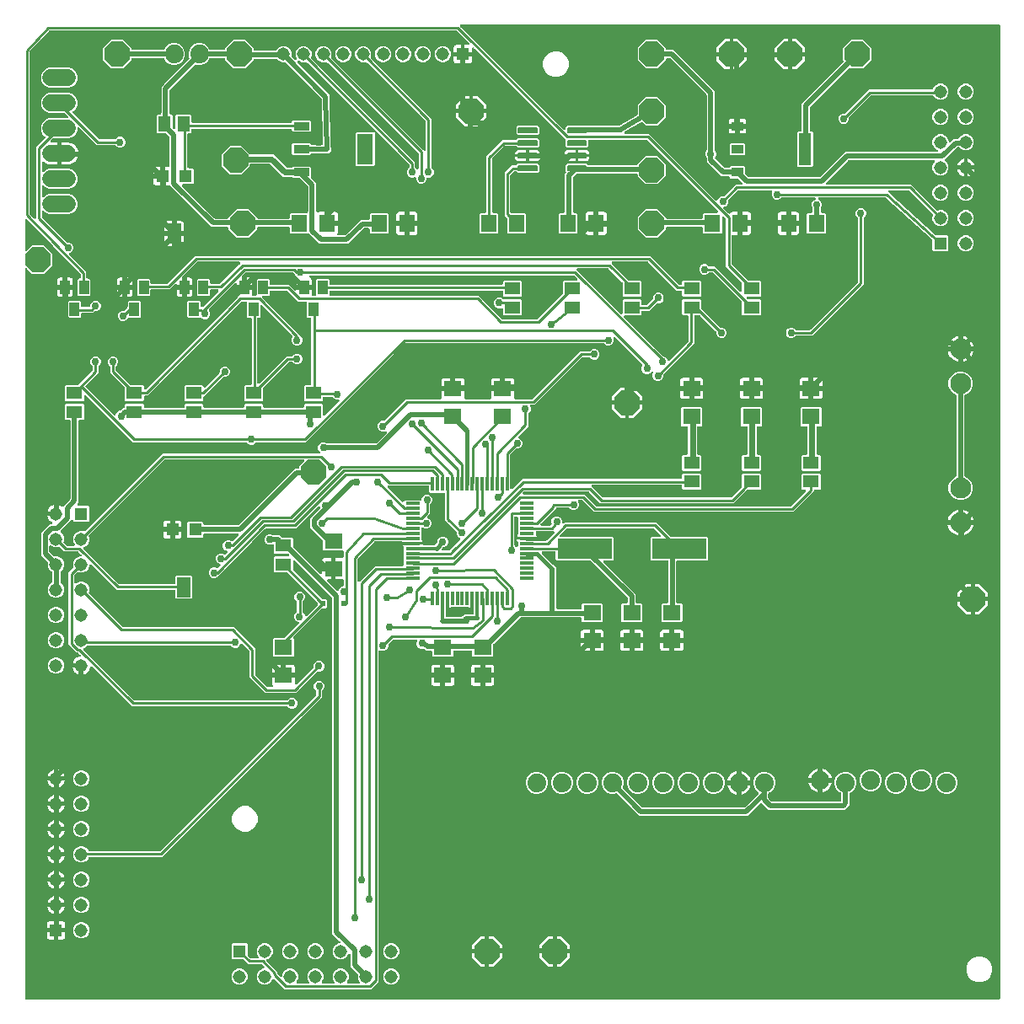
<source format=gbr>
G04 EAGLE Gerber RS-274X export*
G75*
%MOMM*%
%FSLAX34Y34*%
%LPD*%
%INTop Copper*%
%IPPOS*%
%AMOC8*
5,1,8,0,0,1.08239X$1,22.5*%
G01*
%ADD10P,2.749271X8X22.500000*%
%ADD11R,1.250000X0.950000*%
%ADD12R,1.250000X3.200000*%
%ADD13C,2.100000*%
%ADD14R,1.803000X1.600000*%
%ADD15R,1.308000X1.308000*%
%ADD16C,1.308000*%
%ADD17R,1.800000X1.600000*%
%ADD18R,1.600000X1.800000*%
%ADD19R,0.600000X0.600000*%
%ADD20C,1.879600*%
%ADD21R,1.475000X0.300000*%
%ADD22R,0.300000X1.475000*%
%ADD23C,1.676400*%
%ADD24R,1.600000X1.300000*%
%ADD25R,1.300000X1.600000*%
%ADD26R,1.000000X1.400000*%
%ADD27R,1.600200X0.838200*%
%ADD28R,1.600200X3.098800*%
%ADD29C,0.147500*%
%ADD30R,1.300000X1.300000*%
%ADD31R,1.401600X2.000000*%
%ADD32R,5.500000X2.000000*%
%ADD33C,0.254000*%
%ADD34C,0.508000*%
%ADD35C,0.756400*%
%ADD36C,0.390000*%
%ADD37C,0.400000*%
%ADD38C,0.340000*%
%ADD39C,0.380000*%
%ADD40C,0.330000*%
%ADD41C,0.350000*%
%ADD42C,0.440000*%
%ADD43C,0.409000*%
%ADD44C,0.609600*%

G36*
X988688Y10176D02*
X988688Y10176D01*
X988807Y10183D01*
X988845Y10196D01*
X988886Y10201D01*
X988996Y10244D01*
X989109Y10281D01*
X989144Y10303D01*
X989181Y10318D01*
X989277Y10387D01*
X989378Y10451D01*
X989406Y10481D01*
X989439Y10504D01*
X989515Y10596D01*
X989596Y10683D01*
X989616Y10718D01*
X989641Y10749D01*
X989692Y10857D01*
X989750Y10961D01*
X989760Y11001D01*
X989777Y11037D01*
X989799Y11154D01*
X989829Y11269D01*
X989833Y11329D01*
X989837Y11349D01*
X989835Y11370D01*
X989839Y11430D01*
X989839Y988570D01*
X989824Y988688D01*
X989817Y988807D01*
X989804Y988845D01*
X989799Y988886D01*
X989756Y988996D01*
X989719Y989109D01*
X989697Y989144D01*
X989682Y989181D01*
X989613Y989277D01*
X989549Y989378D01*
X989519Y989406D01*
X989496Y989439D01*
X989404Y989515D01*
X989317Y989596D01*
X989282Y989616D01*
X989251Y989641D01*
X989143Y989692D01*
X989039Y989750D01*
X988999Y989760D01*
X988963Y989777D01*
X988846Y989799D01*
X988731Y989829D01*
X988671Y989833D01*
X988651Y989837D01*
X988630Y989835D01*
X988570Y989839D01*
X448721Y989839D01*
X448584Y989822D01*
X448445Y989809D01*
X448426Y989802D01*
X448406Y989799D01*
X448277Y989748D01*
X448146Y989701D01*
X448129Y989690D01*
X448110Y989682D01*
X447998Y989601D01*
X447883Y989523D01*
X447869Y989507D01*
X447853Y989496D01*
X447764Y989388D01*
X447672Y989284D01*
X447663Y989266D01*
X447650Y989251D01*
X447591Y989125D01*
X447527Y989001D01*
X447523Y988981D01*
X447514Y988963D01*
X447488Y988827D01*
X447458Y988691D01*
X447458Y988670D01*
X447455Y988651D01*
X447463Y988512D01*
X447467Y988373D01*
X447473Y988353D01*
X447474Y988333D01*
X447517Y988201D01*
X447556Y988067D01*
X447566Y988050D01*
X447572Y988031D01*
X447647Y987913D01*
X447717Y987793D01*
X447736Y987772D01*
X447743Y987762D01*
X447757Y987748D01*
X447824Y987673D01*
X551209Y884288D01*
X551318Y884203D01*
X551425Y884114D01*
X551444Y884105D01*
X551460Y884093D01*
X551588Y884037D01*
X551713Y883978D01*
X551733Y883975D01*
X551752Y883967D01*
X551890Y883945D01*
X552026Y883919D01*
X552046Y883920D01*
X552066Y883917D01*
X552205Y883930D01*
X552343Y883938D01*
X552362Y883945D01*
X552382Y883946D01*
X552514Y883994D01*
X552645Y884036D01*
X552663Y884047D01*
X552682Y884054D01*
X552797Y884132D01*
X552914Y884207D01*
X552928Y884221D01*
X552945Y884233D01*
X553037Y884337D01*
X553132Y884438D01*
X553142Y884456D01*
X553155Y884471D01*
X553219Y884595D01*
X553286Y884717D01*
X553291Y884736D01*
X553300Y884754D01*
X553330Y884890D01*
X553365Y885025D01*
X553367Y885053D01*
X553370Y885065D01*
X553369Y885085D01*
X553375Y885185D01*
X553375Y886700D01*
X554700Y888025D01*
X563880Y888025D01*
X563900Y888027D01*
X563920Y888025D01*
X564058Y888047D01*
X564196Y888065D01*
X564214Y888072D01*
X564234Y888075D01*
X564386Y888130D01*
X564822Y888319D01*
X565343Y888113D01*
X565497Y888074D01*
X565648Y888035D01*
X565650Y888035D01*
X565651Y888035D01*
X565654Y888035D01*
X565809Y888025D01*
X575077Y888025D01*
X575108Y888020D01*
X575205Y887995D01*
X575304Y887989D01*
X575324Y887985D01*
X575337Y887987D01*
X575365Y887985D01*
X606600Y887985D01*
X606698Y887997D01*
X606797Y888000D01*
X606856Y888017D01*
X606916Y888025D01*
X607008Y888061D01*
X607103Y888088D01*
X607193Y888134D01*
X607211Y888142D01*
X607221Y888149D01*
X607246Y888161D01*
X625152Y898745D01*
X625230Y898806D01*
X625314Y898859D01*
X625356Y898903D01*
X625403Y898940D01*
X625464Y899018D01*
X625532Y899091D01*
X625561Y899144D01*
X625598Y899191D01*
X625638Y899282D01*
X625686Y899369D01*
X625701Y899428D01*
X625725Y899483D01*
X625740Y899581D01*
X625765Y899677D01*
X625771Y899777D01*
X625775Y899797D01*
X625773Y899809D01*
X625775Y899838D01*
X625775Y908692D01*
X634108Y917025D01*
X645892Y917025D01*
X654225Y908692D01*
X654225Y896908D01*
X645892Y888575D01*
X634108Y888575D01*
X631020Y891663D01*
X630926Y891736D01*
X630837Y891815D01*
X630801Y891833D01*
X630769Y891858D01*
X630660Y891905D01*
X630554Y891959D01*
X630514Y891968D01*
X630477Y891984D01*
X630360Y892003D01*
X630244Y892029D01*
X630203Y892028D01*
X630163Y892034D01*
X630045Y892023D01*
X629926Y892019D01*
X629887Y892008D01*
X629846Y892004D01*
X629735Y891964D01*
X629620Y891931D01*
X629566Y891904D01*
X629547Y891897D01*
X629530Y891885D01*
X629477Y891858D01*
X612739Y881965D01*
X612629Y881879D01*
X612516Y881798D01*
X612503Y881782D01*
X612488Y881770D01*
X612402Y881660D01*
X612313Y881553D01*
X612305Y881534D01*
X612293Y881519D01*
X612237Y881390D01*
X612178Y881265D01*
X612174Y881245D01*
X612166Y881227D01*
X612144Y881089D01*
X612118Y880952D01*
X612119Y880932D01*
X612116Y880913D01*
X612129Y880774D01*
X612138Y880635D01*
X612144Y880616D01*
X612146Y880596D01*
X612193Y880465D01*
X612236Y880333D01*
X612247Y880316D01*
X612253Y880297D01*
X612332Y880181D01*
X612406Y880064D01*
X612421Y880050D01*
X612432Y880034D01*
X612536Y879941D01*
X612638Y879846D01*
X612655Y879836D01*
X612670Y879823D01*
X612794Y879760D01*
X612916Y879692D01*
X612935Y879687D01*
X612953Y879678D01*
X613090Y879648D01*
X613224Y879613D01*
X613252Y879611D01*
X613264Y879609D01*
X613284Y879609D01*
X613385Y879603D01*
X637174Y879603D01*
X703977Y812799D01*
X704016Y812769D01*
X704050Y812732D01*
X704141Y812672D01*
X704228Y812604D01*
X704274Y812585D01*
X704315Y812557D01*
X704419Y812522D01*
X704520Y812478D01*
X704569Y812470D01*
X704616Y812454D01*
X704725Y812445D01*
X704834Y812428D01*
X704884Y812433D01*
X704933Y812429D01*
X705041Y812448D01*
X705151Y812458D01*
X705198Y812475D01*
X705247Y812483D01*
X705347Y812528D01*
X705450Y812566D01*
X705491Y812594D01*
X705537Y812614D01*
X705622Y812682D01*
X705713Y812744D01*
X705746Y812781D01*
X705785Y812812D01*
X705851Y812900D01*
X705924Y812983D01*
X705946Y813027D01*
X705976Y813067D01*
X706047Y813211D01*
X706701Y814790D01*
X708194Y816283D01*
X710144Y817091D01*
X712029Y817091D01*
X712127Y817103D01*
X712226Y817106D01*
X712284Y817123D01*
X712344Y817131D01*
X712436Y817167D01*
X712531Y817195D01*
X712584Y817225D01*
X712640Y817248D01*
X712720Y817306D01*
X712805Y817356D01*
X712881Y817422D01*
X712897Y817434D01*
X712905Y817444D01*
X712926Y817462D01*
X724266Y828803D01*
X729885Y828803D01*
X730022Y828820D01*
X730161Y828833D01*
X730180Y828840D01*
X730200Y828843D01*
X730329Y828894D01*
X730460Y828941D01*
X730477Y828952D01*
X730496Y828960D01*
X730608Y829041D01*
X730723Y829119D01*
X730737Y829135D01*
X730753Y829146D01*
X730842Y829254D01*
X730934Y829358D01*
X730943Y829376D01*
X730956Y829391D01*
X731015Y829517D01*
X731078Y829641D01*
X731083Y829661D01*
X731092Y829679D01*
X731118Y829815D01*
X731148Y829951D01*
X731148Y829972D01*
X731151Y829991D01*
X731143Y830130D01*
X731138Y830269D01*
X731133Y830289D01*
X731132Y830309D01*
X731089Y830441D01*
X731050Y830575D01*
X731040Y830592D01*
X731034Y830611D01*
X730959Y830729D01*
X730889Y830849D01*
X730870Y830870D01*
X730863Y830880D01*
X730848Y830894D01*
X730782Y830969D01*
X726898Y834854D01*
X726820Y834914D01*
X726748Y834982D01*
X726695Y835011D01*
X726647Y835048D01*
X726556Y835088D01*
X726469Y835136D01*
X726411Y835151D01*
X726355Y835175D01*
X726257Y835190D01*
X726161Y835215D01*
X726061Y835221D01*
X726041Y835225D01*
X726029Y835223D01*
X726001Y835225D01*
X719118Y835225D01*
X718225Y836118D01*
X718225Y836166D01*
X718210Y836284D01*
X718203Y836403D01*
X718190Y836441D01*
X718185Y836482D01*
X718142Y836592D01*
X718105Y836705D01*
X718083Y836740D01*
X718068Y836777D01*
X717999Y836873D01*
X717935Y836974D01*
X717905Y837002D01*
X717882Y837035D01*
X717790Y837111D01*
X717703Y837192D01*
X717668Y837212D01*
X717637Y837237D01*
X717529Y837288D01*
X717425Y837346D01*
X717385Y837356D01*
X717349Y837373D01*
X717232Y837395D01*
X717117Y837425D01*
X717057Y837429D01*
X717037Y837433D01*
X717016Y837431D01*
X716956Y837435D01*
X709584Y837435D01*
X695103Y851916D01*
X695103Y855570D01*
X695091Y855668D01*
X695088Y855767D01*
X695071Y855826D01*
X695063Y855886D01*
X695027Y855978D01*
X694999Y856073D01*
X694969Y856125D01*
X694946Y856181D01*
X694888Y856261D01*
X694838Y856347D01*
X694772Y856422D01*
X694760Y856439D01*
X694750Y856446D01*
X694732Y856468D01*
X694669Y856530D01*
X693861Y858480D01*
X693861Y860592D01*
X694669Y862542D01*
X694732Y862604D01*
X694792Y862683D01*
X694860Y862755D01*
X694889Y862808D01*
X694926Y862856D01*
X694966Y862947D01*
X695014Y863033D01*
X695029Y863092D01*
X695053Y863148D01*
X695068Y863245D01*
X695093Y863341D01*
X695099Y863441D01*
X695103Y863462D01*
X695101Y863474D01*
X695103Y863502D01*
X695103Y918623D01*
X695091Y918721D01*
X695088Y918820D01*
X695071Y918878D01*
X695063Y918938D01*
X695027Y919030D01*
X694999Y919125D01*
X694969Y919177D01*
X694946Y919234D01*
X694888Y919314D01*
X694838Y919399D01*
X694772Y919475D01*
X694760Y919491D01*
X694750Y919499D01*
X694732Y919520D01*
X658688Y955564D01*
X658610Y955624D01*
X658538Y955692D01*
X658485Y955721D01*
X658437Y955758D01*
X658346Y955798D01*
X658259Y955846D01*
X658201Y955861D01*
X658145Y955885D01*
X658047Y955900D01*
X657951Y955925D01*
X657851Y955931D01*
X657831Y955935D01*
X657819Y955933D01*
X657791Y955935D01*
X655494Y955935D01*
X655376Y955920D01*
X655257Y955913D01*
X655219Y955900D01*
X655178Y955895D01*
X655068Y955852D01*
X654955Y955815D01*
X654920Y955793D01*
X654883Y955778D01*
X654787Y955709D01*
X654686Y955645D01*
X654658Y955615D01*
X654625Y955592D01*
X654549Y955500D01*
X654468Y955413D01*
X654448Y955378D01*
X654423Y955347D01*
X654372Y955239D01*
X654314Y955135D01*
X654304Y955095D01*
X654287Y955059D01*
X654265Y954942D01*
X654235Y954827D01*
X654231Y954767D01*
X654227Y954747D01*
X654229Y954726D01*
X654225Y954666D01*
X654225Y954108D01*
X645892Y945775D01*
X634108Y945775D01*
X625775Y954108D01*
X625775Y965892D01*
X634108Y974225D01*
X645892Y974225D01*
X654225Y965892D01*
X654225Y965334D01*
X654240Y965216D01*
X654247Y965097D01*
X654260Y965059D01*
X654265Y965018D01*
X654308Y964908D01*
X654345Y964795D01*
X654367Y964760D01*
X654382Y964723D01*
X654451Y964627D01*
X654515Y964526D01*
X654545Y964498D01*
X654568Y964465D01*
X654660Y964389D01*
X654747Y964308D01*
X654782Y964288D01*
X654813Y964263D01*
X654921Y964212D01*
X655025Y964154D01*
X655065Y964144D01*
X655101Y964127D01*
X655218Y964105D01*
X655333Y964075D01*
X655393Y964071D01*
X655413Y964067D01*
X655434Y964069D01*
X655494Y964065D01*
X661684Y964065D01*
X703233Y922516D01*
X703233Y863502D01*
X703245Y863404D01*
X703248Y863305D01*
X703265Y863246D01*
X703273Y863186D01*
X703309Y863094D01*
X703337Y862999D01*
X703367Y862947D01*
X703390Y862891D01*
X703448Y862811D01*
X703498Y862725D01*
X703564Y862650D01*
X703576Y862633D01*
X703586Y862626D01*
X703604Y862604D01*
X703667Y862542D01*
X704475Y860592D01*
X704475Y858480D01*
X703652Y856495D01*
X703651Y856493D01*
X703572Y856404D01*
X703554Y856368D01*
X703529Y856336D01*
X703482Y856227D01*
X703428Y856121D01*
X703419Y856081D01*
X703403Y856044D01*
X703384Y855927D01*
X703358Y855810D01*
X703359Y855770D01*
X703353Y855730D01*
X703364Y855612D01*
X703368Y855493D01*
X703379Y855454D01*
X703383Y855414D01*
X703423Y855301D01*
X703456Y855187D01*
X703477Y855152D01*
X703490Y855114D01*
X703557Y855016D01*
X703618Y854913D01*
X703657Y854868D01*
X703669Y854851D01*
X703684Y854838D01*
X703724Y854792D01*
X712580Y845936D01*
X712658Y845876D01*
X712730Y845808D01*
X712783Y845779D01*
X712831Y845742D01*
X712922Y845702D01*
X713009Y845654D01*
X713067Y845639D01*
X713123Y845615D01*
X713221Y845600D01*
X713317Y845575D01*
X713417Y845569D01*
X713437Y845565D01*
X713449Y845567D01*
X713477Y845565D01*
X716956Y845565D01*
X717074Y845580D01*
X717193Y845587D01*
X717231Y845600D01*
X717272Y845605D01*
X717382Y845648D01*
X717495Y845685D01*
X717530Y845707D01*
X717567Y845722D01*
X717663Y845791D01*
X717764Y845855D01*
X717792Y845885D01*
X717825Y845908D01*
X717901Y846000D01*
X717982Y846087D01*
X718002Y846122D01*
X718027Y846153D01*
X718078Y846261D01*
X718136Y846365D01*
X718146Y846405D01*
X718163Y846441D01*
X718185Y846558D01*
X718215Y846673D01*
X718219Y846733D01*
X718223Y846753D01*
X718221Y846774D01*
X718225Y846834D01*
X718225Y846882D01*
X719118Y847775D01*
X732882Y847775D01*
X733775Y846882D01*
X733775Y839999D01*
X733787Y839901D01*
X733790Y839802D01*
X733807Y839744D01*
X733815Y839684D01*
X733851Y839592D01*
X733879Y839497D01*
X733909Y839445D01*
X733932Y839388D01*
X733990Y839308D01*
X734040Y839223D01*
X734106Y839147D01*
X734118Y839131D01*
X734128Y839123D01*
X734146Y839102D01*
X736548Y836700D01*
X736626Y836640D01*
X736698Y836572D01*
X736751Y836543D01*
X736799Y836506D01*
X736890Y836466D01*
X736977Y836418D01*
X737035Y836403D01*
X737091Y836379D01*
X737189Y836364D01*
X737285Y836339D01*
X737385Y836333D01*
X737405Y836329D01*
X737417Y836331D01*
X737445Y836329D01*
X808399Y836329D01*
X808497Y836341D01*
X808596Y836344D01*
X808654Y836361D01*
X808714Y836369D01*
X808806Y836405D01*
X808901Y836433D01*
X808953Y836463D01*
X809010Y836486D01*
X809090Y836544D01*
X809175Y836594D01*
X809251Y836660D01*
X809267Y836672D01*
X809275Y836682D01*
X809296Y836700D01*
X834164Y861569D01*
X926280Y861569D01*
X926349Y861577D01*
X926419Y861576D01*
X926506Y861597D01*
X926595Y861609D01*
X926660Y861634D01*
X926728Y861651D01*
X926807Y861693D01*
X926891Y861726D01*
X926947Y861767D01*
X927009Y861799D01*
X927075Y861860D01*
X927148Y861912D01*
X927193Y861966D01*
X927244Y862013D01*
X927294Y862088D01*
X927351Y862157D01*
X927381Y862221D01*
X927419Y862279D01*
X927448Y862364D01*
X927487Y862445D01*
X927500Y862514D01*
X927522Y862580D01*
X927529Y862669D01*
X927546Y862757D01*
X927542Y862827D01*
X927548Y862897D01*
X927532Y862985D01*
X927527Y863075D01*
X927505Y863141D01*
X927493Y863210D01*
X927456Y863292D01*
X927429Y863377D01*
X927391Y863436D01*
X927363Y863500D01*
X927306Y863570D01*
X927258Y863646D01*
X927208Y863694D01*
X927164Y863748D01*
X927092Y863803D01*
X927027Y863864D01*
X926966Y863898D01*
X926910Y863940D01*
X926765Y864011D01*
X925432Y864563D01*
X923163Y866832D01*
X921935Y869796D01*
X921935Y873004D01*
X923163Y875968D01*
X925432Y878237D01*
X928396Y879465D01*
X931604Y879465D01*
X934568Y878237D01*
X936837Y875968D01*
X938065Y873004D01*
X938065Y872709D01*
X938082Y872572D01*
X938095Y872433D01*
X938102Y872414D01*
X938105Y872394D01*
X938156Y872265D01*
X938203Y872134D01*
X938214Y872117D01*
X938222Y872098D01*
X938303Y871986D01*
X938381Y871871D01*
X938397Y871857D01*
X938408Y871841D01*
X938516Y871752D01*
X938620Y871660D01*
X938638Y871651D01*
X938653Y871638D01*
X938779Y871579D01*
X938903Y871516D01*
X938923Y871511D01*
X938941Y871502D01*
X939077Y871476D01*
X939213Y871446D01*
X939234Y871446D01*
X939253Y871443D01*
X939392Y871451D01*
X939531Y871456D01*
X939551Y871461D01*
X939571Y871462D01*
X939703Y871505D01*
X939837Y871544D01*
X939854Y871554D01*
X939873Y871560D01*
X939991Y871635D01*
X940111Y871705D01*
X940132Y871724D01*
X940142Y871731D01*
X940156Y871746D01*
X940231Y871812D01*
X943196Y874777D01*
X947221Y874777D01*
X947251Y874780D01*
X947280Y874778D01*
X947408Y874800D01*
X947537Y874817D01*
X947564Y874827D01*
X947593Y874832D01*
X947712Y874886D01*
X947833Y874934D01*
X947856Y874951D01*
X947883Y874963D01*
X947985Y875044D01*
X948090Y875120D01*
X948109Y875143D01*
X948132Y875162D01*
X948210Y875265D01*
X948293Y875365D01*
X948305Y875392D01*
X948323Y875416D01*
X948394Y875560D01*
X948563Y875968D01*
X950832Y878237D01*
X953796Y879465D01*
X957004Y879465D01*
X959968Y878237D01*
X962237Y875968D01*
X963465Y873004D01*
X963465Y869796D01*
X962237Y866832D01*
X959968Y864563D01*
X957004Y863335D01*
X953796Y863335D01*
X950832Y864563D01*
X949119Y866276D01*
X949041Y866336D01*
X948969Y866404D01*
X948916Y866433D01*
X948868Y866470D01*
X948777Y866510D01*
X948690Y866558D01*
X948632Y866573D01*
X948576Y866597D01*
X948478Y866612D01*
X948382Y866637D01*
X948282Y866643D01*
X948262Y866647D01*
X948250Y866645D01*
X948222Y866647D01*
X947089Y866647D01*
X946991Y866635D01*
X946892Y866632D01*
X946834Y866615D01*
X946774Y866607D01*
X946682Y866571D01*
X946587Y866543D01*
X946535Y866513D01*
X946478Y866490D01*
X946398Y866432D01*
X946313Y866382D01*
X946237Y866316D01*
X946221Y866304D01*
X946213Y866294D01*
X946192Y866276D01*
X934558Y854642D01*
X934485Y854548D01*
X934407Y854459D01*
X934388Y854423D01*
X934363Y854391D01*
X934316Y854281D01*
X934262Y854175D01*
X934253Y854136D01*
X934237Y854099D01*
X934218Y853981D01*
X934192Y853865D01*
X934194Y853825D01*
X934187Y853785D01*
X934198Y853666D01*
X934202Y853547D01*
X934213Y853508D01*
X934217Y853468D01*
X934257Y853356D01*
X934290Y853242D01*
X934311Y853207D01*
X934325Y853169D01*
X934392Y853070D01*
X934452Y852968D01*
X934492Y852923D01*
X934503Y852906D01*
X934518Y852892D01*
X934558Y852847D01*
X936837Y850568D01*
X938065Y847604D01*
X938065Y844396D01*
X936837Y841432D01*
X934568Y839163D01*
X931604Y837935D01*
X928396Y837935D01*
X925432Y839163D01*
X923163Y841432D01*
X921935Y844396D01*
X921935Y847604D01*
X923163Y850568D01*
X923867Y851273D01*
X923952Y851382D01*
X924041Y851489D01*
X924050Y851508D01*
X924062Y851524D01*
X924118Y851652D01*
X924177Y851777D01*
X924180Y851797D01*
X924189Y851816D01*
X924210Y851954D01*
X924236Y852090D01*
X924235Y852110D01*
X924238Y852130D01*
X924225Y852269D01*
X924217Y852407D01*
X924210Y852426D01*
X924209Y852446D01*
X924161Y852577D01*
X924119Y852709D01*
X924108Y852727D01*
X924101Y852746D01*
X924023Y852860D01*
X923949Y852978D01*
X923934Y852992D01*
X923922Y853009D01*
X923818Y853101D01*
X923717Y853196D01*
X923699Y853206D01*
X923684Y853219D01*
X923560Y853282D01*
X923438Y853350D01*
X923419Y853355D01*
X923401Y853364D01*
X923265Y853394D01*
X923130Y853429D01*
X923102Y853431D01*
X923090Y853434D01*
X923070Y853433D01*
X922970Y853439D01*
X838057Y853439D01*
X837959Y853427D01*
X837860Y853424D01*
X837802Y853407D01*
X837742Y853399D01*
X837650Y853363D01*
X837555Y853335D01*
X837503Y853305D01*
X837446Y853282D01*
X837366Y853224D01*
X837281Y853174D01*
X837205Y853108D01*
X837189Y853096D01*
X837181Y853086D01*
X837160Y853068D01*
X815062Y830969D01*
X814977Y830860D01*
X814888Y830753D01*
X814879Y830734D01*
X814867Y830718D01*
X814811Y830590D01*
X814752Y830465D01*
X814749Y830445D01*
X814741Y830426D01*
X814719Y830288D01*
X814693Y830152D01*
X814694Y830132D01*
X814691Y830112D01*
X814704Y829973D01*
X814712Y829835D01*
X814719Y829816D01*
X814721Y829796D01*
X814768Y829664D01*
X814810Y829533D01*
X814821Y829515D01*
X814828Y829496D01*
X814906Y829381D01*
X814981Y829264D01*
X814995Y829250D01*
X815007Y829233D01*
X815111Y829141D01*
X815212Y829046D01*
X815230Y829036D01*
X815245Y829023D01*
X815369Y828959D01*
X815491Y828892D01*
X815510Y828887D01*
X815528Y828878D01*
X815664Y828848D01*
X815799Y828813D01*
X815827Y828811D01*
X815839Y828808D01*
X815859Y828809D01*
X815959Y828803D01*
X900350Y828803D01*
X926023Y803130D01*
X926046Y803112D01*
X926065Y803089D01*
X926171Y803015D01*
X926274Y802935D01*
X926301Y802923D01*
X926325Y802906D01*
X926446Y802860D01*
X926566Y802808D01*
X926595Y802804D01*
X926622Y802793D01*
X926751Y802779D01*
X926880Y802759D01*
X926909Y802761D01*
X926939Y802758D01*
X927067Y802776D01*
X927196Y802788D01*
X927224Y802798D01*
X927253Y802803D01*
X927406Y802855D01*
X928396Y803265D01*
X931604Y803265D01*
X934568Y802037D01*
X936837Y799768D01*
X938065Y796804D01*
X938065Y793596D01*
X936837Y790632D01*
X934568Y788363D01*
X931604Y787135D01*
X928396Y787135D01*
X925432Y788363D01*
X923163Y790632D01*
X921935Y793596D01*
X921935Y796804D01*
X922345Y797794D01*
X922353Y797823D01*
X922367Y797849D01*
X922395Y797976D01*
X922429Y798101D01*
X922430Y798130D01*
X922436Y798159D01*
X922432Y798289D01*
X922434Y798419D01*
X922427Y798448D01*
X922427Y798477D01*
X922391Y798602D01*
X922360Y798728D01*
X922346Y798754D01*
X922338Y798783D01*
X922272Y798895D01*
X922211Y799009D01*
X922192Y799031D01*
X922177Y799057D01*
X922070Y799177D01*
X898406Y822842D01*
X898328Y822902D01*
X898256Y822970D01*
X898203Y822999D01*
X898155Y823036D01*
X898064Y823076D01*
X897977Y823124D01*
X897919Y823139D01*
X897863Y823163D01*
X897765Y823178D01*
X897669Y823203D01*
X897569Y823209D01*
X897549Y823213D01*
X897537Y823211D01*
X897509Y823213D01*
X878813Y823213D01*
X878676Y823196D01*
X878537Y823183D01*
X878518Y823176D01*
X878498Y823173D01*
X878369Y823122D01*
X878238Y823075D01*
X878221Y823064D01*
X878202Y823056D01*
X878090Y822975D01*
X877975Y822897D01*
X877961Y822881D01*
X877945Y822870D01*
X877856Y822762D01*
X877764Y822658D01*
X877755Y822640D01*
X877742Y822625D01*
X877683Y822499D01*
X877620Y822375D01*
X877615Y822355D01*
X877607Y822337D01*
X877580Y822201D01*
X877550Y822065D01*
X877551Y822044D01*
X877547Y822025D01*
X877555Y821886D01*
X877560Y821747D01*
X877565Y821727D01*
X877567Y821707D01*
X877609Y821575D01*
X877648Y821441D01*
X877658Y821424D01*
X877665Y821405D01*
X877739Y821287D01*
X877810Y821167D01*
X877828Y821146D01*
X877835Y821136D01*
X877850Y821122D01*
X877916Y821047D01*
X878024Y820939D01*
X878037Y820929D01*
X878066Y820898D01*
X924935Y778196D01*
X924992Y778156D01*
X925042Y778108D01*
X925121Y778064D01*
X925195Y778013D01*
X925260Y777988D01*
X925321Y777954D01*
X925408Y777932D01*
X925492Y777900D01*
X925562Y777892D01*
X925629Y777875D01*
X925790Y777865D01*
X937172Y777865D01*
X938065Y776972D01*
X938065Y762628D01*
X937172Y761735D01*
X922828Y761735D01*
X921935Y762628D01*
X921935Y772806D01*
X921919Y772934D01*
X921909Y773062D01*
X921899Y773091D01*
X921895Y773122D01*
X921848Y773241D01*
X921807Y773363D01*
X921790Y773389D01*
X921778Y773418D01*
X921703Y773521D01*
X921633Y773629D01*
X921602Y773661D01*
X921592Y773675D01*
X921575Y773689D01*
X921521Y773745D01*
X875395Y815770D01*
X875338Y815810D01*
X875288Y815858D01*
X875209Y815902D01*
X875135Y815953D01*
X875070Y815978D01*
X875009Y816012D01*
X874922Y816034D01*
X874838Y816066D01*
X874768Y816074D01*
X874701Y816091D01*
X874540Y816101D01*
X808155Y816101D01*
X808086Y816093D01*
X808016Y816094D01*
X807928Y816073D01*
X807839Y816061D01*
X807774Y816036D01*
X807706Y816019D01*
X807627Y815977D01*
X807544Y815944D01*
X807487Y815903D01*
X807425Y815871D01*
X807359Y815810D01*
X807286Y815758D01*
X807242Y815704D01*
X807190Y815657D01*
X807141Y815582D01*
X807083Y815513D01*
X807054Y815449D01*
X807015Y815391D01*
X806986Y815306D01*
X806948Y815225D01*
X806935Y815156D01*
X806912Y815090D01*
X806905Y815001D01*
X806888Y814913D01*
X806892Y814843D01*
X806887Y814773D01*
X806902Y814685D01*
X806908Y814595D01*
X806929Y814529D01*
X806941Y814460D01*
X806978Y814378D01*
X807006Y814293D01*
X807043Y814234D01*
X807072Y814170D01*
X807128Y814100D01*
X807176Y814024D01*
X807227Y813976D01*
X807270Y813922D01*
X807342Y813867D01*
X807408Y813806D01*
X807469Y813772D01*
X807525Y813730D01*
X807669Y813659D01*
X808694Y813235D01*
X810187Y811742D01*
X810995Y809792D01*
X810995Y807680D01*
X810187Y805730D01*
X810124Y805668D01*
X810064Y805589D01*
X809996Y805517D01*
X809967Y805464D01*
X809930Y805416D01*
X809890Y805325D01*
X809842Y805239D01*
X809827Y805180D01*
X809803Y805124D01*
X809788Y805027D01*
X809763Y804931D01*
X809757Y804831D01*
X809753Y804810D01*
X809755Y804798D01*
X809753Y804770D01*
X809753Y801794D01*
X809768Y801676D01*
X809775Y801557D01*
X809788Y801519D01*
X809793Y801478D01*
X809836Y801368D01*
X809873Y801255D01*
X809895Y801220D01*
X809910Y801183D01*
X809979Y801087D01*
X810043Y800986D01*
X810073Y800958D01*
X810096Y800925D01*
X810188Y800849D01*
X810275Y800768D01*
X810310Y800748D01*
X810341Y800723D01*
X810449Y800672D01*
X810553Y800614D01*
X810593Y800604D01*
X810629Y800587D01*
X810746Y800565D01*
X810861Y800535D01*
X810921Y800531D01*
X810941Y800527D01*
X810962Y800529D01*
X811022Y800525D01*
X813932Y800525D01*
X814825Y799632D01*
X814825Y780368D01*
X813932Y779475D01*
X796668Y779475D01*
X795775Y780368D01*
X795775Y799632D01*
X796668Y800525D01*
X800354Y800525D01*
X800472Y800540D01*
X800591Y800547D01*
X800629Y800560D01*
X800670Y800565D01*
X800780Y800608D01*
X800893Y800645D01*
X800928Y800667D01*
X800965Y800682D01*
X801061Y800751D01*
X801162Y800815D01*
X801190Y800845D01*
X801223Y800868D01*
X801299Y800960D01*
X801380Y801047D01*
X801400Y801082D01*
X801425Y801113D01*
X801476Y801221D01*
X801534Y801325D01*
X801544Y801365D01*
X801561Y801401D01*
X801583Y801518D01*
X801613Y801633D01*
X801617Y801693D01*
X801621Y801713D01*
X801619Y801734D01*
X801623Y801794D01*
X801623Y804770D01*
X801611Y804868D01*
X801608Y804967D01*
X801591Y805026D01*
X801583Y805086D01*
X801547Y805178D01*
X801519Y805273D01*
X801489Y805325D01*
X801466Y805381D01*
X801408Y805461D01*
X801358Y805547D01*
X801292Y805622D01*
X801280Y805639D01*
X801270Y805646D01*
X801252Y805668D01*
X801189Y805730D01*
X800381Y807680D01*
X800381Y809792D01*
X801189Y811742D01*
X802682Y813235D01*
X803707Y813659D01*
X803768Y813694D01*
X803832Y813720D01*
X803905Y813772D01*
X803983Y813817D01*
X804033Y813865D01*
X804090Y813906D01*
X804147Y813976D01*
X804212Y814038D01*
X804248Y814098D01*
X804293Y814151D01*
X804331Y814233D01*
X804378Y814309D01*
X804398Y814376D01*
X804428Y814439D01*
X804445Y814527D01*
X804471Y814613D01*
X804475Y814683D01*
X804488Y814752D01*
X804482Y814841D01*
X804487Y814931D01*
X804472Y814999D01*
X804468Y815069D01*
X804441Y815154D01*
X804422Y815242D01*
X804392Y815305D01*
X804370Y815371D01*
X804322Y815447D01*
X804283Y815528D01*
X804237Y815581D01*
X804200Y815640D01*
X804134Y815702D01*
X804076Y815770D01*
X804019Y815810D01*
X803968Y815858D01*
X803890Y815901D01*
X803816Y815953D01*
X803751Y815978D01*
X803690Y816012D01*
X803603Y816034D01*
X803519Y816066D01*
X803449Y816074D01*
X803382Y816091D01*
X803221Y816101D01*
X770924Y816101D01*
X770826Y816089D01*
X770727Y816086D01*
X770668Y816069D01*
X770608Y816061D01*
X770516Y816025D01*
X770421Y815997D01*
X770369Y815967D01*
X770313Y815944D01*
X770233Y815886D01*
X770147Y815836D01*
X770072Y815770D01*
X770055Y815758D01*
X770048Y815748D01*
X770026Y815730D01*
X768694Y814397D01*
X766744Y813589D01*
X764632Y813589D01*
X762682Y814397D01*
X761189Y815890D01*
X760381Y817840D01*
X760381Y819952D01*
X761005Y821458D01*
X761018Y821506D01*
X761040Y821551D01*
X761060Y821659D01*
X761089Y821765D01*
X761090Y821815D01*
X761099Y821864D01*
X761093Y821973D01*
X761094Y822083D01*
X761083Y822131D01*
X761080Y822181D01*
X761046Y822285D01*
X761020Y822392D01*
X760997Y822436D01*
X760982Y822483D01*
X760923Y822576D01*
X760871Y822673D01*
X760838Y822710D01*
X760811Y822752D01*
X760731Y822827D01*
X760658Y822909D01*
X760616Y822936D01*
X760580Y822970D01*
X760484Y823023D01*
X760392Y823083D01*
X760345Y823100D01*
X760301Y823124D01*
X760195Y823151D01*
X760091Y823187D01*
X760041Y823191D01*
X759993Y823203D01*
X759833Y823213D01*
X727107Y823213D01*
X727009Y823201D01*
X726910Y823198D01*
X726852Y823181D01*
X726792Y823173D01*
X726700Y823137D01*
X726605Y823109D01*
X726552Y823079D01*
X726496Y823056D01*
X726416Y822998D01*
X726331Y822948D01*
X726255Y822882D01*
X726239Y822870D01*
X726231Y822860D01*
X726210Y822842D01*
X716878Y813510D01*
X716818Y813432D01*
X716750Y813360D01*
X716721Y813307D01*
X716684Y813259D01*
X716644Y813168D01*
X716596Y813081D01*
X716581Y813023D01*
X716557Y812967D01*
X716542Y812869D01*
X716517Y812773D01*
X716511Y812673D01*
X716507Y812653D01*
X716509Y812641D01*
X716507Y812613D01*
X716507Y810728D01*
X715699Y808778D01*
X714206Y807285D01*
X712627Y806631D01*
X712584Y806607D01*
X712537Y806590D01*
X712446Y806528D01*
X712351Y806474D01*
X712315Y806439D01*
X712274Y806411D01*
X712201Y806329D01*
X712122Y806252D01*
X712096Y806210D01*
X712064Y806173D01*
X712014Y806075D01*
X711956Y805981D01*
X711942Y805934D01*
X711919Y805889D01*
X711895Y805782D01*
X711863Y805677D01*
X711860Y805628D01*
X711849Y805579D01*
X711853Y805469D01*
X711847Y805360D01*
X711857Y805311D01*
X711859Y805261D01*
X711889Y805156D01*
X711912Y805048D01*
X711934Y805003D01*
X711947Y804956D01*
X712003Y804861D01*
X712051Y804762D01*
X712084Y804725D01*
X712109Y804682D01*
X712215Y804561D01*
X716727Y800049D01*
X716827Y799972D01*
X716922Y799890D01*
X716952Y799875D01*
X716978Y799854D01*
X717094Y799804D01*
X717206Y799748D01*
X717239Y799741D01*
X717270Y799728D01*
X717394Y799708D01*
X717517Y799682D01*
X717551Y799683D01*
X717584Y799678D01*
X717710Y799690D01*
X717835Y799695D01*
X717867Y799705D01*
X717901Y799708D01*
X718019Y799750D01*
X718140Y799787D01*
X718169Y799804D01*
X718200Y799816D01*
X718304Y799886D01*
X718412Y799951D01*
X718435Y799975D01*
X718463Y799994D01*
X718547Y800088D01*
X718635Y800178D01*
X718662Y800219D01*
X718674Y800233D01*
X718684Y800252D01*
X718724Y800312D01*
X718867Y800560D01*
X719340Y801033D01*
X719919Y801368D01*
X720566Y801541D01*
X726361Y801541D01*
X726361Y791270D01*
X726376Y791152D01*
X726383Y791033D01*
X726396Y790995D01*
X726401Y790955D01*
X726444Y790844D01*
X726481Y790731D01*
X726503Y790696D01*
X726518Y790659D01*
X726588Y790563D01*
X726651Y790462D01*
X726681Y790434D01*
X726705Y790402D01*
X726796Y790326D01*
X726883Y790244D01*
X726918Y790225D01*
X726949Y790199D01*
X727057Y790148D01*
X727161Y790091D01*
X727201Y790080D01*
X727237Y790063D01*
X727354Y790041D01*
X727469Y790011D01*
X727530Y790007D01*
X727550Y790003D01*
X727570Y790005D01*
X727630Y790001D01*
X728901Y790001D01*
X728901Y789999D01*
X727630Y789999D01*
X727512Y789984D01*
X727393Y789977D01*
X727355Y789964D01*
X727315Y789959D01*
X727204Y789915D01*
X727091Y789879D01*
X727056Y789857D01*
X727019Y789842D01*
X726923Y789772D01*
X726822Y789709D01*
X726794Y789679D01*
X726761Y789655D01*
X726686Y789564D01*
X726604Y789477D01*
X726584Y789442D01*
X726559Y789410D01*
X726508Y789303D01*
X726450Y789199D01*
X726440Y789159D01*
X726423Y789123D01*
X726401Y789006D01*
X726371Y788891D01*
X726367Y788830D01*
X726363Y788810D01*
X726365Y788790D01*
X726361Y788730D01*
X726361Y778459D01*
X721360Y778459D01*
X721242Y778444D01*
X721123Y778437D01*
X721085Y778424D01*
X721044Y778419D01*
X720934Y778376D01*
X720821Y778339D01*
X720786Y778317D01*
X720749Y778302D01*
X720653Y778233D01*
X720552Y778169D01*
X720524Y778139D01*
X720491Y778116D01*
X720415Y778024D01*
X720334Y777937D01*
X720314Y777902D01*
X720289Y777871D01*
X720238Y777763D01*
X720180Y777659D01*
X720170Y777619D01*
X720153Y777583D01*
X720131Y777466D01*
X720101Y777351D01*
X720097Y777291D01*
X720093Y777271D01*
X720095Y777250D01*
X720091Y777190D01*
X720091Y749459D01*
X720103Y749361D01*
X720106Y749262D01*
X720123Y749204D01*
X720131Y749144D01*
X720167Y749052D01*
X720195Y748957D01*
X720225Y748904D01*
X720248Y748848D01*
X720306Y748768D01*
X720356Y748683D01*
X720422Y748607D01*
X720434Y748591D01*
X720444Y748583D01*
X720462Y748562D01*
X736128Y732896D01*
X736206Y732836D01*
X736278Y732768D01*
X736331Y732739D01*
X736379Y732702D01*
X736470Y732662D01*
X736557Y732614D01*
X736615Y732599D01*
X736671Y732575D01*
X736769Y732560D01*
X736865Y732535D01*
X736965Y732529D01*
X736985Y732525D01*
X736997Y732527D01*
X737025Y732525D01*
X748632Y732525D01*
X749525Y731632D01*
X749525Y717368D01*
X748632Y716475D01*
X736309Y716475D01*
X736172Y716458D01*
X736033Y716445D01*
X736014Y716438D01*
X735994Y716435D01*
X735865Y716384D01*
X735734Y716337D01*
X735717Y716326D01*
X735698Y716318D01*
X735586Y716237D01*
X735471Y716159D01*
X735457Y716143D01*
X735441Y716132D01*
X735352Y716024D01*
X735260Y715920D01*
X735251Y715902D01*
X735238Y715887D01*
X735179Y715761D01*
X735115Y715637D01*
X735111Y715617D01*
X735102Y715599D01*
X735076Y715462D01*
X735046Y715327D01*
X735046Y715306D01*
X735043Y715287D01*
X735051Y715148D01*
X735055Y715009D01*
X735061Y714989D01*
X735062Y714969D01*
X735105Y714837D01*
X735144Y714703D01*
X735154Y714686D01*
X735160Y714667D01*
X735235Y714549D01*
X735305Y714429D01*
X735324Y714408D01*
X735331Y714398D01*
X735345Y714384D01*
X735412Y714309D01*
X735824Y713896D01*
X735902Y713836D01*
X735974Y713768D01*
X736027Y713739D01*
X736075Y713702D01*
X736166Y713662D01*
X736253Y713614D01*
X736311Y713599D01*
X736367Y713575D01*
X736465Y713560D01*
X736561Y713535D01*
X736661Y713529D01*
X736681Y713525D01*
X736693Y713527D01*
X736721Y713525D01*
X748632Y713525D01*
X749525Y712632D01*
X749525Y698368D01*
X748632Y697475D01*
X731368Y697475D01*
X730475Y698368D01*
X730475Y710815D01*
X730463Y710913D01*
X730460Y711012D01*
X730443Y711070D01*
X730435Y711130D01*
X730399Y711222D01*
X730371Y711317D01*
X730341Y711370D01*
X730318Y711426D01*
X730260Y711506D01*
X730210Y711591D01*
X730144Y711667D01*
X730132Y711683D01*
X730122Y711691D01*
X730104Y711712D01*
X701270Y740546D01*
X701192Y740606D01*
X701120Y740674D01*
X701067Y740703D01*
X701019Y740740D01*
X700928Y740780D01*
X700841Y740828D01*
X700783Y740843D01*
X700727Y740867D01*
X700629Y740882D01*
X700533Y740907D01*
X700433Y740913D01*
X700413Y740917D01*
X700401Y740915D01*
X700373Y740917D01*
X698148Y740917D01*
X698050Y740905D01*
X697951Y740902D01*
X697892Y740885D01*
X697832Y740877D01*
X697740Y740841D01*
X697645Y740813D01*
X697593Y740783D01*
X697537Y740760D01*
X697457Y740702D01*
X697371Y740652D01*
X697296Y740586D01*
X697279Y740574D01*
X697272Y740564D01*
X697250Y740546D01*
X695918Y739213D01*
X693968Y738405D01*
X691856Y738405D01*
X689906Y739213D01*
X688413Y740706D01*
X687605Y742656D01*
X687605Y744768D01*
X688413Y746718D01*
X689906Y748211D01*
X691856Y749019D01*
X693968Y749019D01*
X695918Y748211D01*
X697250Y746878D01*
X697329Y746818D01*
X697401Y746750D01*
X697454Y746721D01*
X697502Y746684D01*
X697593Y746644D01*
X697679Y746596D01*
X697738Y746581D01*
X697794Y746557D01*
X697891Y746542D01*
X697987Y746517D01*
X698087Y746511D01*
X698108Y746507D01*
X698120Y746509D01*
X698148Y746507D01*
X703214Y746507D01*
X728309Y721412D01*
X728418Y721327D01*
X728525Y721238D01*
X728544Y721229D01*
X728560Y721217D01*
X728688Y721161D01*
X728813Y721102D01*
X728833Y721099D01*
X728852Y721091D01*
X728990Y721069D01*
X729126Y721043D01*
X729146Y721044D01*
X729166Y721041D01*
X729305Y721054D01*
X729443Y721062D01*
X729462Y721069D01*
X729482Y721070D01*
X729614Y721118D01*
X729745Y721160D01*
X729763Y721171D01*
X729782Y721178D01*
X729897Y721256D01*
X730014Y721331D01*
X730028Y721345D01*
X730045Y721357D01*
X730137Y721461D01*
X730232Y721562D01*
X730242Y721580D01*
X730255Y721595D01*
X730319Y721719D01*
X730386Y721841D01*
X730391Y721860D01*
X730400Y721878D01*
X730430Y722014D01*
X730465Y722149D01*
X730467Y722177D01*
X730470Y722189D01*
X730469Y722209D01*
X730475Y722309D01*
X730475Y730119D01*
X730463Y730217D01*
X730460Y730316D01*
X730443Y730374D01*
X730435Y730434D01*
X730399Y730526D01*
X730371Y730621D01*
X730341Y730674D01*
X730318Y730730D01*
X730260Y730810D01*
X730210Y730895D01*
X730144Y730971D01*
X730132Y730987D01*
X730122Y730995D01*
X730104Y731016D01*
X714501Y746618D01*
X714501Y793845D01*
X714489Y793943D01*
X714486Y794042D01*
X714469Y794100D01*
X714461Y794160D01*
X714425Y794252D01*
X714397Y794347D01*
X714367Y794400D01*
X714344Y794456D01*
X714286Y794536D01*
X714236Y794621D01*
X714170Y794697D01*
X714158Y794713D01*
X714148Y794721D01*
X714130Y794742D01*
X712591Y796280D01*
X712482Y796365D01*
X712375Y796454D01*
X712356Y796463D01*
X712340Y796475D01*
X712213Y796530D01*
X712087Y796590D01*
X712067Y796593D01*
X712048Y796601D01*
X711910Y796623D01*
X711774Y796649D01*
X711754Y796648D01*
X711734Y796651D01*
X711595Y796638D01*
X711457Y796630D01*
X711438Y796623D01*
X711418Y796622D01*
X711286Y796574D01*
X711155Y796532D01*
X711137Y796521D01*
X711118Y796514D01*
X711003Y796436D01*
X710886Y796361D01*
X710872Y796347D01*
X710855Y796335D01*
X710763Y796231D01*
X710668Y796130D01*
X710658Y796112D01*
X710645Y796097D01*
X710581Y795973D01*
X710514Y795851D01*
X710509Y795832D01*
X710500Y795814D01*
X710470Y795678D01*
X710435Y795543D01*
X710433Y795515D01*
X710430Y795503D01*
X710431Y795483D01*
X710425Y795383D01*
X710425Y780368D01*
X709532Y779475D01*
X692268Y779475D01*
X691375Y780368D01*
X691375Y785114D01*
X691360Y785232D01*
X691353Y785351D01*
X691340Y785389D01*
X691335Y785430D01*
X691292Y785540D01*
X691255Y785653D01*
X691233Y785688D01*
X691218Y785725D01*
X691149Y785821D01*
X691085Y785922D01*
X691055Y785950D01*
X691032Y785983D01*
X690940Y786059D01*
X690853Y786140D01*
X690818Y786160D01*
X690787Y786185D01*
X690679Y786236D01*
X690575Y786294D01*
X690535Y786304D01*
X690499Y786321D01*
X690382Y786343D01*
X690267Y786373D01*
X690207Y786377D01*
X690187Y786381D01*
X690166Y786379D01*
X690106Y786383D01*
X655494Y786383D01*
X655376Y786368D01*
X655257Y786361D01*
X655219Y786348D01*
X655178Y786343D01*
X655068Y786300D01*
X654955Y786263D01*
X654920Y786241D01*
X654883Y786226D01*
X654787Y786157D01*
X654686Y786093D01*
X654658Y786063D01*
X654625Y786040D01*
X654549Y785948D01*
X654468Y785861D01*
X654448Y785826D01*
X654423Y785795D01*
X654372Y785687D01*
X654314Y785583D01*
X654304Y785543D01*
X654287Y785507D01*
X654265Y785390D01*
X654235Y785275D01*
X654231Y785215D01*
X654227Y785195D01*
X654229Y785174D01*
X654225Y785114D01*
X654225Y784108D01*
X645892Y775775D01*
X634108Y775775D01*
X625775Y784108D01*
X625775Y795892D01*
X634108Y804225D01*
X645892Y804225D01*
X654225Y795892D01*
X654225Y795782D01*
X654240Y795664D01*
X654247Y795545D01*
X654260Y795507D01*
X654265Y795466D01*
X654308Y795356D01*
X654345Y795243D01*
X654367Y795208D01*
X654382Y795171D01*
X654451Y795075D01*
X654515Y794974D01*
X654545Y794946D01*
X654568Y794913D01*
X654660Y794837D01*
X654747Y794756D01*
X654782Y794736D01*
X654813Y794711D01*
X654921Y794660D01*
X655025Y794602D01*
X655065Y794592D01*
X655101Y794575D01*
X655218Y794553D01*
X655333Y794523D01*
X655393Y794519D01*
X655413Y794515D01*
X655434Y794517D01*
X655494Y794513D01*
X690106Y794513D01*
X690224Y794528D01*
X690343Y794535D01*
X690381Y794548D01*
X690422Y794553D01*
X690532Y794596D01*
X690645Y794633D01*
X690680Y794655D01*
X690717Y794670D01*
X690813Y794739D01*
X690914Y794803D01*
X690942Y794833D01*
X690975Y794856D01*
X691051Y794948D01*
X691132Y795035D01*
X691152Y795070D01*
X691177Y795101D01*
X691228Y795209D01*
X691286Y795313D01*
X691296Y795353D01*
X691313Y795389D01*
X691335Y795506D01*
X691365Y795621D01*
X691369Y795681D01*
X691373Y795701D01*
X691371Y795722D01*
X691375Y795782D01*
X691375Y799632D01*
X692268Y800525D01*
X705283Y800525D01*
X705420Y800542D01*
X705559Y800555D01*
X705578Y800562D01*
X705598Y800565D01*
X705727Y800616D01*
X705858Y800663D01*
X705875Y800674D01*
X705894Y800682D01*
X706006Y800763D01*
X706121Y800841D01*
X706135Y800857D01*
X706151Y800868D01*
X706240Y800976D01*
X706332Y801080D01*
X706341Y801098D01*
X706354Y801113D01*
X706413Y801239D01*
X706477Y801363D01*
X706481Y801383D01*
X706490Y801401D01*
X706516Y801537D01*
X706546Y801673D01*
X706546Y801694D01*
X706549Y801713D01*
X706541Y801851D01*
X706537Y801991D01*
X706531Y802011D01*
X706530Y802031D01*
X706487Y802162D01*
X706448Y802297D01*
X706438Y802314D01*
X706432Y802333D01*
X706357Y802451D01*
X706287Y802571D01*
X706268Y802592D01*
X706261Y802602D01*
X706247Y802616D01*
X706180Y802691D01*
X635230Y873642D01*
X635152Y873702D01*
X635080Y873770D01*
X635027Y873799D01*
X634979Y873836D01*
X634888Y873876D01*
X634801Y873924D01*
X634743Y873939D01*
X634687Y873963D01*
X634589Y873978D01*
X634493Y874003D01*
X634393Y874009D01*
X634373Y874013D01*
X634361Y874011D01*
X634333Y874013D01*
X577394Y874013D01*
X577276Y873998D01*
X577157Y873991D01*
X577119Y873978D01*
X577078Y873973D01*
X576968Y873930D01*
X576855Y873893D01*
X576820Y873871D01*
X576783Y873856D01*
X576687Y873787D01*
X576586Y873723D01*
X576558Y873693D01*
X576525Y873670D01*
X576449Y873578D01*
X576368Y873491D01*
X576348Y873456D01*
X576323Y873425D01*
X576272Y873317D01*
X576214Y873213D01*
X576204Y873173D01*
X576187Y873137D01*
X576165Y873020D01*
X576135Y872905D01*
X576131Y872845D01*
X576127Y872825D01*
X576129Y872804D01*
X576125Y872744D01*
X576125Y867700D01*
X574800Y866375D01*
X554700Y866375D01*
X553375Y867700D01*
X553375Y873691D01*
X553363Y873789D01*
X553360Y873888D01*
X553343Y873946D01*
X553335Y874006D01*
X553299Y874098D01*
X553271Y874193D01*
X553241Y874246D01*
X553218Y874302D01*
X553160Y874382D01*
X553110Y874467D01*
X553044Y874543D01*
X553032Y874559D01*
X553022Y874567D01*
X553004Y874588D01*
X551570Y876022D01*
X461247Y966344D01*
X461138Y966429D01*
X461031Y966518D01*
X461012Y966527D01*
X460996Y966539D01*
X460868Y966595D01*
X460743Y966654D01*
X460723Y966657D01*
X460704Y966665D01*
X460566Y966687D01*
X460430Y966713D01*
X460410Y966712D01*
X460390Y966715D01*
X460251Y966702D01*
X460113Y966694D01*
X460094Y966687D01*
X460074Y966686D01*
X459942Y966638D01*
X459811Y966596D01*
X459793Y966585D01*
X459774Y966578D01*
X459659Y966500D01*
X459542Y966425D01*
X459528Y966411D01*
X459511Y966399D01*
X459419Y966295D01*
X459324Y966194D01*
X459314Y966176D01*
X459301Y966161D01*
X459237Y966037D01*
X459170Y965915D01*
X459165Y965896D01*
X459156Y965878D01*
X459126Y965742D01*
X459091Y965607D01*
X459089Y965579D01*
X459086Y965567D01*
X459087Y965547D01*
X459081Y965447D01*
X459081Y961999D01*
X451999Y961999D01*
X451999Y969081D01*
X455447Y969081D01*
X455584Y969098D01*
X455723Y969111D01*
X455742Y969118D01*
X455762Y969121D01*
X455891Y969172D01*
X456022Y969219D01*
X456039Y969230D01*
X456058Y969238D01*
X456170Y969319D01*
X456285Y969397D01*
X456299Y969413D01*
X456315Y969424D01*
X456404Y969532D01*
X456496Y969636D01*
X456505Y969654D01*
X456518Y969669D01*
X456577Y969795D01*
X456641Y969919D01*
X456645Y969939D01*
X456654Y969957D01*
X456680Y970093D01*
X456710Y970229D01*
X456710Y970250D01*
X456713Y970269D01*
X456705Y970408D01*
X456701Y970547D01*
X456695Y970567D01*
X456694Y970587D01*
X456651Y970719D01*
X456612Y970853D01*
X456602Y970870D01*
X456596Y970889D01*
X456521Y971007D01*
X456451Y971127D01*
X456432Y971148D01*
X456425Y971158D01*
X456410Y971172D01*
X456344Y971247D01*
X444382Y983210D01*
X444304Y983270D01*
X444232Y983338D01*
X444179Y983367D01*
X444131Y983404D01*
X444040Y983444D01*
X443953Y983492D01*
X443895Y983507D01*
X443839Y983531D01*
X443741Y983546D01*
X443645Y983571D01*
X443545Y983577D01*
X443525Y983581D01*
X443513Y983579D01*
X443485Y983581D01*
X34814Y983581D01*
X34693Y983566D01*
X34570Y983558D01*
X34535Y983546D01*
X34499Y983541D01*
X34385Y983496D01*
X34268Y983458D01*
X34237Y983438D01*
X34203Y983424D01*
X34104Y983352D01*
X34000Y983286D01*
X33961Y983249D01*
X33946Y983238D01*
X33932Y983221D01*
X33884Y983175D01*
X15133Y962962D01*
X15090Y962900D01*
X15038Y962846D01*
X15018Y962810D01*
X14993Y962779D01*
X14974Y962739D01*
X14948Y962703D01*
X14921Y962633D01*
X14884Y962567D01*
X14874Y962527D01*
X14857Y962491D01*
X14849Y962448D01*
X14833Y962407D01*
X14824Y962332D01*
X14805Y962259D01*
X14801Y962199D01*
X14797Y962179D01*
X14799Y962159D01*
X14795Y962098D01*
X14795Y800225D01*
X14806Y800136D01*
X14807Y800046D01*
X14826Y799979D01*
X14835Y799909D01*
X14868Y799826D01*
X14891Y799739D01*
X14926Y799678D01*
X14952Y799614D01*
X15004Y799541D01*
X15049Y799463D01*
X15129Y799369D01*
X15138Y799356D01*
X15144Y799352D01*
X15154Y799341D01*
X19410Y794959D01*
X19525Y794867D01*
X19639Y794772D01*
X19649Y794768D01*
X19658Y794761D01*
X19793Y794700D01*
X19927Y794637D01*
X19938Y794635D01*
X19948Y794630D01*
X20095Y794605D01*
X20240Y794577D01*
X20250Y794578D01*
X20261Y794576D01*
X20410Y794588D01*
X20557Y794597D01*
X20567Y794600D01*
X20578Y794601D01*
X20719Y794649D01*
X20859Y794695D01*
X20869Y794701D01*
X20879Y794704D01*
X21003Y794786D01*
X21128Y794865D01*
X21136Y794873D01*
X21145Y794879D01*
X21245Y794989D01*
X21346Y795097D01*
X21351Y795106D01*
X21359Y795114D01*
X21428Y795245D01*
X21500Y795375D01*
X21502Y795386D01*
X21507Y795395D01*
X21542Y795540D01*
X21579Y795683D01*
X21580Y795698D01*
X21582Y795705D01*
X21581Y795720D01*
X21589Y795844D01*
X21589Y866790D01*
X30356Y875557D01*
X30429Y875651D01*
X30508Y875740D01*
X30526Y875776D01*
X30551Y875808D01*
X30599Y875917D01*
X30653Y876023D01*
X30661Y876062D01*
X30678Y876100D01*
X30696Y876217D01*
X30722Y876333D01*
X30721Y876374D01*
X30727Y876414D01*
X30716Y876532D01*
X30713Y876651D01*
X30701Y876690D01*
X30698Y876730D01*
X30657Y876843D01*
X30624Y876957D01*
X30604Y876992D01*
X30590Y877030D01*
X30523Y877128D01*
X30463Y877231D01*
X30423Y877276D01*
X30411Y877293D01*
X30396Y877306D01*
X30356Y877352D01*
X27819Y879888D01*
X26311Y883529D01*
X26311Y887471D01*
X27819Y891112D01*
X30606Y893899D01*
X34247Y895407D01*
X52617Y895407D01*
X52754Y895424D01*
X52893Y895437D01*
X52912Y895444D01*
X52932Y895447D01*
X53061Y895498D01*
X53192Y895545D01*
X53209Y895556D01*
X53228Y895564D01*
X53340Y895645D01*
X53455Y895723D01*
X53469Y895739D01*
X53485Y895750D01*
X53574Y895858D01*
X53666Y895962D01*
X53675Y895980D01*
X53688Y895995D01*
X53747Y896121D01*
X53811Y896245D01*
X53815Y896265D01*
X53824Y896283D01*
X53850Y896419D01*
X53880Y896555D01*
X53880Y896576D01*
X53883Y896595D01*
X53875Y896734D01*
X53871Y896873D01*
X53865Y896893D01*
X53864Y896913D01*
X53821Y897045D01*
X53782Y897179D01*
X53772Y897196D01*
X53766Y897215D01*
X53691Y897333D01*
X53621Y897453D01*
X53602Y897474D01*
X53595Y897484D01*
X53580Y897498D01*
X53514Y897573D01*
X50466Y900622D01*
X50388Y900682D01*
X50316Y900750D01*
X50263Y900779D01*
X50215Y900816D01*
X50124Y900856D01*
X50037Y900904D01*
X49979Y900919D01*
X49923Y900943D01*
X49825Y900958D01*
X49729Y900983D01*
X49629Y900989D01*
X49609Y900993D01*
X49597Y900991D01*
X49569Y900993D01*
X34247Y900993D01*
X30606Y902501D01*
X27819Y905288D01*
X26311Y908929D01*
X26311Y912871D01*
X27819Y916512D01*
X30606Y919299D01*
X34247Y920807D01*
X54953Y920807D01*
X58594Y919299D01*
X61381Y916512D01*
X62889Y912871D01*
X62889Y908929D01*
X61381Y905288D01*
X58440Y902348D01*
X58367Y902253D01*
X58288Y902164D01*
X58270Y902128D01*
X58245Y902096D01*
X58197Y901987D01*
X58143Y901881D01*
X58135Y901842D01*
X58118Y901804D01*
X58100Y901687D01*
X58074Y901571D01*
X58075Y901530D01*
X58069Y901490D01*
X58080Y901372D01*
X58083Y901253D01*
X58095Y901214D01*
X58098Y901174D01*
X58139Y901062D01*
X58172Y900947D01*
X58192Y900913D01*
X58206Y900874D01*
X58273Y900776D01*
X58333Y900673D01*
X58373Y900628D01*
X58385Y900611D01*
X58400Y900598D01*
X58440Y900553D01*
X84352Y874640D01*
X84430Y874580D01*
X84502Y874512D01*
X84555Y874483D01*
X84603Y874446D01*
X84694Y874406D01*
X84781Y874358D01*
X84839Y874343D01*
X84895Y874319D01*
X84993Y874304D01*
X85089Y874279D01*
X85189Y874273D01*
X85209Y874269D01*
X85221Y874271D01*
X85249Y874269D01*
X100428Y874269D01*
X100526Y874281D01*
X100625Y874284D01*
X100684Y874301D01*
X100744Y874309D01*
X100836Y874345D01*
X100931Y874373D01*
X100983Y874403D01*
X101039Y874426D01*
X101119Y874484D01*
X101205Y874534D01*
X101280Y874600D01*
X101297Y874612D01*
X101304Y874622D01*
X101326Y874640D01*
X102658Y875973D01*
X104608Y876781D01*
X106720Y876781D01*
X108670Y875973D01*
X110163Y874480D01*
X110971Y872530D01*
X110971Y870418D01*
X110163Y868468D01*
X108670Y866975D01*
X106720Y866167D01*
X104608Y866167D01*
X102658Y866975D01*
X101326Y868308D01*
X101247Y868368D01*
X101175Y868436D01*
X101122Y868465D01*
X101074Y868502D01*
X100983Y868542D01*
X100897Y868590D01*
X100838Y868605D01*
X100782Y868629D01*
X100685Y868644D01*
X100589Y868669D01*
X100489Y868675D01*
X100468Y868679D01*
X100456Y868677D01*
X100428Y868679D01*
X82408Y868679D01*
X65055Y886032D01*
X64946Y886117D01*
X64839Y886206D01*
X64820Y886215D01*
X64804Y886227D01*
X64676Y886283D01*
X64551Y886342D01*
X64531Y886345D01*
X64512Y886353D01*
X64374Y886375D01*
X64238Y886401D01*
X64218Y886400D01*
X64198Y886403D01*
X64059Y886390D01*
X63921Y886382D01*
X63902Y886375D01*
X63882Y886374D01*
X63750Y886326D01*
X63619Y886284D01*
X63601Y886273D01*
X63582Y886266D01*
X63467Y886188D01*
X63350Y886113D01*
X63336Y886099D01*
X63319Y886087D01*
X63227Y885983D01*
X63132Y885882D01*
X63122Y885864D01*
X63109Y885849D01*
X63045Y885725D01*
X62978Y885603D01*
X62973Y885584D01*
X62964Y885566D01*
X62934Y885430D01*
X62899Y885295D01*
X62897Y885267D01*
X62894Y885255D01*
X62895Y885235D01*
X62889Y885135D01*
X62889Y883529D01*
X61381Y879888D01*
X58594Y877101D01*
X54953Y875593D01*
X38823Y875593D01*
X38725Y875581D01*
X38626Y875578D01*
X38568Y875561D01*
X38508Y875553D01*
X38416Y875517D01*
X38321Y875489D01*
X38268Y875459D01*
X38212Y875436D01*
X38132Y875378D01*
X38047Y875328D01*
X37971Y875262D01*
X37955Y875250D01*
X37947Y875240D01*
X37926Y875222D01*
X35894Y873189D01*
X35809Y873080D01*
X35720Y872973D01*
X35711Y872954D01*
X35699Y872938D01*
X35643Y872810D01*
X35584Y872685D01*
X35581Y872665D01*
X35573Y872646D01*
X35551Y872508D01*
X35525Y872372D01*
X35526Y872352D01*
X35523Y872332D01*
X35536Y872193D01*
X35544Y872055D01*
X35551Y872036D01*
X35552Y872016D01*
X35600Y871884D01*
X35642Y871753D01*
X35653Y871735D01*
X35660Y871716D01*
X35738Y871601D01*
X35813Y871484D01*
X35827Y871470D01*
X35839Y871453D01*
X35943Y871361D01*
X36044Y871266D01*
X36062Y871256D01*
X36077Y871243D01*
X36201Y871179D01*
X36323Y871112D01*
X36342Y871107D01*
X36360Y871098D01*
X36496Y871068D01*
X36631Y871033D01*
X36659Y871031D01*
X36671Y871028D01*
X36691Y871029D01*
X36791Y871023D01*
X42601Y871023D01*
X42601Y860830D01*
X42616Y860712D01*
X42623Y860593D01*
X42635Y860555D01*
X42641Y860515D01*
X42684Y860404D01*
X42721Y860291D01*
X42743Y860257D01*
X42758Y860219D01*
X42827Y860123D01*
X42838Y860106D01*
X42824Y860082D01*
X42799Y860050D01*
X42748Y859943D01*
X42690Y859838D01*
X42680Y859799D01*
X42663Y859763D01*
X42641Y859646D01*
X42611Y859530D01*
X42607Y859470D01*
X42603Y859450D01*
X42605Y859430D01*
X42601Y859370D01*
X42601Y849177D01*
X35358Y849177D01*
X33660Y849446D01*
X32025Y849977D01*
X30493Y850758D01*
X29194Y851702D01*
X29159Y851721D01*
X29129Y851747D01*
X29020Y851797D01*
X28915Y851855D01*
X28877Y851865D01*
X28841Y851882D01*
X28724Y851904D01*
X28607Y851934D01*
X28567Y851934D01*
X28528Y851942D01*
X28409Y851934D01*
X28289Y851934D01*
X28251Y851925D01*
X28211Y851922D01*
X28097Y851885D01*
X27981Y851855D01*
X27946Y851836D01*
X27909Y851824D01*
X27807Y851760D01*
X27702Y851702D01*
X27673Y851675D01*
X27640Y851654D01*
X27558Y851567D01*
X27471Y851485D01*
X27449Y851451D01*
X27422Y851422D01*
X27364Y851318D01*
X27300Y851216D01*
X27288Y851179D01*
X27268Y851144D01*
X27239Y851028D01*
X27201Y850914D01*
X27199Y850874D01*
X27189Y850836D01*
X27179Y850675D01*
X27179Y842735D01*
X27196Y842597D01*
X27209Y842459D01*
X27216Y842440D01*
X27219Y842420D01*
X27270Y842291D01*
X27317Y842160D01*
X27328Y842143D01*
X27336Y842124D01*
X27417Y842012D01*
X27495Y841896D01*
X27511Y841883D01*
X27522Y841867D01*
X27630Y841778D01*
X27734Y841686D01*
X27752Y841677D01*
X27767Y841664D01*
X27893Y841605D01*
X28017Y841541D01*
X28037Y841537D01*
X28055Y841528D01*
X28192Y841502D01*
X28327Y841472D01*
X28348Y841472D01*
X28367Y841469D01*
X28506Y841477D01*
X28645Y841481D01*
X28665Y841487D01*
X28685Y841488D01*
X28817Y841531D01*
X28951Y841570D01*
X28968Y841580D01*
X28987Y841586D01*
X29105Y841661D01*
X29225Y841731D01*
X29246Y841750D01*
X29256Y841756D01*
X29270Y841771D01*
X29345Y841838D01*
X30606Y843099D01*
X34247Y844607D01*
X54953Y844607D01*
X58594Y843099D01*
X61381Y840312D01*
X62889Y836671D01*
X62889Y832729D01*
X61381Y829088D01*
X58594Y826301D01*
X54953Y824793D01*
X34247Y824793D01*
X30606Y826301D01*
X29345Y827562D01*
X29236Y827647D01*
X29129Y827736D01*
X29110Y827745D01*
X29094Y827757D01*
X28967Y827812D01*
X28841Y827872D01*
X28821Y827875D01*
X28802Y827884D01*
X28664Y827905D01*
X28528Y827931D01*
X28508Y827930D01*
X28488Y827933D01*
X28349Y827920D01*
X28211Y827912D01*
X28192Y827906D01*
X28172Y827904D01*
X28040Y827856D01*
X27909Y827814D01*
X27891Y827803D01*
X27872Y827796D01*
X27757Y827718D01*
X27640Y827644D01*
X27626Y827629D01*
X27609Y827617D01*
X27517Y827513D01*
X27422Y827412D01*
X27412Y827394D01*
X27399Y827379D01*
X27335Y827255D01*
X27268Y827133D01*
X27263Y827114D01*
X27254Y827096D01*
X27224Y826960D01*
X27189Y826825D01*
X27187Y826797D01*
X27184Y826785D01*
X27185Y826765D01*
X27179Y826665D01*
X27179Y817335D01*
X27196Y817197D01*
X27209Y817059D01*
X27216Y817040D01*
X27219Y817020D01*
X27270Y816891D01*
X27317Y816760D01*
X27328Y816743D01*
X27336Y816724D01*
X27417Y816612D01*
X27495Y816496D01*
X27511Y816483D01*
X27522Y816467D01*
X27630Y816378D01*
X27734Y816286D01*
X27752Y816277D01*
X27767Y816264D01*
X27893Y816205D01*
X28017Y816141D01*
X28037Y816137D01*
X28055Y816128D01*
X28192Y816102D01*
X28327Y816072D01*
X28348Y816072D01*
X28367Y816069D01*
X28506Y816077D01*
X28645Y816081D01*
X28665Y816087D01*
X28685Y816088D01*
X28817Y816131D01*
X28951Y816170D01*
X28968Y816180D01*
X28987Y816186D01*
X29105Y816261D01*
X29225Y816331D01*
X29246Y816350D01*
X29256Y816356D01*
X29270Y816371D01*
X29345Y816438D01*
X30606Y817699D01*
X34247Y819207D01*
X54953Y819207D01*
X58594Y817699D01*
X61381Y814912D01*
X62889Y811271D01*
X62889Y807329D01*
X61381Y803688D01*
X58594Y800901D01*
X54953Y799393D01*
X34247Y799393D01*
X30606Y800901D01*
X29345Y802162D01*
X29236Y802247D01*
X29129Y802336D01*
X29110Y802345D01*
X29094Y802357D01*
X28967Y802412D01*
X28841Y802472D01*
X28821Y802475D01*
X28802Y802484D01*
X28664Y802505D01*
X28528Y802531D01*
X28508Y802530D01*
X28488Y802533D01*
X28349Y802520D01*
X28211Y802512D01*
X28192Y802506D01*
X28172Y802504D01*
X28040Y802456D01*
X27909Y802414D01*
X27891Y802403D01*
X27872Y802396D01*
X27757Y802318D01*
X27640Y802244D01*
X27626Y802229D01*
X27609Y802217D01*
X27517Y802113D01*
X27422Y802012D01*
X27412Y801994D01*
X27399Y801979D01*
X27335Y801855D01*
X27268Y801733D01*
X27263Y801714D01*
X27254Y801696D01*
X27224Y801560D01*
X27189Y801425D01*
X27187Y801397D01*
X27184Y801385D01*
X27185Y801365D01*
X27179Y801265D01*
X27179Y796355D01*
X27191Y796257D01*
X27194Y796158D01*
X27211Y796100D01*
X27219Y796040D01*
X27255Y795948D01*
X27283Y795853D01*
X27313Y795800D01*
X27336Y795744D01*
X27394Y795664D01*
X27444Y795579D01*
X27510Y795503D01*
X27522Y795487D01*
X27532Y795479D01*
X27550Y795458D01*
X51802Y771206D01*
X51880Y771146D01*
X51952Y771078D01*
X52005Y771049D01*
X52053Y771012D01*
X52144Y770972D01*
X52231Y770924D01*
X52289Y770909D01*
X52345Y770885D01*
X52443Y770870D01*
X52539Y770845D01*
X52639Y770839D01*
X52659Y770835D01*
X52671Y770837D01*
X52699Y770835D01*
X54584Y770835D01*
X56534Y770027D01*
X58027Y768534D01*
X58835Y766584D01*
X58835Y764472D01*
X58027Y762522D01*
X56534Y761029D01*
X55292Y760515D01*
X55257Y760495D01*
X55219Y760482D01*
X55119Y760416D01*
X55016Y760357D01*
X54987Y760329D01*
X54953Y760307D01*
X54873Y760219D01*
X54788Y760136D01*
X54766Y760102D01*
X54739Y760072D01*
X54684Y759966D01*
X54621Y759865D01*
X54609Y759826D01*
X54591Y759790D01*
X54563Y759675D01*
X54528Y759561D01*
X54526Y759521D01*
X54516Y759481D01*
X54518Y759362D01*
X54513Y759243D01*
X54521Y759204D01*
X54521Y759163D01*
X54553Y759048D01*
X54577Y758932D01*
X54595Y758896D01*
X54605Y758856D01*
X54664Y758753D01*
X54717Y758646D01*
X54743Y758615D01*
X54763Y758580D01*
X54868Y758458D01*
X71072Y741777D01*
X71077Y741773D01*
X71085Y741763D01*
X71900Y740949D01*
X71883Y739798D01*
X71884Y739792D01*
X71883Y739779D01*
X71883Y735794D01*
X71898Y735676D01*
X71905Y735557D01*
X71918Y735519D01*
X71923Y735478D01*
X71966Y735368D01*
X72003Y735255D01*
X72025Y735220D01*
X72040Y735183D01*
X72109Y735087D01*
X72173Y734986D01*
X72203Y734958D01*
X72226Y734925D01*
X72318Y734849D01*
X72405Y734768D01*
X72440Y734748D01*
X72471Y734723D01*
X72579Y734672D01*
X72683Y734614D01*
X72723Y734604D01*
X72759Y734587D01*
X72876Y734565D01*
X72991Y734535D01*
X73051Y734531D01*
X73071Y734527D01*
X73092Y734529D01*
X73152Y734525D01*
X75132Y734525D01*
X76025Y733632D01*
X76025Y718368D01*
X75132Y717475D01*
X63868Y717475D01*
X62975Y718368D01*
X62975Y733632D01*
X63868Y734525D01*
X65024Y734525D01*
X65142Y734540D01*
X65261Y734547D01*
X65299Y734560D01*
X65340Y734565D01*
X65450Y734608D01*
X65563Y734645D01*
X65598Y734667D01*
X65635Y734682D01*
X65731Y734751D01*
X65832Y734815D01*
X65860Y734845D01*
X65893Y734868D01*
X65969Y734960D01*
X66050Y735047D01*
X66070Y735082D01*
X66095Y735113D01*
X66146Y735221D01*
X66204Y735325D01*
X66214Y735365D01*
X66231Y735401D01*
X66253Y735518D01*
X66283Y735633D01*
X66287Y735693D01*
X66291Y735713D01*
X66289Y735734D01*
X66293Y735794D01*
X66293Y738159D01*
X66282Y738248D01*
X66281Y738338D01*
X66262Y738405D01*
X66253Y738475D01*
X66220Y738558D01*
X66197Y738645D01*
X66162Y738706D01*
X66136Y738770D01*
X66084Y738843D01*
X66039Y738921D01*
X65959Y739015D01*
X65950Y739028D01*
X65944Y739032D01*
X65934Y739043D01*
X12340Y794215D01*
X12230Y794303D01*
X12218Y794314D01*
X12213Y794317D01*
X12111Y794402D01*
X12101Y794406D01*
X12092Y794413D01*
X11957Y794474D01*
X11823Y794537D01*
X11812Y794539D01*
X11802Y794544D01*
X11655Y794569D01*
X11510Y794597D01*
X11500Y794596D01*
X11489Y794598D01*
X11340Y794586D01*
X11193Y794577D01*
X11183Y794574D01*
X11172Y794573D01*
X11031Y794525D01*
X10891Y794479D01*
X10881Y794473D01*
X10871Y794470D01*
X10747Y794388D01*
X10622Y794309D01*
X10614Y794301D01*
X10605Y794295D01*
X10505Y794185D01*
X10404Y794077D01*
X10399Y794068D01*
X10391Y794060D01*
X10322Y793929D01*
X10250Y793799D01*
X10248Y793788D01*
X10243Y793779D01*
X10208Y793634D01*
X10171Y793491D01*
X10170Y793476D01*
X10168Y793469D01*
X10169Y793454D01*
X10161Y793330D01*
X10161Y763542D01*
X10178Y763404D01*
X10191Y763265D01*
X10198Y763246D01*
X10201Y763226D01*
X10252Y763097D01*
X10299Y762966D01*
X10310Y762949D01*
X10318Y762931D01*
X10399Y762818D01*
X10477Y762703D01*
X10493Y762690D01*
X10504Y762673D01*
X10612Y762584D01*
X10716Y762492D01*
X10734Y762483D01*
X10749Y762470D01*
X10875Y762411D01*
X10999Y762348D01*
X11019Y762343D01*
X11037Y762335D01*
X11173Y762309D01*
X11309Y762278D01*
X11330Y762279D01*
X11349Y762275D01*
X11488Y762284D01*
X11627Y762288D01*
X11647Y762294D01*
X11667Y762295D01*
X11799Y762338D01*
X11933Y762376D01*
X11950Y762387D01*
X11969Y762393D01*
X12087Y762467D01*
X12207Y762538D01*
X12228Y762556D01*
X12238Y762563D01*
X12252Y762578D01*
X12327Y762644D01*
X17508Y767825D01*
X29292Y767825D01*
X37625Y759492D01*
X37625Y747708D01*
X29292Y739375D01*
X17508Y739375D01*
X12327Y744556D01*
X12218Y744641D01*
X12111Y744730D01*
X12092Y744738D01*
X12076Y744751D01*
X11948Y744806D01*
X11823Y744865D01*
X11803Y744869D01*
X11784Y744877D01*
X11646Y744899D01*
X11510Y744925D01*
X11490Y744924D01*
X11470Y744927D01*
X11331Y744914D01*
X11193Y744905D01*
X11174Y744899D01*
X11154Y744897D01*
X11022Y744850D01*
X10891Y744807D01*
X10873Y744796D01*
X10854Y744789D01*
X10739Y744711D01*
X10622Y744637D01*
X10608Y744622D01*
X10591Y744611D01*
X10499Y744507D01*
X10404Y744405D01*
X10394Y744388D01*
X10381Y744372D01*
X10317Y744248D01*
X10250Y744127D01*
X10245Y744107D01*
X10236Y744089D01*
X10206Y743953D01*
X10171Y743819D01*
X10169Y743791D01*
X10166Y743779D01*
X10167Y743758D01*
X10161Y743658D01*
X10161Y11430D01*
X10176Y11312D01*
X10183Y11193D01*
X10196Y11155D01*
X10201Y11114D01*
X10244Y11004D01*
X10281Y10891D01*
X10303Y10856D01*
X10318Y10819D01*
X10387Y10723D01*
X10451Y10622D01*
X10481Y10594D01*
X10504Y10561D01*
X10596Y10485D01*
X10683Y10404D01*
X10718Y10384D01*
X10749Y10359D01*
X10857Y10308D01*
X10961Y10250D01*
X11001Y10240D01*
X11037Y10223D01*
X11154Y10201D01*
X11269Y10171D01*
X11329Y10167D01*
X11349Y10163D01*
X11370Y10165D01*
X11430Y10161D01*
X988570Y10161D01*
X988688Y10176D01*
G37*
%LPC*%
G36*
X271130Y20573D02*
X271130Y20573D01*
X260855Y30849D01*
X260816Y30879D01*
X260782Y30916D01*
X260690Y30976D01*
X260604Y31044D01*
X260558Y31064D01*
X260516Y31091D01*
X260413Y31126D01*
X260312Y31170D01*
X260263Y31178D01*
X260216Y31194D01*
X260106Y31203D01*
X259998Y31220D01*
X259948Y31215D01*
X259899Y31219D01*
X259791Y31200D01*
X259681Y31190D01*
X259634Y31173D01*
X259585Y31165D01*
X259485Y31120D01*
X259382Y31083D01*
X259341Y31055D01*
X259295Y31034D01*
X259209Y30966D01*
X259119Y30904D01*
X259086Y30867D01*
X259047Y30836D01*
X258981Y30748D01*
X258908Y30665D01*
X258886Y30621D01*
X258856Y30582D01*
X258785Y30437D01*
X258037Y28632D01*
X255768Y26363D01*
X252804Y25135D01*
X249596Y25135D01*
X246632Y26363D01*
X244363Y28632D01*
X243135Y31596D01*
X243135Y34804D01*
X244363Y37768D01*
X246632Y40037D01*
X249665Y41293D01*
X249683Y41295D01*
X249702Y41302D01*
X249722Y41305D01*
X249851Y41356D01*
X249982Y41403D01*
X249999Y41414D01*
X250018Y41422D01*
X250130Y41503D01*
X250245Y41581D01*
X250259Y41597D01*
X250275Y41608D01*
X250364Y41716D01*
X250456Y41820D01*
X250465Y41838D01*
X250478Y41853D01*
X250537Y41979D01*
X250601Y42103D01*
X250605Y42123D01*
X250614Y42141D01*
X250640Y42277D01*
X250670Y42413D01*
X250670Y42434D01*
X250673Y42453D01*
X250665Y42592D01*
X250661Y42731D01*
X250655Y42751D01*
X250654Y42771D01*
X250611Y42903D01*
X250572Y43037D01*
X250562Y43054D01*
X250556Y43073D01*
X250481Y43191D01*
X250411Y43311D01*
X250392Y43332D01*
X250385Y43342D01*
X250370Y43356D01*
X250304Y43431D01*
X248134Y45602D01*
X248056Y45662D01*
X247984Y45730D01*
X247931Y45759D01*
X247883Y45796D01*
X247792Y45836D01*
X247705Y45884D01*
X247647Y45899D01*
X247591Y45923D01*
X247493Y45938D01*
X247397Y45963D01*
X247297Y45969D01*
X247277Y45973D01*
X247265Y45971D01*
X247237Y45973D01*
X234554Y45973D01*
X230364Y50164D01*
X230286Y50224D01*
X230214Y50292D01*
X230161Y50321D01*
X230113Y50358D01*
X230022Y50398D01*
X229935Y50446D01*
X229877Y50461D01*
X229821Y50485D01*
X229723Y50500D01*
X229627Y50525D01*
X229527Y50531D01*
X229507Y50535D01*
X229495Y50533D01*
X229467Y50535D01*
X218628Y50535D01*
X217735Y51428D01*
X217735Y65772D01*
X218628Y66665D01*
X232972Y66665D01*
X233865Y65772D01*
X233865Y55093D01*
X233877Y54995D01*
X233880Y54896D01*
X233897Y54838D01*
X233905Y54778D01*
X233941Y54686D01*
X233969Y54591D01*
X233999Y54538D01*
X234022Y54482D01*
X234080Y54402D01*
X234130Y54317D01*
X234196Y54241D01*
X234208Y54225D01*
X234218Y54217D01*
X234236Y54196D01*
X236498Y51934D01*
X236576Y51874D01*
X236648Y51806D01*
X236701Y51777D01*
X236749Y51740D01*
X236840Y51700D01*
X236927Y51652D01*
X236985Y51637D01*
X237041Y51613D01*
X237139Y51598D01*
X237235Y51573D01*
X237335Y51567D01*
X237355Y51563D01*
X237367Y51565D01*
X237395Y51563D01*
X243768Y51563D01*
X243906Y51580D01*
X244044Y51593D01*
X244063Y51600D01*
X244083Y51603D01*
X244213Y51654D01*
X244343Y51701D01*
X244360Y51712D01*
X244379Y51720D01*
X244492Y51801D01*
X244607Y51879D01*
X244620Y51895D01*
X244636Y51906D01*
X244725Y52014D01*
X244817Y52118D01*
X244826Y52136D01*
X244839Y52151D01*
X244898Y52277D01*
X244962Y52401D01*
X244966Y52421D01*
X244975Y52439D01*
X245001Y52575D01*
X245031Y52711D01*
X245031Y52732D01*
X245034Y52751D01*
X245026Y52890D01*
X245022Y53029D01*
X245016Y53049D01*
X245015Y53069D01*
X244972Y53201D01*
X244933Y53335D01*
X244923Y53352D01*
X244917Y53371D01*
X244842Y53489D01*
X244772Y53609D01*
X244753Y53630D01*
X244747Y53640D01*
X244732Y53654D01*
X244665Y53730D01*
X244363Y54032D01*
X243135Y56996D01*
X243135Y60204D01*
X244363Y63168D01*
X246632Y65437D01*
X249596Y66665D01*
X252804Y66665D01*
X255768Y65437D01*
X258037Y63168D01*
X259265Y60204D01*
X259265Y56996D01*
X258037Y54032D01*
X255768Y51763D01*
X253358Y50765D01*
X253315Y50740D01*
X253268Y50723D01*
X253177Y50661D01*
X253081Y50607D01*
X253046Y50572D01*
X253005Y50545D01*
X252932Y50462D01*
X252853Y50386D01*
X252827Y50343D01*
X252794Y50306D01*
X252744Y50208D01*
X252687Y50115D01*
X252672Y50067D01*
X252650Y50023D01*
X252626Y49916D01*
X252593Y49811D01*
X252591Y49761D01*
X252580Y49713D01*
X252583Y49603D01*
X252578Y49493D01*
X252588Y49444D01*
X252590Y49395D01*
X252620Y49289D01*
X252642Y49182D01*
X252664Y49137D01*
X252678Y49089D01*
X252734Y48995D01*
X252782Y48896D01*
X252814Y48858D01*
X252840Y48815D01*
X252946Y48694D01*
X263907Y37734D01*
X263907Y36227D01*
X263919Y36129D01*
X263922Y36030D01*
X263939Y35972D01*
X263947Y35912D01*
X263983Y35820D01*
X264011Y35725D01*
X264041Y35672D01*
X264064Y35616D01*
X264122Y35536D01*
X264172Y35451D01*
X264238Y35375D01*
X264250Y35359D01*
X264260Y35351D01*
X264278Y35330D01*
X266369Y33240D01*
X266478Y33155D01*
X266585Y33066D01*
X266604Y33057D01*
X266620Y33045D01*
X266748Y32989D01*
X266873Y32930D01*
X266893Y32927D01*
X266912Y32919D01*
X267050Y32897D01*
X267186Y32871D01*
X267206Y32872D01*
X267226Y32869D01*
X267365Y32882D01*
X267503Y32890D01*
X267522Y32897D01*
X267542Y32898D01*
X267674Y32946D01*
X267805Y32988D01*
X267823Y32999D01*
X267842Y33006D01*
X267957Y33084D01*
X268074Y33159D01*
X268088Y33173D01*
X268105Y33185D01*
X268197Y33289D01*
X268292Y33390D01*
X268302Y33408D01*
X268315Y33423D01*
X268379Y33547D01*
X268446Y33669D01*
X268451Y33688D01*
X268460Y33706D01*
X268490Y33842D01*
X268525Y33977D01*
X268527Y34005D01*
X268530Y34017D01*
X268529Y34037D01*
X268535Y34137D01*
X268535Y34804D01*
X269763Y37768D01*
X272032Y40037D01*
X274996Y41265D01*
X278204Y41265D01*
X281168Y40037D01*
X283437Y37768D01*
X284665Y34804D01*
X284665Y31596D01*
X283437Y28632D01*
X283135Y28330D01*
X283050Y28220D01*
X282961Y28113D01*
X282952Y28094D01*
X282940Y28078D01*
X282884Y27950D01*
X282825Y27825D01*
X282822Y27805D01*
X282813Y27786D01*
X282792Y27648D01*
X282766Y27512D01*
X282767Y27492D01*
X282764Y27472D01*
X282777Y27333D01*
X282785Y27195D01*
X282792Y27176D01*
X282793Y27156D01*
X282840Y27025D01*
X282883Y26893D01*
X282894Y26875D01*
X282901Y26856D01*
X282979Y26741D01*
X283053Y26624D01*
X283068Y26610D01*
X283080Y26593D01*
X283184Y26501D01*
X283285Y26406D01*
X283303Y26396D01*
X283318Y26383D01*
X283442Y26319D01*
X283564Y26252D01*
X283583Y26247D01*
X283601Y26238D01*
X283737Y26208D01*
X283872Y26173D01*
X283900Y26171D01*
X283912Y26168D01*
X283932Y26169D01*
X284032Y26163D01*
X294568Y26163D01*
X294706Y26180D01*
X294844Y26193D01*
X294863Y26200D01*
X294883Y26203D01*
X295013Y26254D01*
X295143Y26301D01*
X295160Y26312D01*
X295179Y26320D01*
X295292Y26401D01*
X295407Y26479D01*
X295420Y26495D01*
X295436Y26506D01*
X295525Y26614D01*
X295617Y26718D01*
X295626Y26736D01*
X295639Y26751D01*
X295698Y26877D01*
X295762Y27001D01*
X295766Y27021D01*
X295775Y27039D01*
X295801Y27175D01*
X295831Y27311D01*
X295831Y27332D01*
X295834Y27351D01*
X295826Y27490D01*
X295822Y27629D01*
X295816Y27649D01*
X295815Y27669D01*
X295772Y27801D01*
X295733Y27935D01*
X295723Y27952D01*
X295717Y27971D01*
X295642Y28089D01*
X295572Y28209D01*
X295553Y28230D01*
X295547Y28240D01*
X295532Y28254D01*
X295465Y28330D01*
X295163Y28632D01*
X293935Y31596D01*
X293935Y34804D01*
X295163Y37768D01*
X297432Y40037D01*
X300396Y41265D01*
X303604Y41265D01*
X306568Y40037D01*
X308837Y37768D01*
X310065Y34804D01*
X310065Y31596D01*
X308837Y28632D01*
X308535Y28330D01*
X308450Y28220D01*
X308361Y28113D01*
X308352Y28094D01*
X308340Y28078D01*
X308284Y27950D01*
X308225Y27825D01*
X308222Y27805D01*
X308213Y27786D01*
X308192Y27648D01*
X308166Y27512D01*
X308167Y27492D01*
X308164Y27472D01*
X308177Y27333D01*
X308185Y27195D01*
X308192Y27176D01*
X308193Y27156D01*
X308240Y27025D01*
X308283Y26893D01*
X308294Y26875D01*
X308301Y26856D01*
X308379Y26741D01*
X308453Y26624D01*
X308468Y26610D01*
X308480Y26593D01*
X308584Y26501D01*
X308685Y26406D01*
X308703Y26396D01*
X308718Y26383D01*
X308842Y26319D01*
X308964Y26252D01*
X308983Y26247D01*
X309001Y26238D01*
X309137Y26208D01*
X309272Y26173D01*
X309300Y26171D01*
X309312Y26168D01*
X309332Y26169D01*
X309432Y26163D01*
X319968Y26163D01*
X320106Y26180D01*
X320244Y26193D01*
X320263Y26200D01*
X320283Y26203D01*
X320413Y26254D01*
X320543Y26301D01*
X320560Y26312D01*
X320579Y26320D01*
X320692Y26401D01*
X320807Y26479D01*
X320820Y26495D01*
X320836Y26506D01*
X320925Y26614D01*
X321017Y26718D01*
X321026Y26736D01*
X321039Y26751D01*
X321098Y26877D01*
X321162Y27001D01*
X321166Y27021D01*
X321175Y27039D01*
X321201Y27175D01*
X321231Y27311D01*
X321231Y27332D01*
X321234Y27351D01*
X321226Y27490D01*
X321222Y27629D01*
X321216Y27649D01*
X321215Y27669D01*
X321172Y27801D01*
X321133Y27935D01*
X321123Y27952D01*
X321117Y27971D01*
X321042Y28089D01*
X320972Y28209D01*
X320953Y28230D01*
X320947Y28240D01*
X320932Y28254D01*
X320865Y28330D01*
X320563Y28632D01*
X319335Y31596D01*
X319335Y34804D01*
X320563Y37768D01*
X322832Y40037D01*
X325796Y41265D01*
X329004Y41265D01*
X331968Y40037D01*
X334237Y37768D01*
X335465Y34804D01*
X335465Y31596D01*
X334237Y28632D01*
X333935Y28330D01*
X333850Y28220D01*
X333761Y28113D01*
X333752Y28094D01*
X333740Y28078D01*
X333684Y27950D01*
X333625Y27825D01*
X333622Y27805D01*
X333613Y27786D01*
X333592Y27648D01*
X333566Y27512D01*
X333567Y27492D01*
X333564Y27472D01*
X333577Y27333D01*
X333585Y27195D01*
X333592Y27176D01*
X333593Y27156D01*
X333640Y27025D01*
X333683Y26893D01*
X333694Y26875D01*
X333701Y26856D01*
X333779Y26741D01*
X333853Y26624D01*
X333868Y26610D01*
X333880Y26593D01*
X333984Y26501D01*
X334085Y26406D01*
X334103Y26396D01*
X334118Y26383D01*
X334242Y26319D01*
X334364Y26252D01*
X334383Y26247D01*
X334401Y26238D01*
X334537Y26208D01*
X334672Y26173D01*
X334700Y26171D01*
X334712Y26168D01*
X334732Y26169D01*
X334832Y26163D01*
X345368Y26163D01*
X345506Y26180D01*
X345644Y26193D01*
X345663Y26200D01*
X345683Y26203D01*
X345813Y26254D01*
X345943Y26301D01*
X345960Y26312D01*
X345979Y26320D01*
X346092Y26401D01*
X346207Y26479D01*
X346220Y26495D01*
X346236Y26506D01*
X346325Y26614D01*
X346417Y26718D01*
X346426Y26736D01*
X346439Y26751D01*
X346498Y26877D01*
X346562Y27001D01*
X346566Y27021D01*
X346575Y27039D01*
X346601Y27175D01*
X346631Y27311D01*
X346631Y27332D01*
X346634Y27351D01*
X346626Y27490D01*
X346622Y27629D01*
X346616Y27649D01*
X346615Y27669D01*
X346572Y27801D01*
X346533Y27935D01*
X346523Y27952D01*
X346517Y27971D01*
X346442Y28089D01*
X346372Y28209D01*
X346353Y28230D01*
X346347Y28240D01*
X346332Y28254D01*
X346265Y28330D01*
X345963Y28632D01*
X344735Y31596D01*
X344735Y35057D01*
X344730Y35098D01*
X344732Y35204D01*
X344725Y35233D01*
X344724Y35264D01*
X344698Y35355D01*
X344695Y35372D01*
X344686Y35395D01*
X344658Y35513D01*
X344644Y35540D01*
X344636Y35569D01*
X344580Y35663D01*
X344578Y35668D01*
X344573Y35675D01*
X344570Y35680D01*
X344510Y35794D01*
X344489Y35817D01*
X344474Y35843D01*
X344368Y35964D01*
X337311Y43020D01*
X337311Y55073D01*
X337303Y55142D01*
X337304Y55212D01*
X337283Y55299D01*
X337271Y55388D01*
X337246Y55453D01*
X337229Y55521D01*
X337187Y55601D01*
X337154Y55684D01*
X337113Y55740D01*
X337081Y55802D01*
X337020Y55869D01*
X336968Y55941D01*
X336914Y55986D01*
X336867Y56038D01*
X336792Y56087D01*
X336723Y56144D01*
X336659Y56174D01*
X336601Y56212D01*
X336516Y56241D01*
X336435Y56280D01*
X336366Y56293D01*
X336300Y56315D01*
X336211Y56323D01*
X336123Y56339D01*
X336053Y56335D01*
X335983Y56341D01*
X335895Y56325D01*
X335805Y56320D01*
X335739Y56298D01*
X335670Y56286D01*
X335588Y56249D01*
X335503Y56222D01*
X335444Y56184D01*
X335380Y56156D01*
X335310Y56100D01*
X335234Y56052D01*
X335186Y56001D01*
X335132Y55957D01*
X335077Y55885D01*
X335016Y55820D01*
X334982Y55759D01*
X334940Y55703D01*
X334869Y55559D01*
X334237Y54032D01*
X331968Y51763D01*
X329004Y50535D01*
X325796Y50535D01*
X322832Y51763D01*
X320563Y54032D01*
X319335Y56996D01*
X319335Y60204D01*
X320563Y63168D01*
X322832Y65437D01*
X325796Y66665D01*
X325843Y66665D01*
X325980Y66682D01*
X326119Y66695D01*
X326138Y66702D01*
X326158Y66705D01*
X326287Y66756D01*
X326418Y66803D01*
X326435Y66814D01*
X326454Y66822D01*
X326566Y66903D01*
X326681Y66981D01*
X326695Y66997D01*
X326711Y67008D01*
X326800Y67116D01*
X326892Y67220D01*
X326901Y67238D01*
X326914Y67253D01*
X326973Y67379D01*
X327036Y67503D01*
X327041Y67523D01*
X327050Y67541D01*
X327076Y67677D01*
X327106Y67813D01*
X327106Y67834D01*
X327109Y67853D01*
X327101Y67992D01*
X327096Y68131D01*
X327091Y68151D01*
X327090Y68171D01*
X327047Y68303D01*
X327008Y68437D01*
X326998Y68454D01*
X326992Y68473D01*
X326917Y68591D01*
X326847Y68711D01*
X326828Y68732D01*
X326821Y68742D01*
X326806Y68756D01*
X326740Y68831D01*
X319023Y76548D01*
X319023Y413335D01*
X319011Y413433D01*
X319008Y413532D01*
X318991Y413590D01*
X318983Y413650D01*
X318947Y413742D01*
X318919Y413837D01*
X318889Y413889D01*
X318866Y413946D01*
X318808Y414026D01*
X318758Y414111D01*
X318692Y414187D01*
X318680Y414203D01*
X318670Y414211D01*
X318652Y414232D01*
X281691Y451192D01*
X281582Y451277D01*
X281475Y451366D01*
X281456Y451375D01*
X281440Y451387D01*
X281312Y451443D01*
X281187Y451502D01*
X281167Y451505D01*
X281148Y451513D01*
X281010Y451535D01*
X280874Y451561D01*
X280854Y451560D01*
X280834Y451563D01*
X280695Y451550D01*
X280557Y451542D01*
X280538Y451535D01*
X280518Y451533D01*
X280386Y451486D01*
X280255Y451444D01*
X280237Y451433D01*
X280218Y451426D01*
X280103Y451348D01*
X279986Y451273D01*
X279972Y451259D01*
X279955Y451247D01*
X279863Y451143D01*
X279768Y451042D01*
X279758Y451024D01*
X279745Y451009D01*
X279681Y450885D01*
X279614Y450763D01*
X279609Y450744D01*
X279600Y450726D01*
X279570Y450590D01*
X279535Y450455D01*
X279533Y450427D01*
X279530Y450415D01*
X279531Y450395D01*
X279525Y450295D01*
X279525Y442249D01*
X279537Y442151D01*
X279540Y442052D01*
X279557Y441994D01*
X279565Y441934D01*
X279601Y441842D01*
X279629Y441747D01*
X279659Y441694D01*
X279682Y441638D01*
X279740Y441558D01*
X279790Y441473D01*
X279856Y441397D01*
X279868Y441381D01*
X279878Y441373D01*
X279896Y441352D01*
X308352Y412896D01*
X308430Y412836D01*
X308502Y412768D01*
X308555Y412739D01*
X308603Y412702D01*
X308694Y412662D01*
X308781Y412614D01*
X308839Y412599D01*
X308895Y412575D01*
X308993Y412560D01*
X309089Y412535D01*
X309189Y412529D01*
X309209Y412525D01*
X309221Y412527D01*
X309249Y412525D01*
X312632Y412525D01*
X313525Y411632D01*
X313525Y404368D01*
X312632Y403475D01*
X309401Y403475D01*
X309303Y403463D01*
X309204Y403460D01*
X309146Y403443D01*
X309086Y403435D01*
X308994Y403399D01*
X308899Y403371D01*
X308846Y403341D01*
X308790Y403318D01*
X308710Y403260D01*
X308625Y403210D01*
X308549Y403144D01*
X308533Y403132D01*
X308525Y403122D01*
X308504Y403104D01*
X280176Y374775D01*
X280103Y374681D01*
X280024Y374592D01*
X280006Y374556D01*
X279981Y374524D01*
X279933Y374415D01*
X279879Y374309D01*
X279871Y374270D01*
X279855Y374232D01*
X279836Y374115D01*
X279810Y373999D01*
X279811Y373958D01*
X279805Y373918D01*
X279816Y373800D01*
X279819Y373681D01*
X279831Y373642D01*
X279834Y373602D01*
X279875Y373490D01*
X279908Y373375D01*
X279928Y373340D01*
X279942Y373302D01*
X280009Y373204D01*
X280069Y373101D01*
X280109Y373056D01*
X280121Y373039D01*
X280136Y373026D01*
X280176Y372980D01*
X280525Y372632D01*
X280525Y355368D01*
X279632Y354475D01*
X260368Y354475D01*
X259475Y355368D01*
X259475Y372632D01*
X260368Y373525D01*
X270495Y373525D01*
X270593Y373537D01*
X270692Y373540D01*
X270750Y373557D01*
X270810Y373565D01*
X270902Y373601D01*
X270997Y373629D01*
X271050Y373659D01*
X271106Y373682D01*
X271186Y373740D01*
X271271Y373790D01*
X271347Y373856D01*
X271363Y373868D01*
X271371Y373878D01*
X271392Y373896D01*
X285188Y387693D01*
X285219Y387732D01*
X285256Y387765D01*
X285316Y387857D01*
X285383Y387944D01*
X285403Y387990D01*
X285430Y388031D01*
X285466Y388135D01*
X285510Y388236D01*
X285517Y388285D01*
X285534Y388332D01*
X285542Y388441D01*
X285559Y388550D01*
X285555Y388600D01*
X285559Y388649D01*
X285540Y388757D01*
X285530Y388867D01*
X285513Y388913D01*
X285504Y388962D01*
X285459Y389062D01*
X285422Y389166D01*
X285394Y389207D01*
X285374Y389252D01*
X285305Y389338D01*
X285243Y389429D01*
X285206Y389462D01*
X285175Y389501D01*
X285087Y389567D01*
X285005Y389639D01*
X284961Y389662D01*
X284921Y389692D01*
X284777Y389763D01*
X282994Y390501D01*
X281501Y391994D01*
X280693Y393944D01*
X280693Y396056D01*
X281501Y398006D01*
X283026Y399530D01*
X283086Y399609D01*
X283154Y399681D01*
X283183Y399734D01*
X283220Y399782D01*
X283260Y399873D01*
X283308Y399959D01*
X283323Y400018D01*
X283347Y400074D01*
X283362Y400171D01*
X283387Y400267D01*
X283393Y400367D01*
X283397Y400388D01*
X283395Y400400D01*
X283397Y400428D01*
X283397Y409612D01*
X283385Y409710D01*
X283382Y409809D01*
X283365Y409868D01*
X283357Y409928D01*
X283321Y410020D01*
X283293Y410115D01*
X283263Y410167D01*
X283240Y410223D01*
X283182Y410303D01*
X283132Y410389D01*
X283066Y410464D01*
X283054Y410481D01*
X283044Y410488D01*
X283026Y410510D01*
X281693Y411842D01*
X280885Y413792D01*
X280885Y415904D01*
X281693Y417854D01*
X283186Y419347D01*
X285136Y420155D01*
X287248Y420155D01*
X289198Y419347D01*
X290691Y417854D01*
X291499Y415904D01*
X291499Y413792D01*
X290691Y411842D01*
X289358Y410510D01*
X289298Y410431D01*
X289230Y410359D01*
X289201Y410306D01*
X289164Y410258D01*
X289124Y410167D01*
X289076Y410081D01*
X289061Y410022D01*
X289037Y409966D01*
X289022Y409869D01*
X288997Y409773D01*
X288991Y409673D01*
X288987Y409652D01*
X288989Y409640D01*
X288987Y409612D01*
X288987Y400044D01*
X288999Y399946D01*
X289002Y399847D01*
X289019Y399788D01*
X289027Y399728D01*
X289063Y399636D01*
X289091Y399541D01*
X289121Y399489D01*
X289144Y399433D01*
X289202Y399353D01*
X289252Y399267D01*
X289318Y399192D01*
X289330Y399175D01*
X289340Y399168D01*
X289358Y399146D01*
X290499Y398006D01*
X291237Y396223D01*
X291262Y396180D01*
X291279Y396134D01*
X291340Y396043D01*
X291395Y395947D01*
X291429Y395911D01*
X291457Y395870D01*
X291540Y395798D01*
X291616Y395719D01*
X291658Y395693D01*
X291696Y395660D01*
X291794Y395610D01*
X291887Y395553D01*
X291935Y395538D01*
X291979Y395515D01*
X292086Y395491D01*
X292191Y395459D01*
X292241Y395457D01*
X292289Y395446D01*
X292399Y395449D01*
X292509Y395444D01*
X292557Y395454D01*
X292607Y395455D01*
X292712Y395486D01*
X292820Y395508D01*
X292865Y395530D01*
X292913Y395544D01*
X293007Y395600D01*
X293106Y395648D01*
X293144Y395680D01*
X293186Y395705D01*
X293307Y395812D01*
X304104Y406608D01*
X304164Y406686D01*
X304232Y406758D01*
X304261Y406811D01*
X304298Y406859D01*
X304338Y406950D01*
X304386Y407037D01*
X304401Y407095D01*
X304425Y407151D01*
X304440Y407249D01*
X304465Y407345D01*
X304471Y407445D01*
X304475Y407465D01*
X304473Y407477D01*
X304475Y407505D01*
X304475Y408343D01*
X304463Y408441D01*
X304460Y408540D01*
X304443Y408598D01*
X304435Y408658D01*
X304399Y408750D01*
X304371Y408845D01*
X304341Y408898D01*
X304318Y408954D01*
X304260Y409034D01*
X304210Y409119D01*
X304144Y409195D01*
X304132Y409211D01*
X304122Y409219D01*
X304104Y409240D01*
X274240Y439104D01*
X274162Y439164D01*
X274090Y439232D01*
X274037Y439261D01*
X273989Y439298D01*
X273898Y439338D01*
X273811Y439386D01*
X273753Y439401D01*
X273697Y439425D01*
X273599Y439440D01*
X273503Y439465D01*
X273403Y439471D01*
X273383Y439475D01*
X273371Y439473D01*
X273343Y439475D01*
X261368Y439475D01*
X260475Y440368D01*
X260475Y454632D01*
X261368Y455525D01*
X274295Y455525D01*
X274433Y455542D01*
X274571Y455555D01*
X274590Y455562D01*
X274610Y455565D01*
X274739Y455616D01*
X274870Y455663D01*
X274887Y455674D01*
X274906Y455682D01*
X275018Y455763D01*
X275133Y455841D01*
X275147Y455857D01*
X275163Y455868D01*
X275252Y455975D01*
X275344Y456080D01*
X275353Y456098D01*
X275366Y456113D01*
X275425Y456239D01*
X275489Y456363D01*
X275493Y456383D01*
X275502Y456401D01*
X275528Y456537D01*
X275558Y456673D01*
X275558Y456694D01*
X275561Y456713D01*
X275553Y456852D01*
X275548Y456991D01*
X275543Y457011D01*
X275542Y457031D01*
X275499Y457163D01*
X275460Y457297D01*
X275450Y457314D01*
X275444Y457333D01*
X275369Y457451D01*
X275299Y457571D01*
X275280Y457592D01*
X275273Y457602D01*
X275258Y457616D01*
X275192Y457692D01*
X274780Y458104D01*
X274702Y458164D01*
X274630Y458232D01*
X274577Y458261D01*
X274529Y458298D01*
X274438Y458338D01*
X274351Y458386D01*
X274292Y458401D01*
X274237Y458425D01*
X274139Y458440D01*
X274043Y458465D01*
X273943Y458471D01*
X273923Y458475D01*
X273911Y458473D01*
X273883Y458475D01*
X261368Y458475D01*
X260475Y459368D01*
X260475Y466637D01*
X260469Y466686D01*
X260471Y466736D01*
X260449Y466843D01*
X260435Y466952D01*
X260417Y466999D01*
X260407Y467047D01*
X260359Y467146D01*
X260318Y467248D01*
X260289Y467288D01*
X260267Y467333D01*
X260196Y467417D01*
X260132Y467505D01*
X260093Y467537D01*
X260061Y467575D01*
X259971Y467638D01*
X259887Y467708D01*
X259842Y467729D01*
X259801Y467758D01*
X259698Y467797D01*
X259599Y467844D01*
X259550Y467853D01*
X259504Y467871D01*
X259394Y467883D01*
X259287Y467904D01*
X259237Y467901D01*
X259188Y467906D01*
X259079Y467891D01*
X258969Y467884D01*
X258922Y467869D01*
X258873Y467862D01*
X258720Y467810D01*
X257088Y467133D01*
X254976Y467133D01*
X253026Y467941D01*
X251533Y469434D01*
X250725Y471384D01*
X250725Y473496D01*
X251533Y475446D01*
X253026Y476939D01*
X254976Y477747D01*
X257088Y477747D01*
X259038Y476939D01*
X259100Y476876D01*
X259179Y476816D01*
X259251Y476748D01*
X259304Y476719D01*
X259352Y476682D01*
X259443Y476642D01*
X259529Y476594D01*
X259588Y476579D01*
X259644Y476555D01*
X259741Y476540D01*
X259837Y476515D01*
X259937Y476509D01*
X259958Y476505D01*
X259970Y476507D01*
X259998Y476505D01*
X265844Y476505D01*
X267452Y474896D01*
X267530Y474836D01*
X267602Y474768D01*
X267655Y474739D01*
X267703Y474702D01*
X267794Y474662D01*
X267881Y474614D01*
X267939Y474599D01*
X267995Y474575D01*
X268093Y474560D01*
X268189Y474535D01*
X268289Y474529D01*
X268309Y474525D01*
X268321Y474527D01*
X268349Y474525D01*
X278632Y474525D01*
X279525Y473632D01*
X279525Y465381D01*
X279537Y465283D01*
X279540Y465184D01*
X279557Y465126D01*
X279565Y465066D01*
X279601Y464974D01*
X279629Y464879D01*
X279659Y464827D01*
X279682Y464770D01*
X279740Y464690D01*
X279790Y464605D01*
X279856Y464529D01*
X279868Y464513D01*
X279878Y464505D01*
X279896Y464484D01*
X306293Y438088D01*
X306402Y438003D01*
X306509Y437914D01*
X306528Y437905D01*
X306544Y437893D01*
X306672Y437837D01*
X306797Y437778D01*
X306817Y437775D01*
X306836Y437767D01*
X306974Y437745D01*
X307110Y437719D01*
X307130Y437720D01*
X307150Y437717D01*
X307289Y437730D01*
X307427Y437738D01*
X307446Y437745D01*
X307466Y437747D01*
X307598Y437794D01*
X307729Y437836D01*
X307747Y437847D01*
X307766Y437854D01*
X307881Y437932D01*
X307998Y438007D01*
X308012Y438021D01*
X308029Y438033D01*
X308121Y438137D01*
X308216Y438238D01*
X308226Y438256D01*
X308239Y438271D01*
X308303Y438395D01*
X308370Y438517D01*
X308375Y438536D01*
X308384Y438554D01*
X308414Y438690D01*
X308449Y438825D01*
X308451Y438853D01*
X308454Y438865D01*
X308453Y438885D01*
X308459Y438985D01*
X308459Y440461D01*
X317461Y440461D01*
X317461Y432459D01*
X314985Y432459D01*
X314848Y432442D01*
X314709Y432429D01*
X314690Y432422D01*
X314670Y432419D01*
X314541Y432368D01*
X314410Y432321D01*
X314393Y432310D01*
X314374Y432302D01*
X314262Y432221D01*
X314147Y432143D01*
X314133Y432127D01*
X314117Y432116D01*
X314028Y432008D01*
X313936Y431904D01*
X313927Y431886D01*
X313914Y431871D01*
X313855Y431744D01*
X313792Y431621D01*
X313787Y431601D01*
X313778Y431583D01*
X313752Y431447D01*
X313722Y431311D01*
X313722Y431290D01*
X313719Y431271D01*
X313727Y431132D01*
X313732Y430993D01*
X313737Y430973D01*
X313738Y430953D01*
X313781Y430821D01*
X313820Y430687D01*
X313830Y430670D01*
X313836Y430651D01*
X313911Y430533D01*
X313981Y430413D01*
X314000Y430392D01*
X314007Y430382D01*
X314021Y430368D01*
X314088Y430293D01*
X323205Y421175D01*
X323245Y421144D01*
X323278Y421108D01*
X323370Y421047D01*
X323457Y420980D01*
X323502Y420960D01*
X323544Y420933D01*
X323648Y420897D01*
X323749Y420854D01*
X323798Y420846D01*
X323845Y420830D01*
X323954Y420821D01*
X324063Y420804D01*
X324112Y420808D01*
X324162Y420804D01*
X324270Y420823D01*
X324379Y420834D01*
X324426Y420850D01*
X324475Y420859D01*
X324575Y420904D01*
X324679Y420941D01*
X324720Y420969D01*
X324765Y420989D01*
X324851Y421058D01*
X324942Y421120D01*
X324975Y421157D01*
X325013Y421188D01*
X325080Y421276D01*
X325152Y421358D01*
X325175Y421402D01*
X325205Y421442D01*
X325276Y421587D01*
X325701Y422614D01*
X327194Y424107D01*
X329236Y424953D01*
X329252Y424955D01*
X329362Y424998D01*
X329475Y425035D01*
X329510Y425057D01*
X329547Y425072D01*
X329643Y425141D01*
X329744Y425205D01*
X329772Y425235D01*
X329805Y425258D01*
X329881Y425350D01*
X329962Y425437D01*
X329982Y425472D01*
X330007Y425503D01*
X330058Y425611D01*
X330116Y425715D01*
X330126Y425755D01*
X330143Y425791D01*
X330165Y425908D01*
X330195Y426023D01*
X330199Y426083D01*
X330203Y426103D01*
X330201Y426124D01*
X330205Y426184D01*
X330205Y431190D01*
X330190Y431308D01*
X330183Y431427D01*
X330170Y431465D01*
X330165Y431506D01*
X330122Y431616D01*
X330085Y431729D01*
X330063Y431764D01*
X330048Y431801D01*
X329979Y431897D01*
X329915Y431998D01*
X329885Y432026D01*
X329862Y432059D01*
X329770Y432135D01*
X329683Y432216D01*
X329648Y432236D01*
X329617Y432261D01*
X329509Y432312D01*
X329405Y432370D01*
X329365Y432380D01*
X329329Y432397D01*
X329212Y432419D01*
X329097Y432449D01*
X329037Y432453D01*
X329017Y432457D01*
X328996Y432455D01*
X328936Y432459D01*
X322539Y432459D01*
X322539Y441730D01*
X322524Y441848D01*
X322517Y441967D01*
X322504Y442005D01*
X322499Y442045D01*
X322455Y442156D01*
X322419Y442269D01*
X322397Y442304D01*
X322382Y442341D01*
X322312Y442437D01*
X322249Y442538D01*
X322219Y442566D01*
X322195Y442598D01*
X322104Y442674D01*
X322017Y442756D01*
X321982Y442775D01*
X321950Y442801D01*
X321843Y442852D01*
X321739Y442909D01*
X321699Y442920D01*
X321663Y442937D01*
X321546Y442959D01*
X321431Y442989D01*
X321370Y442993D01*
X321350Y442997D01*
X321330Y442995D01*
X321270Y442999D01*
X319999Y442999D01*
X319999Y443001D01*
X321270Y443001D01*
X321388Y443016D01*
X321507Y443023D01*
X321545Y443036D01*
X321585Y443041D01*
X321696Y443085D01*
X321809Y443121D01*
X321844Y443143D01*
X321881Y443158D01*
X321977Y443228D01*
X322078Y443291D01*
X322106Y443321D01*
X322138Y443345D01*
X322214Y443436D01*
X322296Y443523D01*
X322315Y443558D01*
X322341Y443590D01*
X322392Y443697D01*
X322449Y443801D01*
X322460Y443841D01*
X322477Y443877D01*
X322499Y443994D01*
X322529Y444109D01*
X322533Y444170D01*
X322537Y444190D01*
X322535Y444210D01*
X322539Y444270D01*
X322539Y453541D01*
X328936Y453541D01*
X329054Y453556D01*
X329173Y453563D01*
X329211Y453576D01*
X329252Y453581D01*
X329362Y453624D01*
X329475Y453661D01*
X329510Y453683D01*
X329547Y453698D01*
X329643Y453767D01*
X329744Y453831D01*
X329772Y453861D01*
X329805Y453884D01*
X329881Y453976D01*
X329962Y454063D01*
X329982Y454098D01*
X330007Y454129D01*
X330058Y454237D01*
X330116Y454341D01*
X330126Y454381D01*
X330143Y454417D01*
X330165Y454534D01*
X330195Y454649D01*
X330199Y454709D01*
X330203Y454729D01*
X330201Y454750D01*
X330205Y454810D01*
X330205Y459508D01*
X330203Y459525D01*
X330204Y459570D01*
X330169Y460269D01*
X330154Y460355D01*
X330148Y460443D01*
X330126Y460511D01*
X330114Y460582D01*
X330077Y460662D01*
X330050Y460745D01*
X330012Y460806D01*
X329982Y460871D01*
X329927Y460940D01*
X329880Y461014D01*
X329828Y461063D01*
X329783Y461119D01*
X329713Y461172D01*
X329649Y461232D01*
X329586Y461267D01*
X329528Y461310D01*
X329447Y461343D01*
X329370Y461386D01*
X329301Y461403D01*
X329234Y461431D01*
X329147Y461443D01*
X329062Y461465D01*
X328932Y461473D01*
X328919Y461475D01*
X328914Y461474D01*
X328901Y461475D01*
X310368Y461475D01*
X309475Y462368D01*
X309475Y470635D01*
X309463Y470733D01*
X309460Y470832D01*
X309443Y470890D01*
X309435Y470950D01*
X309399Y471042D01*
X309371Y471137D01*
X309341Y471189D01*
X309318Y471246D01*
X309260Y471326D01*
X309210Y471411D01*
X309144Y471487D01*
X309132Y471503D01*
X309122Y471511D01*
X309104Y471532D01*
X296671Y483964D01*
X296671Y493428D01*
X306460Y503216D01*
X306478Y503240D01*
X306500Y503259D01*
X306575Y503365D01*
X306655Y503467D01*
X306666Y503495D01*
X306683Y503519D01*
X306729Y503640D01*
X306781Y503759D01*
X306786Y503788D01*
X306796Y503816D01*
X306811Y503945D01*
X306831Y504073D01*
X306828Y504103D01*
X306831Y504132D01*
X306813Y504261D01*
X306801Y504390D01*
X306791Y504418D01*
X306787Y504447D01*
X306735Y504599D01*
X306589Y504953D01*
X306588Y504958D01*
X306575Y505097D01*
X306568Y505116D01*
X306565Y505136D01*
X306514Y505265D01*
X306467Y505396D01*
X306456Y505413D01*
X306448Y505432D01*
X306367Y505544D01*
X306289Y505659D01*
X306273Y505673D01*
X306262Y505689D01*
X306154Y505778D01*
X306050Y505870D01*
X306032Y505879D01*
X306017Y505892D01*
X305891Y505951D01*
X305767Y506015D01*
X305747Y506019D01*
X305729Y506028D01*
X305593Y506054D01*
X305457Y506084D01*
X305436Y506084D01*
X305417Y506087D01*
X305278Y506079D01*
X305139Y506075D01*
X305119Y506069D01*
X305099Y506068D01*
X304967Y506025D01*
X304833Y505986D01*
X304816Y505976D01*
X304797Y505970D01*
X304679Y505895D01*
X304559Y505825D01*
X304538Y505806D01*
X304528Y505799D01*
X304514Y505785D01*
X304439Y505718D01*
X284598Y485878D01*
X282590Y483869D01*
X252635Y483869D01*
X252537Y483857D01*
X252438Y483854D01*
X252380Y483837D01*
X252320Y483829D01*
X252228Y483793D01*
X252133Y483765D01*
X252080Y483735D01*
X252024Y483712D01*
X251944Y483654D01*
X251859Y483604D01*
X251783Y483538D01*
X251767Y483526D01*
X251759Y483516D01*
X251738Y483498D01*
X205186Y436946D01*
X205180Y436938D01*
X205173Y436933D01*
X205083Y436813D01*
X204991Y436694D01*
X204987Y436686D01*
X204982Y436679D01*
X204911Y436534D01*
X204651Y435906D01*
X203158Y434413D01*
X201208Y433605D01*
X199096Y433605D01*
X197146Y434413D01*
X195653Y435906D01*
X194845Y437856D01*
X194845Y439968D01*
X195653Y441918D01*
X197146Y443411D01*
X199096Y444219D01*
X201208Y444219D01*
X202791Y443563D01*
X202819Y443555D01*
X202845Y443542D01*
X202972Y443513D01*
X203097Y443479D01*
X203127Y443479D01*
X203156Y443472D01*
X203285Y443476D01*
X203415Y443474D01*
X203444Y443481D01*
X203474Y443482D01*
X203598Y443518D01*
X203725Y443548D01*
X203751Y443562D01*
X203779Y443570D01*
X203891Y443636D01*
X204006Y443697D01*
X204028Y443717D01*
X204053Y443732D01*
X204174Y443838D01*
X206249Y445913D01*
X206279Y445952D01*
X206316Y445986D01*
X206376Y446077D01*
X206444Y446164D01*
X206463Y446210D01*
X206491Y446251D01*
X206526Y446355D01*
X206570Y446456D01*
X206578Y446505D01*
X206594Y446552D01*
X206603Y446661D01*
X206620Y446770D01*
X206615Y446820D01*
X206619Y446869D01*
X206600Y446977D01*
X206590Y447087D01*
X206573Y447134D01*
X206565Y447183D01*
X206520Y447283D01*
X206482Y447386D01*
X206454Y447427D01*
X206434Y447473D01*
X206366Y447558D01*
X206304Y447649D01*
X206267Y447682D01*
X206236Y447721D01*
X206148Y447787D01*
X206065Y447860D01*
X206021Y447882D01*
X205981Y447912D01*
X205837Y447983D01*
X204258Y448637D01*
X202765Y450130D01*
X201957Y452080D01*
X201957Y454192D01*
X202765Y456142D01*
X204258Y457635D01*
X206208Y458443D01*
X208320Y458443D01*
X210315Y457616D01*
X210358Y457578D01*
X210394Y457560D01*
X210426Y457535D01*
X210535Y457488D01*
X210641Y457434D01*
X210681Y457425D01*
X210718Y457409D01*
X210835Y457390D01*
X210952Y457364D01*
X210992Y457365D01*
X211032Y457359D01*
X211150Y457370D01*
X211269Y457374D01*
X211308Y457385D01*
X211348Y457389D01*
X211460Y457429D01*
X211575Y457462D01*
X211610Y457483D01*
X211648Y457496D01*
X211746Y457563D01*
X211849Y457624D01*
X211894Y457663D01*
X211911Y457675D01*
X211924Y457690D01*
X211970Y457730D01*
X213361Y459121D01*
X213391Y459160D01*
X213428Y459194D01*
X213488Y459285D01*
X213556Y459372D01*
X213575Y459418D01*
X213603Y459459D01*
X213638Y459563D01*
X213682Y459664D01*
X213690Y459713D01*
X213706Y459760D01*
X213715Y459869D01*
X213732Y459978D01*
X213727Y460028D01*
X213731Y460077D01*
X213712Y460185D01*
X213702Y460295D01*
X213685Y460342D01*
X213677Y460391D01*
X213632Y460491D01*
X213594Y460594D01*
X213566Y460635D01*
X213546Y460681D01*
X213478Y460766D01*
X213416Y460857D01*
X213379Y460890D01*
X213348Y460929D01*
X213260Y460995D01*
X213177Y461068D01*
X213133Y461090D01*
X213093Y461120D01*
X212949Y461191D01*
X211370Y461845D01*
X209877Y463338D01*
X209069Y465288D01*
X209069Y467400D01*
X209877Y469350D01*
X211370Y470843D01*
X213320Y471651D01*
X215432Y471651D01*
X217427Y470824D01*
X217470Y470786D01*
X217506Y470768D01*
X217538Y470743D01*
X217647Y470696D01*
X217753Y470642D01*
X217793Y470633D01*
X217830Y470617D01*
X217947Y470598D01*
X218064Y470572D01*
X218104Y470573D01*
X218144Y470567D01*
X218262Y470578D01*
X218381Y470582D01*
X218420Y470593D01*
X218460Y470597D01*
X218572Y470637D01*
X218687Y470670D01*
X218722Y470691D01*
X218760Y470704D01*
X218858Y470771D01*
X218961Y470832D01*
X219006Y470871D01*
X219023Y470883D01*
X219036Y470898D01*
X219082Y470938D01*
X224512Y476369D01*
X224597Y476478D01*
X224686Y476585D01*
X224695Y476604D01*
X224707Y476620D01*
X224763Y476748D01*
X224822Y476873D01*
X224825Y476893D01*
X224833Y476912D01*
X224855Y477049D01*
X224881Y477186D01*
X224880Y477206D01*
X224883Y477226D01*
X224870Y477365D01*
X224862Y477503D01*
X224855Y477522D01*
X224854Y477542D01*
X224806Y477674D01*
X224764Y477805D01*
X224753Y477823D01*
X224746Y477842D01*
X224668Y477957D01*
X224593Y478074D01*
X224579Y478088D01*
X224567Y478105D01*
X224463Y478197D01*
X224362Y478292D01*
X224344Y478302D01*
X224329Y478315D01*
X224205Y478378D01*
X224083Y478446D01*
X224064Y478451D01*
X224046Y478460D01*
X223910Y478490D01*
X223775Y478525D01*
X223747Y478527D01*
X223735Y478530D01*
X223715Y478529D01*
X223615Y478535D01*
X192075Y478535D01*
X192068Y478534D01*
X192051Y478535D01*
X190770Y478511D01*
X190664Y478495D01*
X190557Y478489D01*
X190507Y478472D01*
X190455Y478465D01*
X190356Y478424D01*
X190255Y478391D01*
X190210Y478362D01*
X190162Y478342D01*
X190076Y478278D01*
X189986Y478220D01*
X189950Y478182D01*
X189908Y478151D01*
X189841Y478067D01*
X189768Y477989D01*
X189743Y477943D01*
X189710Y477902D01*
X189666Y477804D01*
X189614Y477710D01*
X189601Y477659D01*
X189580Y477612D01*
X189562Y477506D01*
X189535Y477402D01*
X189530Y477320D01*
X189526Y477298D01*
X189527Y477282D01*
X189525Y477242D01*
X189525Y475268D01*
X188632Y474375D01*
X174368Y474375D01*
X173475Y475268D01*
X173475Y489532D01*
X174368Y490425D01*
X188632Y490425D01*
X189525Y489532D01*
X189525Y487934D01*
X189540Y487816D01*
X189547Y487697D01*
X189560Y487659D01*
X189565Y487618D01*
X189608Y487508D01*
X189645Y487395D01*
X189667Y487360D01*
X189682Y487323D01*
X189751Y487227D01*
X189815Y487126D01*
X189845Y487098D01*
X189868Y487065D01*
X189960Y486989D01*
X190047Y486908D01*
X190082Y486888D01*
X190113Y486863D01*
X190221Y486812D01*
X190325Y486754D01*
X190365Y486744D01*
X190401Y486727D01*
X190518Y486705D01*
X190633Y486675D01*
X190693Y486671D01*
X190713Y486667D01*
X190734Y486669D01*
X190794Y486665D01*
X191973Y486665D01*
X191980Y486666D01*
X191997Y486665D01*
X193898Y486701D01*
X193929Y486697D01*
X194014Y486675D01*
X194145Y486667D01*
X194158Y486665D01*
X194163Y486665D01*
X194174Y486665D01*
X224359Y486665D01*
X224457Y486677D01*
X224556Y486680D01*
X224614Y486697D01*
X224674Y486705D01*
X224766Y486741D01*
X224861Y486769D01*
X224913Y486799D01*
X224970Y486822D01*
X225050Y486880D01*
X225135Y486930D01*
X225211Y486996D01*
X225227Y487008D01*
X225235Y487018D01*
X225256Y487036D01*
X281780Y543561D01*
X284506Y543561D01*
X284624Y543576D01*
X284743Y543583D01*
X284781Y543596D01*
X284822Y543601D01*
X284932Y543644D01*
X285045Y543681D01*
X285080Y543703D01*
X285117Y543718D01*
X285213Y543787D01*
X285314Y543851D01*
X285342Y543881D01*
X285375Y543904D01*
X285451Y543996D01*
X285532Y544083D01*
X285552Y544118D01*
X285577Y544149D01*
X285628Y544257D01*
X285686Y544361D01*
X285696Y544401D01*
X285713Y544437D01*
X285735Y544554D01*
X285765Y544669D01*
X285769Y544729D01*
X285773Y544749D01*
X285771Y544770D01*
X285775Y544830D01*
X285775Y545892D01*
X290674Y550791D01*
X290759Y550900D01*
X290848Y551007D01*
X290856Y551026D01*
X290869Y551042D01*
X290924Y551170D01*
X290983Y551295D01*
X290987Y551315D01*
X290995Y551334D01*
X291017Y551472D01*
X291043Y551608D01*
X291042Y551628D01*
X291045Y551648D01*
X291032Y551787D01*
X291023Y551925D01*
X291017Y551944D01*
X291015Y551964D01*
X290968Y552096D01*
X290925Y552227D01*
X290914Y552245D01*
X290907Y552264D01*
X290829Y552379D01*
X290755Y552496D01*
X290740Y552510D01*
X290729Y552527D01*
X290625Y552619D01*
X290523Y552714D01*
X290506Y552724D01*
X290490Y552737D01*
X290366Y552801D01*
X290245Y552868D01*
X290225Y552873D01*
X290207Y552882D01*
X290071Y552912D01*
X289937Y552947D01*
X289909Y552949D01*
X289897Y552952D01*
X289876Y552951D01*
X289776Y552957D01*
X151035Y552957D01*
X150937Y552945D01*
X150838Y552942D01*
X150780Y552925D01*
X150720Y552917D01*
X150628Y552881D01*
X150533Y552853D01*
X150480Y552823D01*
X150424Y552800D01*
X150344Y552742D01*
X150259Y552692D01*
X150183Y552626D01*
X150167Y552614D01*
X150159Y552604D01*
X150138Y552586D01*
X74613Y477060D01*
X74594Y477037D01*
X74572Y477018D01*
X74497Y476912D01*
X74418Y476809D01*
X74406Y476782D01*
X74389Y476758D01*
X74343Y476637D01*
X74291Y476517D01*
X74287Y476488D01*
X74276Y476460D01*
X74262Y476331D01*
X74241Y476203D01*
X74244Y476174D01*
X74241Y476144D01*
X74259Y476016D01*
X74271Y475886D01*
X74281Y475859D01*
X74285Y475829D01*
X74337Y475677D01*
X74865Y474404D01*
X74865Y471196D01*
X73637Y468232D01*
X71368Y465963D01*
X69546Y465208D01*
X69503Y465184D01*
X69456Y465167D01*
X69365Y465105D01*
X69270Y465051D01*
X69234Y465016D01*
X69193Y464988D01*
X69120Y464906D01*
X69041Y464829D01*
X69015Y464787D01*
X68982Y464750D01*
X68933Y464652D01*
X68875Y464558D01*
X68860Y464511D01*
X68838Y464467D01*
X68814Y464359D01*
X68781Y464254D01*
X68779Y464205D01*
X68768Y464156D01*
X68772Y464046D01*
X68766Y463937D01*
X68776Y463888D01*
X68778Y463838D01*
X68808Y463733D01*
X68831Y463625D01*
X68853Y463580D01*
X68866Y463533D01*
X68922Y463438D01*
X68970Y463340D01*
X69003Y463302D01*
X69028Y463259D01*
X69134Y463138D01*
X104418Y427854D01*
X104496Y427794D01*
X104568Y427726D01*
X104621Y427697D01*
X104669Y427660D01*
X104760Y427620D01*
X104847Y427572D01*
X104905Y427557D01*
X104961Y427533D01*
X105059Y427518D01*
X105155Y427493D01*
X105255Y427487D01*
X105275Y427483D01*
X105287Y427485D01*
X105315Y427483D01*
X160198Y427483D01*
X160316Y427498D01*
X160435Y427505D01*
X160473Y427518D01*
X160514Y427523D01*
X160624Y427566D01*
X160737Y427603D01*
X160772Y427625D01*
X160809Y427640D01*
X160905Y427709D01*
X161006Y427773D01*
X161034Y427803D01*
X161067Y427826D01*
X161143Y427918D01*
X161224Y428005D01*
X161244Y428040D01*
X161269Y428071D01*
X161320Y428179D01*
X161378Y428283D01*
X161388Y428323D01*
X161405Y428359D01*
X161427Y428476D01*
X161457Y428591D01*
X161461Y428651D01*
X161465Y428671D01*
X161463Y428692D01*
X161467Y428752D01*
X161467Y435247D01*
X162360Y436140D01*
X177640Y436140D01*
X178533Y435247D01*
X178533Y413983D01*
X177640Y413090D01*
X162360Y413090D01*
X161467Y413983D01*
X161467Y420624D01*
X161452Y420742D01*
X161445Y420861D01*
X161432Y420899D01*
X161427Y420940D01*
X161384Y421050D01*
X161347Y421163D01*
X161325Y421198D01*
X161310Y421235D01*
X161241Y421331D01*
X161177Y421432D01*
X161147Y421460D01*
X161124Y421493D01*
X161032Y421569D01*
X160945Y421650D01*
X160910Y421670D01*
X160879Y421695D01*
X160771Y421746D01*
X160667Y421804D01*
X160627Y421814D01*
X160591Y421831D01*
X160474Y421853D01*
X160359Y421883D01*
X160299Y421887D01*
X160279Y421891D01*
X160258Y421889D01*
X160198Y421893D01*
X102474Y421893D01*
X77031Y447336D01*
X76922Y447421D01*
X76815Y447510D01*
X76796Y447519D01*
X76780Y447531D01*
X76652Y447587D01*
X76527Y447646D01*
X76507Y447649D01*
X76488Y447657D01*
X76350Y447679D01*
X76214Y447705D01*
X76194Y447704D01*
X76174Y447707D01*
X76035Y447694D01*
X75897Y447686D01*
X75878Y447679D01*
X75858Y447678D01*
X75726Y447630D01*
X75595Y447588D01*
X75577Y447577D01*
X75558Y447570D01*
X75443Y447492D01*
X75326Y447417D01*
X75312Y447403D01*
X75295Y447391D01*
X75203Y447287D01*
X75108Y447186D01*
X75098Y447168D01*
X75085Y447153D01*
X75021Y447029D01*
X74954Y446907D01*
X74949Y446888D01*
X74940Y446870D01*
X74910Y446734D01*
X74875Y446599D01*
X74873Y446571D01*
X74870Y446559D01*
X74871Y446539D01*
X74865Y446439D01*
X74865Y445796D01*
X73637Y442832D01*
X71368Y440563D01*
X68404Y439335D01*
X65196Y439335D01*
X63923Y439863D01*
X63894Y439870D01*
X63868Y439884D01*
X63741Y439912D01*
X63616Y439946D01*
X63587Y439947D01*
X63558Y439953D01*
X63428Y439949D01*
X63298Y439952D01*
X63269Y439945D01*
X63240Y439944D01*
X63115Y439908D01*
X62989Y439877D01*
X62963Y439864D01*
X62934Y439855D01*
X62823Y439789D01*
X62708Y439729D01*
X62686Y439709D01*
X62661Y439694D01*
X62540Y439587D01*
X60062Y437110D01*
X60002Y437032D01*
X59934Y436960D01*
X59905Y436907D01*
X59868Y436859D01*
X59828Y436768D01*
X59780Y436681D01*
X59765Y436623D01*
X59741Y436567D01*
X59726Y436469D01*
X59701Y436373D01*
X59695Y436273D01*
X59691Y436253D01*
X59693Y436241D01*
X59691Y436213D01*
X59691Y429360D01*
X59708Y429222D01*
X59721Y429084D01*
X59728Y429065D01*
X59731Y429045D01*
X59782Y428915D01*
X59829Y428785D01*
X59840Y428768D01*
X59848Y428749D01*
X59929Y428636D01*
X60007Y428521D01*
X60023Y428508D01*
X60034Y428492D01*
X60142Y428403D01*
X60246Y428311D01*
X60264Y428302D01*
X60279Y428289D01*
X60405Y428230D01*
X60529Y428166D01*
X60549Y428162D01*
X60567Y428153D01*
X60703Y428127D01*
X60839Y428097D01*
X60860Y428097D01*
X60879Y428094D01*
X61018Y428102D01*
X61157Y428106D01*
X61177Y428112D01*
X61197Y428113D01*
X61329Y428156D01*
X61463Y428195D01*
X61480Y428205D01*
X61499Y428211D01*
X61617Y428286D01*
X61737Y428356D01*
X61758Y428375D01*
X61768Y428381D01*
X61782Y428396D01*
X61858Y428463D01*
X62232Y428837D01*
X65196Y430065D01*
X68404Y430065D01*
X71368Y428837D01*
X73637Y426568D01*
X74865Y423604D01*
X74865Y420396D01*
X74424Y419332D01*
X74416Y419304D01*
X74403Y419277D01*
X74399Y419261D01*
X74395Y419252D01*
X74383Y419188D01*
X74375Y419151D01*
X74340Y419025D01*
X74340Y418996D01*
X74333Y418967D01*
X74337Y418837D01*
X74335Y418708D01*
X74342Y418679D01*
X74343Y418649D01*
X74379Y418525D01*
X74409Y418398D01*
X74423Y418372D01*
X74431Y418344D01*
X74497Y418232D01*
X74558Y418117D01*
X74578Y418095D01*
X74593Y418070D01*
X74699Y417949D01*
X108002Y384646D01*
X108080Y384586D01*
X108152Y384518D01*
X108205Y384489D01*
X108253Y384452D01*
X108344Y384412D01*
X108431Y384364D01*
X108489Y384349D01*
X108545Y384325D01*
X108643Y384310D01*
X108739Y384285D01*
X108839Y384279D01*
X108859Y384275D01*
X108871Y384277D01*
X108899Y384275D01*
X220134Y384275D01*
X241395Y363014D01*
X241395Y337123D01*
X241407Y337025D01*
X241410Y336926D01*
X241427Y336868D01*
X241435Y336808D01*
X241471Y336716D01*
X241499Y336621D01*
X241529Y336568D01*
X241552Y336512D01*
X241610Y336432D01*
X241660Y336347D01*
X241726Y336271D01*
X241738Y336255D01*
X241748Y336247D01*
X241766Y336226D01*
X253516Y324476D01*
X253594Y324416D01*
X253666Y324348D01*
X253719Y324319D01*
X253767Y324282D01*
X253858Y324242D01*
X253945Y324194D01*
X254003Y324179D01*
X254059Y324155D01*
X254157Y324140D01*
X254253Y324115D01*
X254353Y324109D01*
X254373Y324105D01*
X254385Y324107D01*
X254413Y324105D01*
X258238Y324105D01*
X258376Y324122D01*
X258514Y324135D01*
X258533Y324142D01*
X258553Y324145D01*
X258683Y324196D01*
X258814Y324243D01*
X258830Y324254D01*
X258849Y324262D01*
X258962Y324343D01*
X259077Y324421D01*
X259090Y324437D01*
X259106Y324448D01*
X259195Y324556D01*
X259287Y324660D01*
X259296Y324678D01*
X259309Y324693D01*
X259368Y324819D01*
X259432Y324943D01*
X259436Y324963D01*
X259445Y324981D01*
X259471Y325117D01*
X259501Y325253D01*
X259501Y325274D01*
X259505Y325293D01*
X259496Y325432D01*
X259492Y325571D01*
X259486Y325591D01*
X259485Y325611D01*
X259442Y325743D01*
X259403Y325877D01*
X259393Y325894D01*
X259387Y325913D01*
X259312Y326031D01*
X259242Y326151D01*
X259223Y326172D01*
X259217Y326182D01*
X259202Y326196D01*
X259135Y326272D01*
X258967Y326440D01*
X258632Y327019D01*
X258459Y327666D01*
X258459Y333461D01*
X268730Y333461D01*
X268848Y333476D01*
X268967Y333483D01*
X269005Y333496D01*
X269045Y333501D01*
X269156Y333544D01*
X269269Y333581D01*
X269304Y333603D01*
X269341Y333618D01*
X269437Y333688D01*
X269538Y333751D01*
X269566Y333781D01*
X269598Y333805D01*
X269674Y333896D01*
X269756Y333983D01*
X269775Y334018D01*
X269801Y334049D01*
X269852Y334157D01*
X269909Y334261D01*
X269920Y334301D01*
X269937Y334337D01*
X269959Y334454D01*
X269989Y334569D01*
X269993Y334630D01*
X269997Y334650D01*
X269995Y334670D01*
X269999Y334730D01*
X269999Y336001D01*
X270001Y336001D01*
X270001Y334730D01*
X270016Y334612D01*
X270023Y334493D01*
X270036Y334455D01*
X270041Y334415D01*
X270085Y334304D01*
X270121Y334191D01*
X270143Y334156D01*
X270158Y334119D01*
X270228Y334023D01*
X270291Y333922D01*
X270321Y333894D01*
X270345Y333861D01*
X270436Y333786D01*
X270523Y333704D01*
X270558Y333684D01*
X270590Y333659D01*
X270697Y333608D01*
X270801Y333550D01*
X270841Y333540D01*
X270877Y333523D01*
X270994Y333501D01*
X271109Y333471D01*
X271170Y333467D01*
X271190Y333463D01*
X271210Y333465D01*
X271270Y333461D01*
X281541Y333461D01*
X281541Y328181D01*
X281558Y328044D01*
X281571Y327905D01*
X281578Y327886D01*
X281581Y327866D01*
X281632Y327737D01*
X281679Y327606D01*
X281690Y327589D01*
X281698Y327570D01*
X281779Y327458D01*
X281857Y327343D01*
X281873Y327329D01*
X281884Y327313D01*
X281992Y327224D01*
X282096Y327132D01*
X282114Y327123D01*
X282129Y327110D01*
X282255Y327051D01*
X282379Y326987D01*
X282399Y326983D01*
X282417Y326974D01*
X282553Y326948D01*
X282689Y326918D01*
X282710Y326918D01*
X282729Y326915D01*
X282868Y326923D01*
X283007Y326927D01*
X283027Y326933D01*
X283047Y326934D01*
X283179Y326977D01*
X283313Y327016D01*
X283330Y327026D01*
X283349Y327032D01*
X283467Y327107D01*
X283587Y327177D01*
X283608Y327196D01*
X283618Y327203D01*
X283632Y327217D01*
X283707Y327284D01*
X299818Y343394D01*
X299878Y343472D01*
X299946Y343544D01*
X299975Y343597D01*
X300012Y343645D01*
X300052Y343736D01*
X300100Y343823D01*
X300115Y343881D01*
X300139Y343937D01*
X300154Y344035D01*
X300179Y344131D01*
X300185Y344231D01*
X300189Y344251D01*
X300187Y344263D01*
X300189Y344291D01*
X300189Y346176D01*
X300997Y348126D01*
X302490Y349619D01*
X304440Y350427D01*
X306552Y350427D01*
X308502Y349619D01*
X309995Y348126D01*
X310803Y346176D01*
X310803Y344064D01*
X309995Y342114D01*
X308502Y340621D01*
X306552Y339813D01*
X304667Y339813D01*
X304569Y339801D01*
X304470Y339798D01*
X304412Y339781D01*
X304352Y339773D01*
X304260Y339737D01*
X304165Y339709D01*
X304112Y339679D01*
X304056Y339656D01*
X303976Y339598D01*
X303891Y339548D01*
X303815Y339482D01*
X303799Y339470D01*
X303791Y339460D01*
X303770Y339442D01*
X282844Y318515D01*
X251572Y318515D01*
X235805Y334282D01*
X235805Y360173D01*
X235793Y360271D01*
X235790Y360370D01*
X235773Y360428D01*
X235765Y360488D01*
X235729Y360580D01*
X235701Y360675D01*
X235671Y360728D01*
X235648Y360784D01*
X235590Y360864D01*
X235540Y360949D01*
X235474Y361025D01*
X235462Y361041D01*
X235452Y361049D01*
X235434Y361070D01*
X228711Y367793D01*
X228672Y367823D01*
X228638Y367860D01*
X228547Y367920D01*
X228460Y367988D01*
X228414Y368007D01*
X228373Y368035D01*
X228269Y368070D01*
X228168Y368114D01*
X228119Y368122D01*
X228072Y368138D01*
X227963Y368147D01*
X227854Y368164D01*
X227804Y368159D01*
X227755Y368163D01*
X227647Y368144D01*
X227537Y368134D01*
X227490Y368117D01*
X227441Y368109D01*
X227341Y368064D01*
X227238Y368026D01*
X227197Y367998D01*
X227151Y367978D01*
X227066Y367910D01*
X226975Y367848D01*
X226942Y367811D01*
X226903Y367780D01*
X226837Y367692D01*
X226764Y367609D01*
X226742Y367565D01*
X226712Y367525D01*
X226641Y367381D01*
X225987Y365802D01*
X224494Y364309D01*
X222544Y363501D01*
X220432Y363501D01*
X218482Y364309D01*
X217150Y365642D01*
X217071Y365702D01*
X216999Y365770D01*
X216946Y365799D01*
X216898Y365836D01*
X216807Y365876D01*
X216721Y365924D01*
X216662Y365939D01*
X216606Y365963D01*
X216509Y365978D01*
X216413Y366003D01*
X216313Y366009D01*
X216292Y366013D01*
X216280Y366011D01*
X216252Y366013D01*
X73544Y366013D01*
X73446Y366001D01*
X73347Y365998D01*
X73289Y365981D01*
X73229Y365973D01*
X73137Y365937D01*
X73042Y365909D01*
X72989Y365879D01*
X72933Y365856D01*
X72853Y365798D01*
X72768Y365748D01*
X72692Y365682D01*
X72676Y365670D01*
X72668Y365660D01*
X72647Y365642D01*
X71368Y364363D01*
X69546Y363608D01*
X69503Y363584D01*
X69456Y363567D01*
X69365Y363505D01*
X69270Y363451D01*
X69234Y363416D01*
X69193Y363388D01*
X69120Y363306D01*
X69041Y363229D01*
X69015Y363187D01*
X68982Y363150D01*
X68933Y363052D01*
X68875Y362958D01*
X68860Y362911D01*
X68838Y362867D01*
X68814Y362759D01*
X68781Y362654D01*
X68779Y362605D01*
X68768Y362556D01*
X68772Y362446D01*
X68766Y362337D01*
X68776Y362288D01*
X68778Y362238D01*
X68808Y362133D01*
X68831Y362025D01*
X68853Y361980D01*
X68866Y361933D01*
X68922Y361838D01*
X68970Y361740D01*
X69003Y361702D01*
X69028Y361659D01*
X69134Y361538D01*
X119498Y311174D01*
X119576Y311114D01*
X119648Y311046D01*
X119701Y311017D01*
X119749Y310980D01*
X119840Y310940D01*
X119927Y310892D01*
X119985Y310877D01*
X120041Y310853D01*
X120139Y310838D01*
X120235Y310813D01*
X120335Y310807D01*
X120355Y310803D01*
X120367Y310805D01*
X120395Y310803D01*
X273148Y310803D01*
X273246Y310815D01*
X273345Y310818D01*
X273404Y310835D01*
X273464Y310843D01*
X273556Y310879D01*
X273651Y310907D01*
X273703Y310937D01*
X273759Y310960D01*
X273839Y311018D01*
X273925Y311068D01*
X274000Y311134D01*
X274017Y311146D01*
X274024Y311156D01*
X274046Y311174D01*
X275378Y312507D01*
X277328Y313315D01*
X279440Y313315D01*
X281390Y312507D01*
X282883Y311014D01*
X283691Y309064D01*
X283691Y306952D01*
X282883Y305002D01*
X281390Y303509D01*
X279440Y302701D01*
X277328Y302701D01*
X275378Y303509D01*
X274046Y304842D01*
X273967Y304902D01*
X273895Y304970D01*
X273842Y304999D01*
X273794Y305036D01*
X273703Y305076D01*
X273617Y305124D01*
X273558Y305139D01*
X273502Y305163D01*
X273405Y305178D01*
X273309Y305203D01*
X273209Y305209D01*
X273188Y305213D01*
X273176Y305211D01*
X273148Y305213D01*
X117554Y305213D01*
X77889Y344879D01*
X77857Y344904D01*
X77831Y344933D01*
X77780Y344968D01*
X77746Y345000D01*
X77702Y345024D01*
X77637Y345074D01*
X77601Y345090D01*
X77568Y345112D01*
X77492Y345139D01*
X77468Y345153D01*
X77436Y345161D01*
X77345Y345200D01*
X77306Y345207D01*
X77269Y345220D01*
X77172Y345229D01*
X77160Y345233D01*
X77132Y345234D01*
X77031Y345250D01*
X76992Y345247D01*
X76952Y345250D01*
X76834Y345232D01*
X76715Y345220D01*
X76677Y345207D01*
X76638Y345201D01*
X76528Y345153D01*
X76415Y345113D01*
X76383Y345091D01*
X76346Y345075D01*
X76251Y345002D01*
X76152Y344934D01*
X76126Y344904D01*
X76094Y344880D01*
X76021Y344786D01*
X75942Y344696D01*
X75924Y344661D01*
X75918Y344654D01*
X75918Y344653D01*
X75899Y344629D01*
X75852Y344519D01*
X75797Y344413D01*
X75790Y344382D01*
X75783Y344366D01*
X75781Y344356D01*
X75773Y344337D01*
X75737Y344180D01*
X75657Y343674D01*
X75215Y342314D01*
X74567Y341041D01*
X73726Y339884D01*
X72716Y338874D01*
X71559Y338033D01*
X70286Y337385D01*
X68926Y336943D01*
X68799Y336923D01*
X68799Y345070D01*
X68784Y345188D01*
X68777Y345307D01*
X68764Y345345D01*
X68759Y345385D01*
X68716Y345496D01*
X68679Y345609D01*
X68657Y345643D01*
X68642Y345681D01*
X68573Y345777D01*
X68509Y345878D01*
X68479Y345906D01*
X68456Y345938D01*
X68364Y346014D01*
X68277Y346096D01*
X68242Y346115D01*
X68211Y346141D01*
X68103Y346192D01*
X67999Y346249D01*
X67959Y346259D01*
X67923Y346277D01*
X67806Y346299D01*
X67691Y346329D01*
X67631Y346333D01*
X67611Y346336D01*
X67590Y346335D01*
X67530Y346339D01*
X67339Y346339D01*
X67339Y346530D01*
X67324Y346648D01*
X67317Y346767D01*
X67304Y346805D01*
X67299Y346846D01*
X67255Y346956D01*
X67219Y347069D01*
X67197Y347104D01*
X67182Y347141D01*
X67112Y347237D01*
X67049Y347338D01*
X67019Y347366D01*
X66995Y347399D01*
X66904Y347475D01*
X66817Y347556D01*
X66782Y347576D01*
X66750Y347601D01*
X66643Y347652D01*
X66538Y347710D01*
X66499Y347720D01*
X66463Y347737D01*
X66346Y347759D01*
X66230Y347789D01*
X66170Y347793D01*
X66150Y347797D01*
X66130Y347795D01*
X66070Y347799D01*
X57923Y347799D01*
X57943Y347926D01*
X58385Y349286D01*
X59033Y350559D01*
X59874Y351716D01*
X60884Y352726D01*
X62041Y353567D01*
X63314Y354215D01*
X64674Y354657D01*
X65180Y354737D01*
X65219Y354749D01*
X65258Y354752D01*
X65371Y354793D01*
X65486Y354826D01*
X65520Y354846D01*
X65557Y354860D01*
X65656Y354927D01*
X65759Y354988D01*
X65788Y355016D01*
X65820Y355038D01*
X65900Y355128D01*
X65984Y355213D01*
X66005Y355247D01*
X66031Y355277D01*
X66085Y355383D01*
X66146Y355486D01*
X66157Y355525D01*
X66176Y355560D01*
X66202Y355677D01*
X66235Y355792D01*
X66236Y355832D01*
X66245Y355870D01*
X66242Y355990D01*
X66245Y356110D01*
X66237Y356148D01*
X66236Y356188D01*
X66202Y356303D01*
X66176Y356420D01*
X66158Y356456D01*
X66147Y356494D01*
X66086Y356597D01*
X66032Y356704D01*
X66006Y356733D01*
X65986Y356768D01*
X65879Y356889D01*
X64238Y358530D01*
X64160Y358590D01*
X64088Y358658D01*
X64035Y358687D01*
X63987Y358724D01*
X63896Y358764D01*
X63809Y358812D01*
X63751Y358827D01*
X63695Y358851D01*
X63597Y358866D01*
X63501Y358891D01*
X63401Y358897D01*
X63381Y358901D01*
X63369Y358899D01*
X63341Y358901D01*
X61834Y358901D01*
X54101Y366634D01*
X54101Y439054D01*
X58753Y443705D01*
X58771Y443729D01*
X58794Y443748D01*
X58868Y443854D01*
X58948Y443957D01*
X58960Y443984D01*
X58977Y444008D01*
X59023Y444129D01*
X59074Y444249D01*
X59079Y444278D01*
X59089Y444305D01*
X59104Y444434D01*
X59124Y444563D01*
X59121Y444592D01*
X59125Y444621D01*
X59107Y444750D01*
X59094Y444879D01*
X59084Y444907D01*
X59080Y444936D01*
X59028Y445089D01*
X58735Y445796D01*
X58735Y449004D01*
X59963Y451968D01*
X62232Y454237D01*
X65196Y455465D01*
X65839Y455465D01*
X65976Y455482D01*
X66115Y455495D01*
X66134Y455502D01*
X66154Y455505D01*
X66283Y455556D01*
X66414Y455603D01*
X66431Y455614D01*
X66450Y455622D01*
X66562Y455703D01*
X66677Y455781D01*
X66691Y455797D01*
X66707Y455808D01*
X66796Y455916D01*
X66888Y456020D01*
X66897Y456038D01*
X66910Y456053D01*
X66969Y456179D01*
X67033Y456303D01*
X67037Y456323D01*
X67046Y456341D01*
X67072Y456477D01*
X67102Y456613D01*
X67102Y456634D01*
X67105Y456653D01*
X67097Y456792D01*
X67093Y456931D01*
X67087Y456951D01*
X67086Y456971D01*
X67043Y457103D01*
X67004Y457237D01*
X66994Y457254D01*
X66988Y457273D01*
X66913Y457391D01*
X66843Y457511D01*
X66824Y457532D01*
X66817Y457542D01*
X66802Y457556D01*
X66736Y457631D01*
X64238Y460130D01*
X64160Y460190D01*
X64088Y460258D01*
X64035Y460287D01*
X63987Y460324D01*
X63896Y460364D01*
X63809Y460412D01*
X63751Y460427D01*
X63695Y460451D01*
X63597Y460466D01*
X63501Y460491D01*
X63401Y460497D01*
X63381Y460501D01*
X63369Y460499D01*
X63341Y460501D01*
X49642Y460501D01*
X45304Y464840D01*
X45281Y464858D01*
X45261Y464880D01*
X45155Y464955D01*
X45053Y465035D01*
X45025Y465046D01*
X45001Y465063D01*
X44880Y465109D01*
X44761Y465161D01*
X44732Y465166D01*
X44704Y465176D01*
X44575Y465191D01*
X44447Y465211D01*
X44417Y465208D01*
X44388Y465211D01*
X44259Y465193D01*
X44130Y465181D01*
X44102Y465171D01*
X44073Y465167D01*
X43921Y465115D01*
X43004Y464735D01*
X39796Y464735D01*
X36832Y465963D01*
X36712Y466083D01*
X36602Y466168D01*
X36495Y466257D01*
X36476Y466266D01*
X36460Y466278D01*
X36332Y466334D01*
X36207Y466393D01*
X36187Y466396D01*
X36168Y466405D01*
X36031Y466426D01*
X35894Y466452D01*
X35874Y466451D01*
X35854Y466454D01*
X35716Y466441D01*
X35577Y466433D01*
X35558Y466426D01*
X35538Y466425D01*
X35407Y466377D01*
X35275Y466335D01*
X35257Y466324D01*
X35238Y466317D01*
X35123Y466239D01*
X35006Y466165D01*
X34992Y466150D01*
X34975Y466138D01*
X34883Y466034D01*
X34788Y465933D01*
X34778Y465915D01*
X34765Y465900D01*
X34701Y465776D01*
X34634Y465654D01*
X34629Y465635D01*
X34620Y465617D01*
X34590Y465481D01*
X34555Y465346D01*
X34553Y465318D01*
X34550Y465306D01*
X34551Y465286D01*
X34545Y465186D01*
X34545Y460425D01*
X34557Y460327D01*
X34560Y460228D01*
X34577Y460170D01*
X34585Y460110D01*
X34621Y460018D01*
X34649Y459923D01*
X34679Y459870D01*
X34702Y459814D01*
X34760Y459734D01*
X34810Y459649D01*
X34876Y459573D01*
X34888Y459557D01*
X34898Y459549D01*
X34916Y459528D01*
X38619Y455825D01*
X38643Y455807D01*
X38662Y455784D01*
X38768Y455710D01*
X38870Y455630D01*
X38898Y455619D01*
X38922Y455601D01*
X39043Y455556D01*
X39162Y455504D01*
X39192Y455499D01*
X39220Y455489D01*
X39348Y455475D01*
X39476Y455454D01*
X39506Y455457D01*
X39536Y455454D01*
X39613Y455465D01*
X43004Y455465D01*
X45968Y454237D01*
X48237Y451968D01*
X49465Y449004D01*
X49465Y445796D01*
X48237Y442832D01*
X46092Y440687D01*
X46032Y440609D01*
X45964Y440537D01*
X45935Y440484D01*
X45898Y440436D01*
X45858Y440345D01*
X45810Y440258D01*
X45795Y440200D01*
X45771Y440144D01*
X45756Y440046D01*
X45731Y439950D01*
X45725Y439850D01*
X45721Y439830D01*
X45723Y439818D01*
X45721Y439790D01*
X45721Y429610D01*
X45733Y429512D01*
X45736Y429413D01*
X45753Y429355D01*
X45761Y429295D01*
X45797Y429203D01*
X45825Y429108D01*
X45855Y429055D01*
X45878Y428999D01*
X45936Y428919D01*
X45986Y428834D01*
X46052Y428758D01*
X46064Y428742D01*
X46074Y428734D01*
X46092Y428713D01*
X48237Y426568D01*
X49465Y423604D01*
X49465Y420396D01*
X48237Y417432D01*
X45968Y415163D01*
X43004Y413935D01*
X39796Y413935D01*
X36832Y415163D01*
X34563Y417432D01*
X33335Y420396D01*
X33335Y423604D01*
X34563Y426568D01*
X36838Y428843D01*
X36861Y428851D01*
X36971Y428920D01*
X37084Y428985D01*
X37105Y429005D01*
X37130Y429021D01*
X37219Y429116D01*
X37312Y429206D01*
X37328Y429231D01*
X37348Y429253D01*
X37411Y429366D01*
X37479Y429477D01*
X37487Y429505D01*
X37502Y429531D01*
X37534Y429657D01*
X37572Y429781D01*
X37574Y429810D01*
X37581Y429839D01*
X37591Y430000D01*
X37591Y439400D01*
X37588Y439430D01*
X37590Y439459D01*
X37568Y439587D01*
X37551Y439716D01*
X37541Y439743D01*
X37535Y439772D01*
X37482Y439891D01*
X37434Y440012D01*
X37417Y440035D01*
X37405Y440062D01*
X37324Y440164D01*
X37248Y440269D01*
X37225Y440288D01*
X37206Y440311D01*
X37102Y440389D01*
X37003Y440472D01*
X36976Y440484D01*
X36952Y440502D01*
X36835Y440559D01*
X34563Y442832D01*
X33335Y445796D01*
X33335Y449087D01*
X33323Y449185D01*
X33320Y449284D01*
X33303Y449342D01*
X33295Y449402D01*
X33259Y449494D01*
X33231Y449589D01*
X33201Y449642D01*
X33178Y449698D01*
X33120Y449778D01*
X33070Y449863D01*
X33004Y449939D01*
X32992Y449955D01*
X32982Y449963D01*
X32964Y449984D01*
X29168Y453780D01*
X26415Y456532D01*
X26415Y479204D01*
X34892Y487681D01*
X36756Y487681D01*
X36776Y487683D01*
X36796Y487681D01*
X36934Y487703D01*
X37072Y487721D01*
X37090Y487728D01*
X37110Y487731D01*
X37238Y487786D01*
X37368Y487838D01*
X37384Y487849D01*
X37402Y487857D01*
X37512Y487943D01*
X37625Y488024D01*
X37638Y488040D01*
X37653Y488052D01*
X37739Y488162D01*
X37828Y488269D01*
X37836Y488288D01*
X37849Y488303D01*
X37904Y488431D01*
X37963Y488557D01*
X37967Y488577D01*
X37975Y488595D01*
X37997Y488733D01*
X38023Y488869D01*
X38022Y488889D01*
X38025Y488909D01*
X38012Y489048D01*
X38003Y489187D01*
X37997Y489206D01*
X37995Y489226D01*
X37948Y489357D01*
X37905Y489489D01*
X37895Y489506D01*
X37888Y489525D01*
X37810Y489640D01*
X37735Y489758D01*
X37721Y489772D01*
X37709Y489788D01*
X37605Y489880D01*
X37504Y489976D01*
X37486Y489986D01*
X37471Y489999D01*
X37333Y490081D01*
X36641Y490433D01*
X35484Y491274D01*
X34474Y492284D01*
X33633Y493441D01*
X32985Y494714D01*
X32543Y496074D01*
X32523Y496201D01*
X40670Y496201D01*
X40788Y496216D01*
X40907Y496223D01*
X40945Y496235D01*
X40985Y496241D01*
X41096Y496284D01*
X41209Y496321D01*
X41243Y496343D01*
X41281Y496358D01*
X41377Y496427D01*
X41478Y496491D01*
X41506Y496521D01*
X41538Y496544D01*
X41614Y496636D01*
X41696Y496723D01*
X41715Y496758D01*
X41741Y496789D01*
X41792Y496897D01*
X41849Y497001D01*
X41859Y497041D01*
X41877Y497077D01*
X41899Y497194D01*
X41929Y497309D01*
X41933Y497369D01*
X41936Y497389D01*
X41935Y497410D01*
X41939Y497470D01*
X41939Y497661D01*
X42130Y497661D01*
X42248Y497676D01*
X42367Y497683D01*
X42405Y497696D01*
X42446Y497701D01*
X42556Y497745D01*
X42669Y497781D01*
X42704Y497803D01*
X42741Y497818D01*
X42837Y497888D01*
X42938Y497951D01*
X42966Y497981D01*
X42999Y498005D01*
X43075Y498096D01*
X43156Y498183D01*
X43176Y498218D01*
X43201Y498250D01*
X43252Y498357D01*
X43310Y498462D01*
X43320Y498501D01*
X43337Y498537D01*
X43359Y498654D01*
X43389Y498770D01*
X43393Y498830D01*
X43397Y498850D01*
X43395Y498870D01*
X43399Y498930D01*
X43399Y507077D01*
X43526Y507057D01*
X44886Y506615D01*
X46159Y505967D01*
X46994Y505360D01*
X47011Y505351D01*
X47026Y505338D01*
X47150Y505275D01*
X47272Y505207D01*
X47291Y505202D01*
X47309Y505193D01*
X47445Y505163D01*
X47580Y505128D01*
X47600Y505128D01*
X47619Y505124D01*
X47759Y505128D01*
X47898Y505128D01*
X47917Y505133D01*
X47937Y505133D01*
X48071Y505172D01*
X48206Y505207D01*
X48224Y505216D01*
X48242Y505222D01*
X48362Y505292D01*
X48485Y505360D01*
X48500Y505373D01*
X48516Y505383D01*
X48637Y505490D01*
X51520Y508372D01*
X55508Y512360D01*
X55568Y512438D01*
X55636Y512510D01*
X55665Y512563D01*
X55702Y512611D01*
X55742Y512702D01*
X55790Y512789D01*
X55805Y512847D01*
X55829Y512903D01*
X55844Y513001D01*
X55869Y513097D01*
X55875Y513197D01*
X55879Y513217D01*
X55877Y513229D01*
X55879Y513257D01*
X55879Y591206D01*
X55864Y591324D01*
X55857Y591443D01*
X55844Y591481D01*
X55839Y591522D01*
X55796Y591632D01*
X55759Y591745D01*
X55737Y591780D01*
X55722Y591817D01*
X55653Y591913D01*
X55589Y592014D01*
X55559Y592042D01*
X55536Y592075D01*
X55444Y592151D01*
X55357Y592232D01*
X55322Y592252D01*
X55291Y592277D01*
X55183Y592328D01*
X55079Y592386D01*
X55039Y592396D01*
X55003Y592413D01*
X54886Y592435D01*
X54771Y592465D01*
X54711Y592469D01*
X54691Y592473D01*
X54670Y592471D01*
X54610Y592475D01*
X51368Y592475D01*
X50475Y593368D01*
X50475Y607632D01*
X51368Y608525D01*
X68632Y608525D01*
X69525Y607632D01*
X69525Y593368D01*
X68632Y592475D01*
X65278Y592475D01*
X65160Y592460D01*
X65041Y592453D01*
X65003Y592440D01*
X64962Y592435D01*
X64852Y592392D01*
X64739Y592355D01*
X64704Y592333D01*
X64667Y592318D01*
X64571Y592249D01*
X64470Y592185D01*
X64442Y592155D01*
X64409Y592132D01*
X64333Y592040D01*
X64252Y591953D01*
X64232Y591918D01*
X64207Y591887D01*
X64156Y591779D01*
X64098Y591675D01*
X64088Y591635D01*
X64071Y591599D01*
X64049Y591482D01*
X64019Y591367D01*
X64015Y591307D01*
X64011Y591287D01*
X64013Y591266D01*
X64009Y591206D01*
X64009Y509364D01*
X63076Y508431D01*
X62991Y508322D01*
X62902Y508215D01*
X62893Y508196D01*
X62881Y508180D01*
X62826Y508053D01*
X62766Y507927D01*
X62763Y507907D01*
X62755Y507888D01*
X62733Y507750D01*
X62707Y507614D01*
X62708Y507594D01*
X62705Y507574D01*
X62718Y507435D01*
X62726Y507297D01*
X62733Y507278D01*
X62735Y507258D01*
X62782Y507126D01*
X62824Y506995D01*
X62835Y506977D01*
X62842Y506958D01*
X62920Y506843D01*
X62995Y506726D01*
X63009Y506712D01*
X63021Y506695D01*
X63125Y506603D01*
X63226Y506508D01*
X63244Y506498D01*
X63259Y506485D01*
X63383Y506421D01*
X63505Y506354D01*
X63524Y506349D01*
X63542Y506340D01*
X63678Y506310D01*
X63813Y506275D01*
X63841Y506273D01*
X63853Y506270D01*
X63873Y506271D01*
X63973Y506265D01*
X73972Y506265D01*
X74865Y505372D01*
X74865Y491028D01*
X73972Y490135D01*
X59628Y490135D01*
X58714Y491050D01*
X58705Y491143D01*
X58698Y491162D01*
X58695Y491182D01*
X58644Y491311D01*
X58597Y491442D01*
X58586Y491459D01*
X58578Y491478D01*
X58497Y491590D01*
X58419Y491705D01*
X58403Y491719D01*
X58392Y491735D01*
X58284Y491824D01*
X58180Y491916D01*
X58162Y491925D01*
X58147Y491938D01*
X58021Y491997D01*
X57897Y492060D01*
X57877Y492065D01*
X57859Y492074D01*
X57723Y492100D01*
X57587Y492130D01*
X57566Y492130D01*
X57547Y492133D01*
X57408Y492125D01*
X57269Y492120D01*
X57249Y492115D01*
X57229Y492114D01*
X57097Y492071D01*
X56963Y492032D01*
X56946Y492022D01*
X56927Y492016D01*
X56808Y491941D01*
X56689Y491871D01*
X56668Y491852D01*
X56658Y491845D01*
X56644Y491830D01*
X56569Y491764D01*
X47108Y482304D01*
X46102Y481298D01*
X46029Y481204D01*
X45951Y481115D01*
X45932Y481079D01*
X45907Y481047D01*
X45860Y480937D01*
X45806Y480831D01*
X45797Y480792D01*
X45781Y480755D01*
X45762Y480637D01*
X45736Y480521D01*
X45738Y480481D01*
X45731Y480441D01*
X45742Y480322D01*
X45746Y480203D01*
X45757Y480164D01*
X45761Y480124D01*
X45801Y480012D01*
X45834Y479898D01*
X45855Y479863D01*
X45869Y479825D01*
X45936Y479726D01*
X45996Y479624D01*
X46036Y479579D01*
X46047Y479562D01*
X46062Y479548D01*
X46102Y479503D01*
X48237Y477368D01*
X49465Y474404D01*
X49465Y471196D01*
X49024Y470132D01*
X49016Y470104D01*
X49003Y470077D01*
X48975Y469951D01*
X48940Y469826D01*
X48940Y469796D01*
X48933Y469767D01*
X48937Y469637D01*
X48935Y469508D01*
X48942Y469479D01*
X48943Y469449D01*
X48979Y469325D01*
X49009Y469198D01*
X49023Y469172D01*
X49031Y469144D01*
X49097Y469032D01*
X49158Y468917D01*
X49178Y468895D01*
X49193Y468870D01*
X49234Y468823D01*
X49235Y468821D01*
X49238Y468819D01*
X49299Y468749D01*
X51586Y466462D01*
X51664Y466402D01*
X51736Y466334D01*
X51789Y466305D01*
X51837Y466268D01*
X51928Y466228D01*
X52015Y466180D01*
X52073Y466165D01*
X52129Y466141D01*
X52227Y466126D01*
X52323Y466101D01*
X52423Y466095D01*
X52443Y466091D01*
X52455Y466093D01*
X52483Y466091D01*
X59040Y466091D01*
X59177Y466108D01*
X59316Y466121D01*
X59335Y466128D01*
X59355Y466131D01*
X59484Y466182D01*
X59616Y466229D01*
X59632Y466240D01*
X59651Y466248D01*
X59763Y466329D01*
X59879Y466407D01*
X59892Y466423D01*
X59908Y466434D01*
X59997Y466542D01*
X60089Y466646D01*
X60098Y466664D01*
X60111Y466679D01*
X60170Y466805D01*
X60234Y466929D01*
X60238Y466949D01*
X60247Y466967D01*
X60273Y467103D01*
X60303Y467239D01*
X60303Y467260D01*
X60306Y467279D01*
X60298Y467418D01*
X60294Y467557D01*
X60288Y467577D01*
X60287Y467597D01*
X60244Y467729D01*
X60205Y467863D01*
X60195Y467880D01*
X60189Y467899D01*
X60114Y468017D01*
X60044Y468137D01*
X60025Y468158D01*
X60019Y468168D01*
X60004Y468182D01*
X59966Y468225D01*
X58735Y471196D01*
X58735Y474404D01*
X59963Y477368D01*
X62232Y479637D01*
X65196Y480865D01*
X68404Y480865D01*
X69111Y480572D01*
X69140Y480564D01*
X69166Y480551D01*
X69293Y480522D01*
X69418Y480488D01*
X69448Y480487D01*
X69476Y480481D01*
X69606Y480485D01*
X69736Y480483D01*
X69765Y480490D01*
X69794Y480491D01*
X69919Y480527D01*
X70045Y480557D01*
X70072Y480571D01*
X70100Y480579D01*
X70212Y480645D01*
X70326Y480706D01*
X70348Y480725D01*
X70374Y480741D01*
X70495Y480847D01*
X148194Y558547D01*
X305660Y558547D01*
X305798Y558564D01*
X305937Y558577D01*
X305956Y558584D01*
X305976Y558587D01*
X306105Y558638D01*
X306236Y558685D01*
X306253Y558696D01*
X306271Y558704D01*
X306384Y558785D01*
X306499Y558863D01*
X306512Y558879D01*
X306529Y558890D01*
X306618Y558998D01*
X306709Y559102D01*
X306719Y559120D01*
X306732Y559135D01*
X306791Y559261D01*
X306854Y559385D01*
X306858Y559405D01*
X306867Y559423D01*
X306893Y559560D01*
X306924Y559695D01*
X306923Y559716D01*
X306927Y559735D01*
X306918Y559874D01*
X306914Y560013D01*
X306908Y560033D01*
X306907Y560053D01*
X306864Y560185D01*
X306826Y560319D01*
X306815Y560336D01*
X306809Y560355D01*
X306735Y560473D01*
X306664Y560593D01*
X306646Y560614D01*
X306639Y560624D01*
X306624Y560638D01*
X306558Y560713D01*
X305541Y561730D01*
X304733Y563680D01*
X304733Y565792D01*
X305541Y567742D01*
X307034Y569235D01*
X308984Y570043D01*
X311096Y570043D01*
X313046Y569235D01*
X313108Y569172D01*
X313187Y569112D01*
X313259Y569044D01*
X313312Y569015D01*
X313360Y568978D01*
X313451Y568938D01*
X313537Y568890D01*
X313596Y568875D01*
X313652Y568851D01*
X313749Y568836D01*
X313845Y568811D01*
X313945Y568805D01*
X313966Y568801D01*
X313978Y568803D01*
X314006Y568801D01*
X362375Y568801D01*
X362473Y568813D01*
X362572Y568816D01*
X362630Y568833D01*
X362690Y568841D01*
X362782Y568877D01*
X362877Y568905D01*
X362929Y568935D01*
X362986Y568958D01*
X363066Y569016D01*
X363151Y569066D01*
X363227Y569132D01*
X363243Y569144D01*
X363251Y569154D01*
X363272Y569172D01*
X373444Y579344D01*
X373487Y579400D01*
X373537Y579448D01*
X373584Y579525D01*
X373639Y579596D01*
X373667Y579660D01*
X373703Y579719D01*
X373730Y579805D01*
X373765Y579888D01*
X373776Y579957D01*
X373797Y580023D01*
X373801Y580113D01*
X373815Y580202D01*
X373809Y580271D01*
X373812Y580341D01*
X373794Y580429D01*
X373785Y580518D01*
X373762Y580584D01*
X373748Y580652D01*
X373708Y580733D01*
X373678Y580818D01*
X373639Y580875D01*
X373608Y580938D01*
X373550Y581006D01*
X373499Y581081D01*
X373447Y581127D01*
X373402Y581180D01*
X373328Y581232D01*
X373261Y581291D01*
X373199Y581323D01*
X373142Y581363D01*
X373058Y581395D01*
X372978Y581436D01*
X372909Y581451D01*
X372844Y581476D01*
X372755Y581486D01*
X372667Y581505D01*
X372597Y581503D01*
X372528Y581511D01*
X372439Y581498D01*
X372349Y581496D01*
X372282Y581476D01*
X372213Y581467D01*
X372061Y581415D01*
X370880Y580925D01*
X368768Y580925D01*
X366818Y581733D01*
X365325Y583226D01*
X364517Y585176D01*
X364517Y587288D01*
X365325Y589238D01*
X366818Y590731D01*
X368768Y591539D01*
X370653Y591539D01*
X370751Y591551D01*
X370850Y591554D01*
X370908Y591571D01*
X370968Y591579D01*
X371060Y591615D01*
X371155Y591643D01*
X371208Y591673D01*
X371264Y591696D01*
X371344Y591754D01*
X371429Y591804D01*
X371505Y591870D01*
X371521Y591882D01*
X371529Y591892D01*
X371550Y591910D01*
X393050Y613411D01*
X427409Y613411D01*
X427534Y613426D01*
X427659Y613436D01*
X427691Y613446D01*
X427725Y613451D01*
X427842Y613497D01*
X427961Y613537D01*
X427989Y613555D01*
X428021Y613568D01*
X428122Y613641D01*
X428228Y613710D01*
X428251Y613735D01*
X428278Y613754D01*
X428358Y613851D01*
X428443Y613944D01*
X428459Y613973D01*
X428481Y613999D01*
X428534Y614113D01*
X428594Y614224D01*
X428602Y614257D01*
X428616Y614287D01*
X428640Y614411D01*
X428670Y614533D01*
X428670Y614566D01*
X428676Y614599D01*
X428668Y614725D01*
X428667Y614851D01*
X428657Y614899D01*
X428656Y614917D01*
X428650Y614937D01*
X428635Y615009D01*
X428459Y615666D01*
X428459Y621461D01*
X438730Y621461D01*
X438848Y621476D01*
X438967Y621483D01*
X439005Y621496D01*
X439045Y621501D01*
X439156Y621544D01*
X439269Y621581D01*
X439304Y621603D01*
X439341Y621618D01*
X439437Y621688D01*
X439538Y621751D01*
X439566Y621781D01*
X439598Y621805D01*
X439674Y621896D01*
X439756Y621983D01*
X439775Y622018D01*
X439801Y622049D01*
X439852Y622157D01*
X439909Y622261D01*
X439920Y622301D01*
X439937Y622337D01*
X439959Y622454D01*
X439989Y622569D01*
X439993Y622630D01*
X439997Y622650D01*
X439995Y622670D01*
X439999Y622730D01*
X439999Y624001D01*
X440001Y624001D01*
X440001Y622730D01*
X440016Y622612D01*
X440023Y622493D01*
X440036Y622455D01*
X440041Y622415D01*
X440085Y622304D01*
X440121Y622191D01*
X440143Y622156D01*
X440158Y622119D01*
X440228Y622023D01*
X440291Y621922D01*
X440321Y621894D01*
X440345Y621861D01*
X440436Y621786D01*
X440523Y621704D01*
X440558Y621684D01*
X440590Y621659D01*
X440697Y621608D01*
X440801Y621550D01*
X440841Y621540D01*
X440877Y621523D01*
X440994Y621501D01*
X441109Y621471D01*
X441170Y621467D01*
X441190Y621463D01*
X441210Y621465D01*
X441270Y621461D01*
X451541Y621461D01*
X451541Y615666D01*
X451365Y615009D01*
X451348Y614883D01*
X451324Y614760D01*
X451326Y614727D01*
X451321Y614693D01*
X451336Y614568D01*
X451344Y614443D01*
X451354Y614411D01*
X451358Y614378D01*
X451403Y614260D01*
X451442Y614141D01*
X451460Y614112D01*
X451472Y614081D01*
X451545Y613978D01*
X451612Y613872D01*
X451636Y613849D01*
X451656Y613821D01*
X451752Y613740D01*
X451844Y613654D01*
X451873Y613638D01*
X451899Y613616D01*
X452012Y613561D01*
X452122Y613500D01*
X452155Y613492D01*
X452185Y613477D01*
X452308Y613452D01*
X452430Y613421D01*
X452479Y613418D01*
X452497Y613414D01*
X452518Y613415D01*
X452591Y613411D01*
X477409Y613411D01*
X477534Y613426D01*
X477659Y613436D01*
X477691Y613446D01*
X477725Y613451D01*
X477842Y613497D01*
X477961Y613537D01*
X477989Y613555D01*
X478021Y613568D01*
X478122Y613641D01*
X478228Y613710D01*
X478251Y613735D01*
X478278Y613754D01*
X478358Y613851D01*
X478443Y613944D01*
X478459Y613973D01*
X478481Y613999D01*
X478534Y614113D01*
X478594Y614224D01*
X478602Y614257D01*
X478616Y614287D01*
X478640Y614411D01*
X478670Y614533D01*
X478670Y614566D01*
X478676Y614599D01*
X478668Y614725D01*
X478667Y614851D01*
X478657Y614899D01*
X478656Y614917D01*
X478650Y614937D01*
X478635Y615009D01*
X478459Y615666D01*
X478459Y621461D01*
X488730Y621461D01*
X488848Y621476D01*
X488967Y621483D01*
X489005Y621496D01*
X489045Y621501D01*
X489156Y621544D01*
X489269Y621581D01*
X489304Y621603D01*
X489341Y621618D01*
X489437Y621688D01*
X489538Y621751D01*
X489566Y621781D01*
X489598Y621805D01*
X489674Y621896D01*
X489756Y621983D01*
X489775Y622018D01*
X489801Y622049D01*
X489852Y622157D01*
X489909Y622261D01*
X489920Y622301D01*
X489937Y622337D01*
X489959Y622454D01*
X489989Y622569D01*
X489993Y622630D01*
X489997Y622650D01*
X489995Y622670D01*
X489999Y622730D01*
X489999Y624001D01*
X490001Y624001D01*
X490001Y622730D01*
X490016Y622612D01*
X490023Y622493D01*
X490036Y622455D01*
X490041Y622415D01*
X490085Y622304D01*
X490121Y622191D01*
X490143Y622156D01*
X490158Y622119D01*
X490228Y622023D01*
X490291Y621922D01*
X490321Y621894D01*
X490345Y621861D01*
X490436Y621786D01*
X490523Y621704D01*
X490558Y621684D01*
X490590Y621659D01*
X490697Y621608D01*
X490801Y621550D01*
X490841Y621540D01*
X490877Y621523D01*
X490994Y621501D01*
X491109Y621471D01*
X491170Y621467D01*
X491190Y621463D01*
X491210Y621465D01*
X491270Y621461D01*
X501541Y621461D01*
X501541Y615666D01*
X501365Y615009D01*
X501348Y614883D01*
X501324Y614760D01*
X501326Y614727D01*
X501321Y614693D01*
X501336Y614568D01*
X501344Y614443D01*
X501354Y614411D01*
X501358Y614378D01*
X501403Y614260D01*
X501442Y614141D01*
X501460Y614112D01*
X501472Y614081D01*
X501545Y613978D01*
X501612Y613872D01*
X501636Y613849D01*
X501656Y613821D01*
X501752Y613740D01*
X501844Y613654D01*
X501873Y613638D01*
X501899Y613616D01*
X502012Y613561D01*
X502122Y613500D01*
X502155Y613492D01*
X502185Y613477D01*
X502308Y613452D01*
X502430Y613421D01*
X502479Y613418D01*
X502497Y613414D01*
X502518Y613415D01*
X502591Y613411D01*
X519525Y613411D01*
X519623Y613423D01*
X519722Y613426D01*
X519780Y613443D01*
X519840Y613451D01*
X519932Y613487D01*
X520027Y613515D01*
X520080Y613545D01*
X520136Y613568D01*
X520216Y613626D01*
X520301Y613676D01*
X520377Y613742D01*
X520393Y613754D01*
X520401Y613764D01*
X520422Y613782D01*
X567802Y661163D01*
X576932Y661163D01*
X577030Y661175D01*
X577129Y661178D01*
X577188Y661195D01*
X577248Y661203D01*
X577340Y661239D01*
X577435Y661267D01*
X577487Y661297D01*
X577543Y661320D01*
X577623Y661378D01*
X577709Y661428D01*
X577784Y661494D01*
X577801Y661506D01*
X577808Y661516D01*
X577830Y661534D01*
X579162Y662867D01*
X581112Y663675D01*
X583224Y663675D01*
X585174Y662867D01*
X586667Y661374D01*
X587475Y659424D01*
X587475Y657312D01*
X586667Y655362D01*
X585174Y653869D01*
X583224Y653061D01*
X581112Y653061D01*
X579162Y653869D01*
X577830Y655202D01*
X577751Y655262D01*
X577679Y655330D01*
X577626Y655359D01*
X577578Y655396D01*
X577487Y655436D01*
X577401Y655484D01*
X577342Y655499D01*
X577286Y655523D01*
X577189Y655538D01*
X577093Y655563D01*
X576993Y655569D01*
X576972Y655573D01*
X576960Y655571D01*
X576932Y655573D01*
X570643Y655573D01*
X570545Y655561D01*
X570446Y655558D01*
X570388Y655541D01*
X570328Y655533D01*
X570236Y655497D01*
X570141Y655469D01*
X570088Y655439D01*
X570032Y655416D01*
X569952Y655358D01*
X569867Y655308D01*
X569791Y655242D01*
X569775Y655230D01*
X569767Y655220D01*
X569746Y655202D01*
X522366Y607821D01*
X518855Y607821D01*
X518806Y607815D01*
X518756Y607817D01*
X518649Y607795D01*
X518540Y607781D01*
X518494Y607763D01*
X518445Y607753D01*
X518346Y607705D01*
X518244Y607664D01*
X518204Y607635D01*
X518159Y607613D01*
X518076Y607542D01*
X517987Y607478D01*
X517955Y607439D01*
X517917Y607407D01*
X517854Y607317D01*
X517784Y607233D01*
X517763Y607188D01*
X517734Y607147D01*
X517695Y607044D01*
X517648Y606945D01*
X517639Y606896D01*
X517621Y606850D01*
X517609Y606740D01*
X517589Y606633D01*
X517592Y606583D01*
X517586Y606534D01*
X517602Y606425D01*
X517608Y606315D01*
X517624Y606268D01*
X517631Y606219D01*
X517683Y606066D01*
X518307Y604560D01*
X518307Y602448D01*
X517499Y600498D01*
X516166Y599166D01*
X516106Y599087D01*
X516038Y599015D01*
X516009Y598962D01*
X515972Y598914D01*
X515932Y598823D01*
X515884Y598737D01*
X515869Y598678D01*
X515845Y598622D01*
X515830Y598525D01*
X515805Y598429D01*
X515799Y598329D01*
X515795Y598308D01*
X515797Y598296D01*
X515795Y598268D01*
X515795Y586170D01*
X505807Y576183D01*
X505777Y576144D01*
X505740Y576110D01*
X505680Y576019D01*
X505612Y575932D01*
X505593Y575886D01*
X505565Y575845D01*
X505530Y575741D01*
X505486Y575640D01*
X505478Y575591D01*
X505462Y575544D01*
X505453Y575435D01*
X505436Y575326D01*
X505441Y575276D01*
X505437Y575227D01*
X505456Y575119D01*
X505466Y575009D01*
X505483Y574962D01*
X505491Y574913D01*
X505536Y574813D01*
X505574Y574710D01*
X505602Y574669D01*
X505622Y574623D01*
X505690Y574538D01*
X505752Y574447D01*
X505789Y574414D01*
X505820Y574375D01*
X505908Y574309D01*
X505991Y574236D01*
X506035Y574214D01*
X506075Y574184D01*
X506219Y574113D01*
X507798Y573459D01*
X509291Y571966D01*
X510099Y570016D01*
X510099Y567904D01*
X509291Y565954D01*
X507798Y564461D01*
X505848Y563653D01*
X503963Y563653D01*
X503865Y563641D01*
X503766Y563638D01*
X503708Y563621D01*
X503648Y563613D01*
X503556Y563577D01*
X503461Y563549D01*
X503408Y563519D01*
X503352Y563496D01*
X503272Y563438D01*
X503187Y563388D01*
X503111Y563322D01*
X503095Y563310D01*
X503087Y563300D01*
X503066Y563282D01*
X497666Y557882D01*
X497606Y557804D01*
X497538Y557732D01*
X497509Y557679D01*
X497472Y557631D01*
X497432Y557540D01*
X497384Y557453D01*
X497369Y557395D01*
X497345Y557339D01*
X497330Y557241D01*
X497305Y557145D01*
X497299Y557045D01*
X497295Y557025D01*
X497297Y557013D01*
X497295Y556985D01*
X497295Y537142D01*
X497307Y537044D01*
X497310Y536945D01*
X497327Y536887D01*
X497335Y536827D01*
X497371Y536735D01*
X497399Y536640D01*
X497429Y536587D01*
X497452Y536531D01*
X497510Y536451D01*
X497525Y536426D01*
X497525Y524048D01*
X497541Y523917D01*
X497552Y523785D01*
X497561Y523759D01*
X497565Y523732D01*
X497613Y523609D01*
X497657Y523484D01*
X497672Y523462D01*
X497682Y523437D01*
X497759Y523330D01*
X497832Y523219D01*
X497852Y523201D01*
X497868Y523179D01*
X497971Y523095D01*
X498068Y523006D01*
X498092Y522994D01*
X498113Y522976D01*
X498233Y522920D01*
X498350Y522859D01*
X498377Y522852D01*
X498401Y522841D01*
X498530Y522816D01*
X498660Y522786D01*
X498687Y522786D01*
X498713Y522781D01*
X498845Y522789D01*
X498978Y522792D01*
X499004Y522799D01*
X499031Y522801D01*
X499157Y522842D01*
X499284Y522877D01*
X499308Y522890D01*
X499333Y522899D01*
X499445Y522970D01*
X499560Y523035D01*
X499589Y523061D01*
X499602Y523069D01*
X499617Y523085D01*
X499682Y523141D01*
X509078Y532335D01*
X509081Y532338D01*
X509088Y532344D01*
X509903Y533159D01*
X511057Y533147D01*
X511061Y533147D01*
X511071Y533147D01*
X669206Y533147D01*
X669324Y533162D01*
X669443Y533169D01*
X669481Y533182D01*
X669522Y533187D01*
X669632Y533230D01*
X669745Y533267D01*
X669780Y533289D01*
X669817Y533304D01*
X669913Y533373D01*
X670014Y533437D01*
X670042Y533467D01*
X670075Y533490D01*
X670151Y533582D01*
X670232Y533669D01*
X670252Y533704D01*
X670277Y533735D01*
X670328Y533843D01*
X670386Y533947D01*
X670396Y533987D01*
X670413Y534023D01*
X670435Y534140D01*
X670465Y534255D01*
X670469Y534315D01*
X670473Y534335D01*
X670471Y534356D01*
X670475Y534416D01*
X670475Y537632D01*
X671368Y538525D01*
X688632Y538525D01*
X689525Y537632D01*
X689525Y523368D01*
X688632Y522475D01*
X671368Y522475D01*
X670475Y523368D01*
X670475Y526288D01*
X670460Y526406D01*
X670453Y526525D01*
X670440Y526563D01*
X670435Y526604D01*
X670392Y526714D01*
X670355Y526827D01*
X670333Y526862D01*
X670318Y526899D01*
X670249Y526995D01*
X670185Y527096D01*
X670155Y527124D01*
X670132Y527157D01*
X670040Y527233D01*
X669953Y527314D01*
X669918Y527334D01*
X669887Y527359D01*
X669779Y527410D01*
X669675Y527468D01*
X669635Y527478D01*
X669599Y527495D01*
X669482Y527517D01*
X669367Y527547D01*
X669307Y527551D01*
X669287Y527555D01*
X669266Y527553D01*
X669206Y527557D01*
X580549Y527557D01*
X580411Y527540D01*
X580273Y527527D01*
X580254Y527520D01*
X580234Y527517D01*
X580105Y527466D01*
X579974Y527419D01*
X579957Y527408D01*
X579938Y527400D01*
X579826Y527319D01*
X579711Y527241D01*
X579697Y527225D01*
X579681Y527214D01*
X579592Y527106D01*
X579500Y527002D01*
X579491Y526984D01*
X579478Y526969D01*
X579419Y526843D01*
X579355Y526719D01*
X579351Y526699D01*
X579342Y526681D01*
X579316Y526544D01*
X579286Y526409D01*
X579286Y526388D01*
X579283Y526369D01*
X579291Y526230D01*
X579295Y526091D01*
X579301Y526071D01*
X579302Y526051D01*
X579345Y525919D01*
X579384Y525785D01*
X579394Y525768D01*
X579400Y525749D01*
X579475Y525631D01*
X579545Y525511D01*
X579564Y525490D01*
X579571Y525480D01*
X579586Y525466D01*
X579652Y525391D01*
X581016Y524026D01*
X590066Y514976D01*
X590144Y514916D01*
X590216Y514848D01*
X590269Y514819D01*
X590317Y514782D01*
X590408Y514742D01*
X590495Y514694D01*
X590553Y514679D01*
X590609Y514655D01*
X590707Y514640D01*
X590803Y514615D01*
X590903Y514609D01*
X590923Y514605D01*
X590935Y514607D01*
X590963Y514605D01*
X719423Y514605D01*
X719521Y514617D01*
X719620Y514620D01*
X719678Y514637D01*
X719738Y514645D01*
X719830Y514681D01*
X719925Y514709D01*
X719978Y514739D01*
X720034Y514762D01*
X720114Y514820D01*
X720199Y514870D01*
X720275Y514936D01*
X720291Y514948D01*
X720299Y514958D01*
X720320Y514976D01*
X729972Y524628D01*
X730104Y524760D01*
X730164Y524838D01*
X730232Y524910D01*
X730261Y524963D01*
X730298Y525011D01*
X730338Y525102D01*
X730386Y525189D01*
X730401Y525247D01*
X730425Y525303D01*
X730440Y525401D01*
X730465Y525497D01*
X730471Y525597D01*
X730475Y525617D01*
X730473Y525629D01*
X730475Y525657D01*
X730475Y537632D01*
X731368Y538525D01*
X748632Y538525D01*
X749525Y537632D01*
X749525Y523368D01*
X748632Y522475D01*
X736249Y522475D01*
X736151Y522463D01*
X736052Y522460D01*
X735994Y522443D01*
X735934Y522435D01*
X735842Y522399D01*
X735747Y522371D01*
X735694Y522341D01*
X735638Y522318D01*
X735558Y522260D01*
X735473Y522210D01*
X735397Y522144D01*
X735381Y522132D01*
X735373Y522122D01*
X735352Y522104D01*
X733924Y520676D01*
X722264Y509015D01*
X588122Y509015D01*
X577064Y520074D01*
X576986Y520134D01*
X576914Y520202D01*
X576861Y520231D01*
X576813Y520268D01*
X576722Y520308D01*
X576635Y520356D01*
X576577Y520371D01*
X576521Y520395D01*
X576423Y520410D01*
X576327Y520435D01*
X576227Y520441D01*
X576207Y520445D01*
X576195Y520443D01*
X576167Y520445D01*
X511715Y520445D01*
X511617Y520433D01*
X511518Y520430D01*
X511460Y520413D01*
X511400Y520405D01*
X511308Y520369D01*
X511213Y520341D01*
X511160Y520311D01*
X511104Y520288D01*
X511024Y520230D01*
X510939Y520180D01*
X510863Y520114D01*
X510847Y520102D01*
X510839Y520092D01*
X510818Y520074D01*
X510564Y519820D01*
X510479Y519710D01*
X510390Y519603D01*
X510381Y519584D01*
X510369Y519568D01*
X510314Y519441D01*
X510254Y519315D01*
X510251Y519295D01*
X510243Y519276D01*
X510221Y519139D01*
X510195Y519002D01*
X510196Y518982D01*
X510193Y518962D01*
X510206Y518824D01*
X510214Y518685D01*
X510221Y518666D01*
X510222Y518646D01*
X510270Y518515D01*
X510312Y518383D01*
X510323Y518365D01*
X510330Y518346D01*
X510408Y518231D01*
X510483Y518114D01*
X510497Y518100D01*
X510509Y518083D01*
X510613Y517991D01*
X510714Y517896D01*
X510732Y517886D01*
X510747Y517873D01*
X510871Y517810D01*
X510993Y517742D01*
X511012Y517737D01*
X511030Y517728D01*
X511166Y517698D01*
X511301Y517663D01*
X511329Y517661D01*
X511341Y517658D01*
X511361Y517659D01*
X511461Y517653D01*
X572150Y517653D01*
X583716Y506086D01*
X583794Y506026D01*
X583866Y505958D01*
X583919Y505929D01*
X583967Y505892D01*
X584058Y505852D01*
X584145Y505804D01*
X584203Y505789D01*
X584259Y505765D01*
X584357Y505750D01*
X584453Y505725D01*
X584553Y505719D01*
X584573Y505715D01*
X584585Y505717D01*
X584613Y505715D01*
X779367Y505715D01*
X779465Y505727D01*
X779564Y505730D01*
X779622Y505747D01*
X779682Y505755D01*
X779774Y505791D01*
X779869Y505819D01*
X779922Y505849D01*
X779978Y505872D01*
X780058Y505930D01*
X780143Y505980D01*
X780219Y506046D01*
X780235Y506058D01*
X780243Y506068D01*
X780264Y506086D01*
X794486Y520309D01*
X794571Y520418D01*
X794660Y520525D01*
X794669Y520544D01*
X794681Y520560D01*
X794737Y520688D01*
X794796Y520813D01*
X794799Y520833D01*
X794807Y520852D01*
X794829Y520990D01*
X794855Y521126D01*
X794854Y521146D01*
X794857Y521166D01*
X794844Y521305D01*
X794836Y521443D01*
X794829Y521462D01*
X794828Y521482D01*
X794780Y521614D01*
X794738Y521745D01*
X794727Y521763D01*
X794720Y521782D01*
X794642Y521897D01*
X794567Y522014D01*
X794553Y522028D01*
X794541Y522045D01*
X794437Y522137D01*
X794336Y522232D01*
X794318Y522242D01*
X794303Y522255D01*
X794179Y522318D01*
X794057Y522386D01*
X794038Y522391D01*
X794020Y522400D01*
X793884Y522430D01*
X793749Y522465D01*
X793721Y522467D01*
X793709Y522470D01*
X793689Y522469D01*
X793589Y522475D01*
X791368Y522475D01*
X790475Y523368D01*
X790475Y537632D01*
X791368Y538525D01*
X808632Y538525D01*
X809525Y537632D01*
X809525Y523368D01*
X808632Y522475D01*
X804064Y522475D01*
X803946Y522460D01*
X803827Y522453D01*
X803789Y522440D01*
X803748Y522435D01*
X803638Y522392D01*
X803525Y522355D01*
X803490Y522333D01*
X803453Y522318D01*
X803357Y522249D01*
X803256Y522185D01*
X803228Y522155D01*
X803195Y522132D01*
X803119Y522040D01*
X803038Y521953D01*
X803018Y521918D01*
X802993Y521887D01*
X802942Y521779D01*
X802884Y521675D01*
X802874Y521635D01*
X802857Y521599D01*
X802835Y521482D01*
X802805Y521367D01*
X802801Y521307D01*
X802797Y521287D01*
X802799Y521266D01*
X802795Y521206D01*
X802795Y520712D01*
X782208Y500125D01*
X581772Y500125D01*
X570206Y511692D01*
X570128Y511752D01*
X570056Y511820D01*
X570003Y511849D01*
X569955Y511886D01*
X569864Y511926D01*
X569777Y511974D01*
X569719Y511989D01*
X569663Y512013D01*
X569565Y512028D01*
X569469Y512053D01*
X569369Y512059D01*
X569349Y512063D01*
X569337Y512061D01*
X569309Y512063D01*
X566976Y512063D01*
X566927Y512057D01*
X566877Y512059D01*
X566770Y512037D01*
X566661Y512023D01*
X566614Y512005D01*
X566566Y511995D01*
X566467Y511947D01*
X566365Y511906D01*
X566325Y511877D01*
X566280Y511855D01*
X566196Y511784D01*
X566108Y511720D01*
X566076Y511681D01*
X566038Y511649D01*
X565975Y511559D01*
X565905Y511475D01*
X565884Y511430D01*
X565855Y511389D01*
X565816Y511286D01*
X565769Y511187D01*
X565760Y511138D01*
X565742Y511092D01*
X565730Y510982D01*
X565709Y510875D01*
X565713Y510825D01*
X565707Y510776D01*
X565722Y510667D01*
X565729Y510557D01*
X565745Y510510D01*
X565751Y510461D01*
X565804Y510308D01*
X566611Y508360D01*
X566611Y506248D01*
X565803Y504298D01*
X564310Y502805D01*
X562360Y501997D01*
X560248Y501997D01*
X558298Y502805D01*
X556966Y504138D01*
X556887Y504198D01*
X556815Y504266D01*
X556762Y504295D01*
X556714Y504332D01*
X556623Y504372D01*
X556537Y504420D01*
X556478Y504435D01*
X556422Y504459D01*
X556325Y504474D01*
X556229Y504499D01*
X556129Y504505D01*
X556108Y504509D01*
X556096Y504507D01*
X556068Y504509D01*
X544714Y504509D01*
X544596Y504494D01*
X544477Y504487D01*
X544439Y504474D01*
X544398Y504469D01*
X544288Y504426D01*
X544175Y504389D01*
X544140Y504367D01*
X544103Y504352D01*
X544007Y504283D01*
X543906Y504219D01*
X543878Y504189D01*
X543845Y504166D01*
X543770Y504074D01*
X543688Y503987D01*
X543668Y503952D01*
X543643Y503921D01*
X543592Y503813D01*
X543534Y503709D01*
X543532Y503700D01*
X541436Y501604D01*
X528410Y488577D01*
X528325Y488468D01*
X528236Y488361D01*
X528227Y488342D01*
X528215Y488326D01*
X528159Y488198D01*
X528100Y488073D01*
X528097Y488053D01*
X528089Y488034D01*
X528067Y487896D01*
X528041Y487760D01*
X528042Y487740D01*
X528039Y487720D01*
X528052Y487581D01*
X528060Y487443D01*
X528067Y487424D01*
X528068Y487404D01*
X528116Y487272D01*
X528158Y487141D01*
X528169Y487123D01*
X528176Y487104D01*
X528254Y486989D01*
X528329Y486872D01*
X528343Y486858D01*
X528355Y486841D01*
X528459Y486749D01*
X528560Y486654D01*
X528578Y486644D01*
X528593Y486631D01*
X528717Y486567D01*
X528839Y486500D01*
X528858Y486495D01*
X528876Y486486D01*
X529012Y486456D01*
X529147Y486421D01*
X529175Y486419D01*
X529187Y486416D01*
X529207Y486417D01*
X529307Y486411D01*
X537676Y486411D01*
X537726Y486417D01*
X537776Y486415D01*
X537883Y486437D01*
X537991Y486451D01*
X538038Y486469D01*
X538087Y486479D01*
X538185Y486527D01*
X538287Y486568D01*
X538328Y486597D01*
X538373Y486619D01*
X538456Y486690D01*
X538545Y486754D01*
X538577Y486793D01*
X538615Y486826D01*
X538715Y486951D01*
X539234Y487691D01*
X539271Y487761D01*
X539316Y487825D01*
X539345Y487901D01*
X539382Y487972D01*
X539401Y488049D01*
X539428Y488122D01*
X539437Y488203D01*
X539456Y488282D01*
X539455Y488360D01*
X539464Y488438D01*
X539452Y488519D01*
X539451Y488600D01*
X539430Y488675D01*
X539419Y488753D01*
X539367Y488906D01*
X539205Y489296D01*
X539205Y491408D01*
X540013Y493358D01*
X541506Y494851D01*
X543456Y495659D01*
X545568Y495659D01*
X547518Y494851D01*
X549011Y493358D01*
X549819Y491408D01*
X549819Y489779D01*
X549836Y489641D01*
X549849Y489503D01*
X549856Y489484D01*
X549859Y489464D01*
X549910Y489335D01*
X549957Y489204D01*
X549968Y489187D01*
X549976Y489168D01*
X550057Y489055D01*
X550135Y488941D01*
X550151Y488927D01*
X550162Y488911D01*
X550270Y488822D01*
X550374Y488730D01*
X550392Y488721D01*
X550407Y488708D01*
X550533Y488649D01*
X550657Y488585D01*
X550677Y488581D01*
X550695Y488572D01*
X550832Y488546D01*
X550967Y488516D01*
X550988Y488516D01*
X551007Y488513D01*
X551146Y488521D01*
X551285Y488525D01*
X551305Y488531D01*
X551325Y488532D01*
X551457Y488575D01*
X551591Y488614D01*
X551608Y488624D01*
X551627Y488630D01*
X551745Y488705D01*
X551865Y488775D01*
X551886Y488794D01*
X551896Y488801D01*
X551910Y488816D01*
X551985Y488882D01*
X552402Y489299D01*
X644446Y489299D01*
X658748Y474996D01*
X658826Y474936D01*
X658898Y474868D01*
X658951Y474839D01*
X658999Y474802D01*
X659090Y474762D01*
X659177Y474714D01*
X659235Y474699D01*
X659291Y474675D01*
X659389Y474660D01*
X659485Y474635D01*
X659585Y474629D01*
X659605Y474625D01*
X659617Y474627D01*
X659645Y474625D01*
X695632Y474625D01*
X696525Y473732D01*
X696525Y452468D01*
X695632Y451575D01*
X665734Y451575D01*
X665616Y451560D01*
X665497Y451553D01*
X665459Y451540D01*
X665418Y451535D01*
X665308Y451492D01*
X665195Y451455D01*
X665160Y451433D01*
X665123Y451418D01*
X665027Y451349D01*
X664926Y451285D01*
X664898Y451255D01*
X664865Y451232D01*
X664789Y451140D01*
X664708Y451053D01*
X664688Y451018D01*
X664663Y450987D01*
X664612Y450879D01*
X664554Y450775D01*
X664544Y450735D01*
X664527Y450699D01*
X664505Y450582D01*
X664475Y450467D01*
X664471Y450407D01*
X664467Y450387D01*
X664469Y450366D01*
X664465Y450306D01*
X664465Y409794D01*
X664480Y409676D01*
X664487Y409557D01*
X664500Y409519D01*
X664505Y409478D01*
X664548Y409368D01*
X664585Y409255D01*
X664607Y409220D01*
X664622Y409183D01*
X664691Y409087D01*
X664755Y408986D01*
X664785Y408958D01*
X664808Y408925D01*
X664900Y408849D01*
X664987Y408768D01*
X665022Y408748D01*
X665053Y408723D01*
X665161Y408672D01*
X665265Y408614D01*
X665305Y408604D01*
X665341Y408587D01*
X665458Y408565D01*
X665573Y408535D01*
X665633Y408531D01*
X665653Y408527D01*
X665674Y408529D01*
X665734Y408525D01*
X669632Y408525D01*
X670525Y407632D01*
X670525Y390368D01*
X669632Y389475D01*
X650368Y389475D01*
X649475Y390368D01*
X649475Y407632D01*
X650368Y408525D01*
X655066Y408525D01*
X655184Y408540D01*
X655303Y408547D01*
X655341Y408560D01*
X655382Y408565D01*
X655492Y408608D01*
X655605Y408645D01*
X655640Y408667D01*
X655677Y408682D01*
X655773Y408751D01*
X655874Y408815D01*
X655902Y408845D01*
X655935Y408868D01*
X656011Y408960D01*
X656092Y409047D01*
X656112Y409082D01*
X656137Y409113D01*
X656188Y409221D01*
X656246Y409325D01*
X656256Y409365D01*
X656273Y409401D01*
X656295Y409518D01*
X656325Y409633D01*
X656329Y409693D01*
X656333Y409713D01*
X656331Y409734D01*
X656335Y409794D01*
X656335Y450306D01*
X656320Y450424D01*
X656313Y450543D01*
X656300Y450581D01*
X656295Y450622D01*
X656252Y450732D01*
X656215Y450845D01*
X656193Y450880D01*
X656178Y450917D01*
X656109Y451013D01*
X656045Y451114D01*
X656015Y451142D01*
X655992Y451175D01*
X655900Y451251D01*
X655813Y451332D01*
X655778Y451352D01*
X655747Y451377D01*
X655639Y451428D01*
X655535Y451486D01*
X655495Y451496D01*
X655459Y451513D01*
X655342Y451535D01*
X655227Y451565D01*
X655167Y451569D01*
X655147Y451573D01*
X655126Y451571D01*
X655066Y451575D01*
X639368Y451575D01*
X638475Y452468D01*
X638475Y473732D01*
X639368Y474625D01*
X648151Y474625D01*
X648288Y474642D01*
X648427Y474655D01*
X648446Y474662D01*
X648466Y474665D01*
X648595Y474716D01*
X648726Y474763D01*
X648743Y474774D01*
X648762Y474782D01*
X648874Y474863D01*
X648989Y474941D01*
X649003Y474957D01*
X649019Y474968D01*
X649108Y475076D01*
X649200Y475180D01*
X649209Y475198D01*
X649222Y475213D01*
X649281Y475339D01*
X649345Y475463D01*
X649349Y475483D01*
X649358Y475501D01*
X649384Y475637D01*
X649414Y475773D01*
X649414Y475794D01*
X649417Y475813D01*
X649409Y475952D01*
X649405Y476091D01*
X649399Y476111D01*
X649398Y476131D01*
X649355Y476263D01*
X649316Y476397D01*
X649306Y476414D01*
X649300Y476433D01*
X649225Y476551D01*
X649155Y476671D01*
X649136Y476692D01*
X649129Y476702D01*
X649114Y476716D01*
X649048Y476791D01*
X642502Y483338D01*
X642424Y483398D01*
X642352Y483466D01*
X642299Y483495D01*
X642251Y483532D01*
X642160Y483572D01*
X642073Y483620D01*
X642015Y483635D01*
X641959Y483659D01*
X641861Y483674D01*
X641765Y483699D01*
X641665Y483705D01*
X641645Y483709D01*
X641633Y483707D01*
X641605Y483709D01*
X555243Y483709D01*
X555145Y483697D01*
X555046Y483694D01*
X554988Y483677D01*
X554928Y483669D01*
X554836Y483633D01*
X554741Y483605D01*
X554688Y483575D01*
X554632Y483552D01*
X554552Y483494D01*
X554467Y483444D01*
X554391Y483378D01*
X554375Y483366D01*
X554367Y483356D01*
X554346Y483338D01*
X547800Y476791D01*
X547715Y476682D01*
X547626Y476575D01*
X547617Y476556D01*
X547605Y476540D01*
X547549Y476412D01*
X547490Y476287D01*
X547487Y476267D01*
X547479Y476248D01*
X547457Y476110D01*
X547431Y475974D01*
X547432Y475954D01*
X547429Y475934D01*
X547442Y475795D01*
X547450Y475657D01*
X547457Y475638D01*
X547458Y475618D01*
X547506Y475486D01*
X547548Y475355D01*
X547559Y475337D01*
X547566Y475318D01*
X547644Y475203D01*
X547719Y475086D01*
X547733Y475072D01*
X547745Y475055D01*
X547849Y474963D01*
X547950Y474868D01*
X547968Y474858D01*
X547983Y474845D01*
X548107Y474781D01*
X548229Y474714D01*
X548248Y474709D01*
X548266Y474700D01*
X548402Y474670D01*
X548537Y474635D01*
X548565Y474633D01*
X548577Y474630D01*
X548597Y474631D01*
X548697Y474625D01*
X600632Y474625D01*
X601525Y473732D01*
X601525Y452468D01*
X600632Y451575D01*
X592541Y451575D01*
X592404Y451558D01*
X592265Y451545D01*
X592246Y451538D01*
X592226Y451535D01*
X592097Y451484D01*
X591966Y451437D01*
X591949Y451426D01*
X591930Y451418D01*
X591818Y451337D01*
X591703Y451259D01*
X591689Y451243D01*
X591673Y451232D01*
X591584Y451124D01*
X591492Y451020D01*
X591483Y451002D01*
X591470Y450987D01*
X591411Y450861D01*
X591348Y450737D01*
X591343Y450717D01*
X591334Y450699D01*
X591308Y450563D01*
X591278Y450427D01*
X591278Y450406D01*
X591275Y450387D01*
X591283Y450248D01*
X591288Y450109D01*
X591293Y450089D01*
X591294Y450069D01*
X591337Y449937D01*
X591376Y449803D01*
X591386Y449786D01*
X591392Y449767D01*
X591467Y449649D01*
X591537Y449529D01*
X591556Y449508D01*
X591563Y449498D01*
X591577Y449484D01*
X591644Y449409D01*
X623825Y417228D01*
X623825Y409794D01*
X623840Y409676D01*
X623847Y409557D01*
X623860Y409519D01*
X623865Y409478D01*
X623908Y409368D01*
X623945Y409255D01*
X623967Y409220D01*
X623982Y409183D01*
X624051Y409087D01*
X624115Y408986D01*
X624145Y408958D01*
X624168Y408925D01*
X624260Y408849D01*
X624347Y408768D01*
X624382Y408748D01*
X624413Y408723D01*
X624521Y408672D01*
X624625Y408614D01*
X624665Y408604D01*
X624701Y408587D01*
X624818Y408565D01*
X624933Y408535D01*
X624993Y408531D01*
X625013Y408527D01*
X625034Y408529D01*
X625094Y408525D01*
X629632Y408525D01*
X630525Y407632D01*
X630525Y390368D01*
X629632Y389475D01*
X610368Y389475D01*
X609475Y390368D01*
X609475Y407632D01*
X610368Y408525D01*
X614426Y408525D01*
X614544Y408540D01*
X614663Y408547D01*
X614701Y408560D01*
X614742Y408565D01*
X614852Y408608D01*
X614965Y408645D01*
X615000Y408667D01*
X615037Y408682D01*
X615133Y408751D01*
X615234Y408815D01*
X615262Y408845D01*
X615295Y408868D01*
X615371Y408960D01*
X615452Y409047D01*
X615472Y409082D01*
X615497Y409113D01*
X615548Y409221D01*
X615606Y409325D01*
X615616Y409365D01*
X615633Y409401D01*
X615655Y409518D01*
X615685Y409633D01*
X615689Y409693D01*
X615693Y409713D01*
X615691Y409734D01*
X615695Y409794D01*
X615695Y413335D01*
X615683Y413433D01*
X615680Y413532D01*
X615663Y413590D01*
X615655Y413650D01*
X615619Y413742D01*
X615591Y413837D01*
X615561Y413889D01*
X615538Y413946D01*
X615480Y414026D01*
X615430Y414111D01*
X615364Y414187D01*
X615352Y414203D01*
X615342Y414211D01*
X615324Y414232D01*
X578352Y451204D01*
X578274Y451264D01*
X578202Y451332D01*
X578149Y451361D01*
X578101Y451398D01*
X578010Y451438D01*
X577923Y451486D01*
X577865Y451501D01*
X577809Y451525D01*
X577711Y451540D01*
X577615Y451565D01*
X577515Y451571D01*
X577495Y451575D01*
X577483Y451573D01*
X577455Y451575D01*
X544368Y451575D01*
X543475Y452468D01*
X543475Y459232D01*
X543460Y459350D01*
X543453Y459469D01*
X543440Y459507D01*
X543435Y459548D01*
X543392Y459658D01*
X543355Y459771D01*
X543333Y459806D01*
X543318Y459843D01*
X543249Y459939D01*
X543185Y460040D01*
X543155Y460068D01*
X543132Y460101D01*
X543040Y460177D01*
X542953Y460258D01*
X542918Y460278D01*
X542887Y460303D01*
X542779Y460354D01*
X542675Y460412D01*
X542635Y460422D01*
X542599Y460439D01*
X542482Y460461D01*
X542367Y460491D01*
X542307Y460495D01*
X542287Y460499D01*
X542266Y460497D01*
X542206Y460501D01*
X530428Y460501D01*
X530290Y460484D01*
X530151Y460471D01*
X530132Y460464D01*
X530112Y460461D01*
X529983Y460410D01*
X529852Y460363D01*
X529835Y460352D01*
X529816Y460344D01*
X529704Y460263D01*
X529589Y460185D01*
X529576Y460169D01*
X529559Y460158D01*
X529470Y460050D01*
X529378Y459946D01*
X529369Y459928D01*
X529356Y459913D01*
X529297Y459787D01*
X529234Y459663D01*
X529229Y459643D01*
X529221Y459625D01*
X529195Y459489D01*
X529164Y459353D01*
X529165Y459332D01*
X529161Y459313D01*
X529170Y459174D01*
X529174Y459035D01*
X529179Y459015D01*
X529181Y458995D01*
X529224Y458863D01*
X529262Y458729D01*
X529273Y458712D01*
X529279Y458693D01*
X529353Y458575D01*
X529424Y458455D01*
X529442Y458434D01*
X529449Y458424D01*
X529464Y458410D01*
X529530Y458335D01*
X540548Y447316D01*
X540626Y447256D01*
X540699Y447188D01*
X540752Y447159D01*
X540799Y447122D01*
X540890Y447082D01*
X540977Y447034D01*
X541036Y447019D01*
X541091Y446995D01*
X541189Y446980D01*
X541285Y446955D01*
X541385Y446949D01*
X541405Y446945D01*
X541418Y446947D01*
X541446Y446945D01*
X541684Y446945D01*
X544065Y444564D01*
X544065Y403606D01*
X544080Y403488D01*
X544087Y403369D01*
X544100Y403331D01*
X544105Y403290D01*
X544148Y403180D01*
X544185Y403067D01*
X544207Y403032D01*
X544222Y402995D01*
X544292Y402898D01*
X544355Y402798D01*
X544385Y402770D01*
X544408Y402737D01*
X544500Y402661D01*
X544587Y402580D01*
X544622Y402560D01*
X544653Y402535D01*
X544761Y402484D01*
X544865Y402426D01*
X544905Y402416D01*
X544941Y402399D01*
X545058Y402377D01*
X545173Y402347D01*
X545233Y402343D01*
X545253Y402339D01*
X545274Y402341D01*
X545334Y402337D01*
X568206Y402337D01*
X568324Y402352D01*
X568443Y402359D01*
X568481Y402372D01*
X568522Y402377D01*
X568632Y402420D01*
X568745Y402457D01*
X568780Y402479D01*
X568817Y402494D01*
X568913Y402563D01*
X569014Y402627D01*
X569042Y402657D01*
X569075Y402680D01*
X569151Y402772D01*
X569232Y402859D01*
X569252Y402894D01*
X569277Y402925D01*
X569328Y403033D01*
X569386Y403137D01*
X569396Y403177D01*
X569413Y403213D01*
X569435Y403330D01*
X569465Y403445D01*
X569469Y403505D01*
X569473Y403525D01*
X569472Y403542D01*
X569473Y403548D01*
X569472Y403557D01*
X569475Y403606D01*
X569475Y407632D01*
X570368Y408525D01*
X589632Y408525D01*
X590525Y407632D01*
X590525Y390368D01*
X589632Y389475D01*
X570368Y389475D01*
X569475Y390368D01*
X569475Y392938D01*
X569460Y393056D01*
X569453Y393175D01*
X569440Y393213D01*
X569435Y393254D01*
X569392Y393364D01*
X569355Y393477D01*
X569333Y393512D01*
X569318Y393549D01*
X569249Y393645D01*
X569185Y393746D01*
X569155Y393774D01*
X569132Y393807D01*
X569040Y393883D01*
X568953Y393964D01*
X568918Y393984D01*
X568887Y394009D01*
X568779Y394060D01*
X568675Y394118D01*
X568635Y394128D01*
X568599Y394145D01*
X568482Y394167D01*
X568367Y394197D01*
X568307Y394201D01*
X568287Y394205D01*
X568266Y394203D01*
X568206Y394207D01*
X508177Y394207D01*
X508079Y394195D01*
X507980Y394192D01*
X507922Y394175D01*
X507862Y394167D01*
X507770Y394131D01*
X507675Y394103D01*
X507622Y394073D01*
X507566Y394050D01*
X507486Y393992D01*
X507401Y393942D01*
X507325Y393876D01*
X507309Y393864D01*
X507301Y393854D01*
X507280Y393836D01*
X480896Y367452D01*
X480836Y367374D01*
X480768Y367302D01*
X480739Y367249D01*
X480702Y367201D01*
X480662Y367110D01*
X480614Y367023D01*
X480599Y366965D01*
X480575Y366909D01*
X480560Y366811D01*
X480535Y366715D01*
X480529Y366615D01*
X480525Y366595D01*
X480527Y366583D01*
X480525Y366555D01*
X480525Y355368D01*
X479632Y354475D01*
X460368Y354475D01*
X459475Y355368D01*
X459475Y359410D01*
X459460Y359528D01*
X459453Y359647D01*
X459440Y359685D01*
X459435Y359726D01*
X459392Y359836D01*
X459355Y359949D01*
X459333Y359984D01*
X459318Y360021D01*
X459249Y360117D01*
X459185Y360218D01*
X459155Y360246D01*
X459132Y360279D01*
X459040Y360355D01*
X458953Y360436D01*
X458918Y360456D01*
X458887Y360481D01*
X458779Y360532D01*
X458675Y360590D01*
X458635Y360600D01*
X458599Y360617D01*
X458482Y360639D01*
X458367Y360669D01*
X458307Y360673D01*
X458287Y360677D01*
X458266Y360675D01*
X458206Y360679D01*
X441794Y360679D01*
X441676Y360664D01*
X441557Y360657D01*
X441519Y360644D01*
X441478Y360639D01*
X441368Y360596D01*
X441255Y360559D01*
X441220Y360537D01*
X441183Y360522D01*
X441087Y360453D01*
X440986Y360389D01*
X440958Y360359D01*
X440925Y360336D01*
X440849Y360244D01*
X440768Y360157D01*
X440748Y360122D01*
X440723Y360091D01*
X440672Y359983D01*
X440614Y359879D01*
X440604Y359839D01*
X440587Y359803D01*
X440565Y359686D01*
X440535Y359571D01*
X440531Y359511D01*
X440527Y359491D01*
X440529Y359470D01*
X440525Y359410D01*
X440525Y355368D01*
X439632Y354475D01*
X420368Y354475D01*
X419475Y355368D01*
X419475Y359410D01*
X419460Y359528D01*
X419453Y359647D01*
X419440Y359685D01*
X419435Y359726D01*
X419392Y359836D01*
X419355Y359949D01*
X419333Y359984D01*
X419318Y360021D01*
X419249Y360117D01*
X419185Y360218D01*
X419155Y360246D01*
X419132Y360279D01*
X419040Y360355D01*
X418953Y360436D01*
X418918Y360456D01*
X418887Y360481D01*
X418779Y360532D01*
X418675Y360590D01*
X418635Y360600D01*
X418599Y360617D01*
X418482Y360639D01*
X418367Y360669D01*
X418307Y360673D01*
X418287Y360677D01*
X418266Y360675D01*
X418206Y360679D01*
X416077Y360679D01*
X415965Y360665D01*
X415852Y360659D01*
X415783Y360642D01*
X415762Y360639D01*
X415744Y360633D01*
X415695Y360620D01*
X414873Y360361D01*
X414537Y360536D01*
X414476Y360558D01*
X414420Y360590D01*
X414328Y360613D01*
X414239Y360646D01*
X414174Y360653D01*
X414112Y360669D01*
X413951Y360679D01*
X413572Y360679D01*
X412963Y361289D01*
X412873Y361358D01*
X412789Y361434D01*
X412728Y361471D01*
X412711Y361484D01*
X412694Y361491D01*
X412651Y361517D01*
X410667Y362550D01*
X410607Y362572D01*
X410550Y362604D01*
X410458Y362627D01*
X410369Y362660D01*
X410305Y362667D01*
X410242Y362683D01*
X410081Y362693D01*
X407944Y362693D01*
X405994Y363501D01*
X404501Y364994D01*
X403693Y366944D01*
X403693Y369056D01*
X404231Y370354D01*
X404244Y370402D01*
X404265Y370447D01*
X404286Y370555D01*
X404315Y370661D01*
X404316Y370711D01*
X404325Y370760D01*
X404318Y370869D01*
X404320Y370979D01*
X404309Y371027D01*
X404306Y371077D01*
X404272Y371181D01*
X404246Y371288D01*
X404223Y371332D01*
X404207Y371379D01*
X404149Y371472D01*
X404097Y371569D01*
X404064Y371606D01*
X404037Y371648D01*
X403957Y371723D01*
X403883Y371805D01*
X403842Y371832D01*
X403806Y371866D01*
X403710Y371919D01*
X403618Y371979D01*
X403571Y371996D01*
X403527Y372020D01*
X403421Y372047D01*
X403317Y372083D01*
X403267Y372087D01*
X403219Y372099D01*
X403059Y372109D01*
X380651Y372109D01*
X380553Y372097D01*
X380454Y372094D01*
X380396Y372077D01*
X380336Y372069D01*
X380244Y372033D01*
X380149Y372005D01*
X380096Y371975D01*
X380040Y371952D01*
X379960Y371894D01*
X379875Y371844D01*
X379799Y371778D01*
X379783Y371766D01*
X379775Y371756D01*
X379754Y371738D01*
X375502Y367486D01*
X375442Y367408D01*
X375374Y367336D01*
X375345Y367283D01*
X375308Y367235D01*
X375268Y367144D01*
X375220Y367057D01*
X375205Y366999D01*
X375181Y366943D01*
X375166Y366845D01*
X375141Y366749D01*
X375135Y366649D01*
X375131Y366629D01*
X375133Y366617D01*
X375131Y366589D01*
X375131Y364704D01*
X374323Y362754D01*
X372830Y361261D01*
X370880Y360453D01*
X368768Y360453D01*
X367262Y361077D01*
X367214Y361090D01*
X367169Y361112D01*
X367061Y361132D01*
X366955Y361161D01*
X366905Y361162D01*
X366856Y361171D01*
X366747Y361165D01*
X366637Y361166D01*
X366589Y361155D01*
X366539Y361152D01*
X366435Y361118D01*
X366328Y361092D01*
X366284Y361069D01*
X366237Y361054D01*
X366144Y360995D01*
X366047Y360943D01*
X366010Y360910D01*
X365968Y360883D01*
X365893Y360803D01*
X365811Y360730D01*
X365784Y360688D01*
X365750Y360652D01*
X365697Y360556D01*
X365637Y360464D01*
X365620Y360417D01*
X365596Y360373D01*
X365569Y360267D01*
X365533Y360163D01*
X365529Y360113D01*
X365517Y360065D01*
X365507Y359905D01*
X365507Y28306D01*
X357774Y20573D01*
X271130Y20573D01*
G37*
%LPD*%
%LPC*%
G36*
X236688Y567557D02*
X236688Y567557D01*
X234738Y568365D01*
X233406Y569698D01*
X233327Y569758D01*
X233255Y569826D01*
X233202Y569855D01*
X233154Y569892D01*
X233064Y569932D01*
X232977Y569980D01*
X232918Y569995D01*
X232863Y570019D01*
X232765Y570034D01*
X232669Y570059D01*
X232569Y570065D01*
X232548Y570069D01*
X232536Y570067D01*
X232508Y570069D01*
X118890Y570069D01*
X71691Y617268D01*
X71582Y617353D01*
X71475Y617442D01*
X71456Y617451D01*
X71440Y617463D01*
X71312Y617519D01*
X71187Y617578D01*
X71167Y617581D01*
X71148Y617589D01*
X71010Y617611D01*
X70874Y617637D01*
X70854Y617636D01*
X70834Y617639D01*
X70695Y617626D01*
X70557Y617618D01*
X70538Y617611D01*
X70518Y617610D01*
X70386Y617562D01*
X70255Y617520D01*
X70237Y617509D01*
X70218Y617502D01*
X70103Y617424D01*
X69986Y617349D01*
X69972Y617335D01*
X69955Y617323D01*
X69863Y617219D01*
X69768Y617118D01*
X69758Y617100D01*
X69745Y617085D01*
X69681Y616961D01*
X69614Y616839D01*
X69609Y616820D01*
X69600Y616802D01*
X69570Y616665D01*
X69535Y616531D01*
X69533Y616503D01*
X69530Y616491D01*
X69531Y616471D01*
X69525Y616371D01*
X69525Y612368D01*
X68632Y611475D01*
X51368Y611475D01*
X50475Y612368D01*
X50475Y626632D01*
X51368Y627525D01*
X63231Y627525D01*
X63329Y627537D01*
X63428Y627540D01*
X63486Y627557D01*
X63546Y627565D01*
X63638Y627601D01*
X63733Y627629D01*
X63786Y627659D01*
X63842Y627682D01*
X63922Y627740D01*
X64007Y627790D01*
X64083Y627856D01*
X64099Y627868D01*
X64107Y627878D01*
X64128Y627896D01*
X77954Y641722D01*
X78014Y641800D01*
X78082Y641872D01*
X78111Y641925D01*
X78148Y641973D01*
X78188Y642064D01*
X78236Y642151D01*
X78251Y642209D01*
X78275Y642265D01*
X78290Y642363D01*
X78315Y642459D01*
X78321Y642559D01*
X78325Y642579D01*
X78323Y642591D01*
X78325Y642619D01*
X78325Y645700D01*
X78313Y645798D01*
X78310Y645897D01*
X78293Y645956D01*
X78285Y646016D01*
X78249Y646108D01*
X78221Y646203D01*
X78191Y646255D01*
X78168Y646311D01*
X78110Y646392D01*
X78060Y646477D01*
X77994Y646552D01*
X77982Y646569D01*
X77972Y646577D01*
X77954Y646598D01*
X76621Y647930D01*
X75813Y649880D01*
X75813Y651992D01*
X76621Y653942D01*
X78114Y655435D01*
X80064Y656243D01*
X82176Y656243D01*
X84126Y655435D01*
X85619Y653942D01*
X86427Y651992D01*
X86427Y649880D01*
X85619Y647930D01*
X84286Y646598D01*
X84226Y646519D01*
X84158Y646447D01*
X84129Y646394D01*
X84092Y646346D01*
X84052Y646256D01*
X84004Y646169D01*
X83989Y646110D01*
X83965Y646055D01*
X83950Y645957D01*
X83925Y645861D01*
X83919Y645761D01*
X83915Y645740D01*
X83917Y645728D01*
X83915Y645700D01*
X83915Y639778D01*
X71398Y627262D01*
X71325Y627167D01*
X71246Y627078D01*
X71228Y627042D01*
X71203Y627010D01*
X71156Y626901D01*
X71101Y626795D01*
X71093Y626756D01*
X71077Y626718D01*
X71058Y626601D01*
X71032Y626485D01*
X71033Y626444D01*
X71027Y626404D01*
X71038Y626286D01*
X71041Y626167D01*
X71053Y626128D01*
X71057Y626088D01*
X71097Y625975D01*
X71130Y625861D01*
X71150Y625827D01*
X71164Y625788D01*
X71231Y625690D01*
X71291Y625587D01*
X71331Y625542D01*
X71343Y625525D01*
X71358Y625512D01*
X71398Y625467D01*
X99457Y597407D01*
X99496Y597377D01*
X99530Y597340D01*
X99621Y597280D01*
X99708Y597212D01*
X99754Y597193D01*
X99795Y597165D01*
X99899Y597130D01*
X100000Y597086D01*
X100049Y597078D01*
X100096Y597062D01*
X100205Y597053D01*
X100314Y597036D01*
X100364Y597041D01*
X100413Y597037D01*
X100521Y597056D01*
X100631Y597066D01*
X100678Y597083D01*
X100727Y597091D01*
X100827Y597136D01*
X100930Y597174D01*
X100971Y597202D01*
X101017Y597222D01*
X101102Y597290D01*
X101193Y597352D01*
X101226Y597389D01*
X101265Y597420D01*
X101331Y597508D01*
X101404Y597591D01*
X101426Y597635D01*
X101456Y597675D01*
X101527Y597819D01*
X102181Y599398D01*
X103674Y600891D01*
X105624Y601699D01*
X105713Y601699D01*
X105811Y601711D01*
X105910Y601714D01*
X105968Y601731D01*
X106028Y601739D01*
X106120Y601775D01*
X106215Y601803D01*
X106267Y601833D01*
X106324Y601856D01*
X106404Y601914D01*
X106489Y601964D01*
X106565Y602030D01*
X106581Y602042D01*
X106589Y602052D01*
X106610Y602070D01*
X109104Y604565D01*
X109206Y604565D01*
X109324Y604580D01*
X109443Y604587D01*
X109481Y604600D01*
X109522Y604605D01*
X109632Y604648D01*
X109745Y604685D01*
X109780Y604707D01*
X109817Y604722D01*
X109913Y604791D01*
X110014Y604855D01*
X110042Y604885D01*
X110075Y604908D01*
X110151Y605000D01*
X110232Y605087D01*
X110252Y605122D01*
X110277Y605153D01*
X110328Y605261D01*
X110386Y605365D01*
X110396Y605405D01*
X110413Y605441D01*
X110435Y605558D01*
X110465Y605673D01*
X110469Y605733D01*
X110473Y605753D01*
X110471Y605774D01*
X110475Y605834D01*
X110475Y607632D01*
X111368Y608525D01*
X128632Y608525D01*
X129525Y607632D01*
X129525Y605790D01*
X129540Y605672D01*
X129547Y605553D01*
X129560Y605515D01*
X129565Y605474D01*
X129608Y605364D01*
X129645Y605251D01*
X129667Y605216D01*
X129682Y605179D01*
X129751Y605083D01*
X129815Y604982D01*
X129845Y604954D01*
X129868Y604921D01*
X129960Y604845D01*
X130047Y604764D01*
X130082Y604744D01*
X130113Y604719D01*
X130221Y604668D01*
X130325Y604610D01*
X130365Y604600D01*
X130401Y604583D01*
X130518Y604561D01*
X130633Y604531D01*
X130693Y604527D01*
X130713Y604523D01*
X130734Y604525D01*
X130794Y604521D01*
X169206Y604521D01*
X169324Y604536D01*
X169443Y604543D01*
X169481Y604556D01*
X169522Y604561D01*
X169632Y604604D01*
X169745Y604641D01*
X169780Y604663D01*
X169817Y604678D01*
X169913Y604747D01*
X170014Y604811D01*
X170042Y604841D01*
X170075Y604864D01*
X170151Y604956D01*
X170232Y605043D01*
X170252Y605078D01*
X170277Y605109D01*
X170328Y605217D01*
X170386Y605321D01*
X170396Y605361D01*
X170413Y605397D01*
X170435Y605514D01*
X170465Y605629D01*
X170469Y605689D01*
X170473Y605709D01*
X170471Y605730D01*
X170475Y605790D01*
X170475Y607632D01*
X171368Y608525D01*
X188632Y608525D01*
X189525Y607632D01*
X189525Y605790D01*
X189540Y605672D01*
X189547Y605553D01*
X189560Y605515D01*
X189565Y605474D01*
X189608Y605364D01*
X189645Y605251D01*
X189667Y605216D01*
X189682Y605179D01*
X189751Y605083D01*
X189815Y604982D01*
X189845Y604954D01*
X189868Y604921D01*
X189960Y604845D01*
X190047Y604764D01*
X190082Y604744D01*
X190113Y604719D01*
X190221Y604668D01*
X190325Y604610D01*
X190365Y604600D01*
X190401Y604583D01*
X190518Y604561D01*
X190633Y604531D01*
X190693Y604527D01*
X190713Y604523D01*
X190734Y604525D01*
X190794Y604521D01*
X229206Y604521D01*
X229324Y604536D01*
X229443Y604543D01*
X229481Y604556D01*
X229522Y604561D01*
X229632Y604604D01*
X229745Y604641D01*
X229780Y604663D01*
X229817Y604678D01*
X229913Y604747D01*
X230014Y604811D01*
X230042Y604841D01*
X230075Y604864D01*
X230151Y604956D01*
X230232Y605043D01*
X230252Y605078D01*
X230277Y605109D01*
X230328Y605217D01*
X230386Y605321D01*
X230396Y605361D01*
X230413Y605397D01*
X230435Y605514D01*
X230465Y605629D01*
X230469Y605689D01*
X230473Y605709D01*
X230471Y605730D01*
X230475Y605790D01*
X230475Y607632D01*
X231368Y608525D01*
X248632Y608525D01*
X249525Y607632D01*
X249525Y605790D01*
X249540Y605672D01*
X249547Y605553D01*
X249560Y605515D01*
X249565Y605474D01*
X249608Y605364D01*
X249645Y605251D01*
X249667Y605216D01*
X249682Y605179D01*
X249751Y605083D01*
X249815Y604982D01*
X249845Y604954D01*
X249868Y604921D01*
X249960Y604845D01*
X250047Y604764D01*
X250082Y604744D01*
X250113Y604719D01*
X250221Y604668D01*
X250325Y604610D01*
X250365Y604600D01*
X250401Y604583D01*
X250518Y604561D01*
X250633Y604531D01*
X250693Y604527D01*
X250713Y604523D01*
X250734Y604525D01*
X250794Y604521D01*
X289206Y604521D01*
X289324Y604536D01*
X289443Y604543D01*
X289481Y604556D01*
X289522Y604561D01*
X289632Y604604D01*
X289745Y604641D01*
X289780Y604663D01*
X289817Y604678D01*
X289913Y604747D01*
X290014Y604811D01*
X290042Y604841D01*
X290075Y604864D01*
X290151Y604956D01*
X290232Y605043D01*
X290252Y605078D01*
X290277Y605109D01*
X290328Y605217D01*
X290386Y605321D01*
X290396Y605361D01*
X290413Y605397D01*
X290435Y605514D01*
X290465Y605629D01*
X290469Y605689D01*
X290473Y605709D01*
X290471Y605730D01*
X290475Y605790D01*
X290475Y607632D01*
X291368Y608525D01*
X308632Y608525D01*
X309525Y607632D01*
X309525Y597973D01*
X309542Y597836D01*
X309555Y597697D01*
X309562Y597678D01*
X309565Y597658D01*
X309616Y597529D01*
X309663Y597398D01*
X309674Y597381D01*
X309682Y597362D01*
X309763Y597250D01*
X309841Y597135D01*
X309857Y597121D01*
X309868Y597105D01*
X309976Y597016D01*
X310080Y596924D01*
X310098Y596915D01*
X310113Y596902D01*
X310239Y596843D01*
X310363Y596779D01*
X310383Y596775D01*
X310401Y596766D01*
X310537Y596740D01*
X310673Y596710D01*
X310694Y596710D01*
X310713Y596707D01*
X310852Y596715D01*
X310991Y596719D01*
X311011Y596725D01*
X311031Y596726D01*
X311163Y596769D01*
X311297Y596808D01*
X311314Y596818D01*
X311333Y596824D01*
X311451Y596899D01*
X311571Y596969D01*
X311592Y596988D01*
X311602Y596995D01*
X311616Y597009D01*
X311691Y597076D01*
X325678Y611063D01*
X325763Y611172D01*
X325852Y611279D01*
X325861Y611298D01*
X325873Y611314D01*
X325928Y611442D01*
X325988Y611567D01*
X325991Y611587D01*
X325999Y611606D01*
X326021Y611744D01*
X326047Y611880D01*
X326046Y611900D01*
X326049Y611920D01*
X326036Y612059D01*
X326028Y612197D01*
X326021Y612216D01*
X326020Y612236D01*
X325972Y612368D01*
X325930Y612499D01*
X325919Y612517D01*
X325912Y612536D01*
X325834Y612651D01*
X325759Y612768D01*
X325745Y612782D01*
X325733Y612799D01*
X325629Y612891D01*
X325528Y612986D01*
X325510Y612996D01*
X325495Y613009D01*
X325371Y613072D01*
X325249Y613140D01*
X325230Y613145D01*
X325212Y613154D01*
X325076Y613184D01*
X324941Y613219D01*
X324913Y613221D01*
X324901Y613224D01*
X324881Y613223D01*
X324781Y613229D01*
X322888Y613229D01*
X320938Y614037D01*
X319398Y615578D01*
X319319Y615638D01*
X319247Y615706D01*
X319194Y615735D01*
X319146Y615772D01*
X319055Y615812D01*
X318969Y615860D01*
X318910Y615875D01*
X318854Y615899D01*
X318757Y615914D01*
X318661Y615939D01*
X318561Y615945D01*
X318540Y615949D01*
X318528Y615947D01*
X318500Y615949D01*
X310794Y615949D01*
X310676Y615934D01*
X310557Y615927D01*
X310519Y615914D01*
X310478Y615909D01*
X310368Y615866D01*
X310255Y615829D01*
X310220Y615807D01*
X310183Y615792D01*
X310087Y615723D01*
X309986Y615659D01*
X309958Y615629D01*
X309925Y615606D01*
X309849Y615514D01*
X309768Y615427D01*
X309748Y615392D01*
X309723Y615361D01*
X309672Y615253D01*
X309614Y615149D01*
X309604Y615109D01*
X309587Y615073D01*
X309565Y614956D01*
X309535Y614841D01*
X309531Y614781D01*
X309527Y614761D01*
X309529Y614740D01*
X309525Y614680D01*
X309525Y612368D01*
X308632Y611475D01*
X291368Y611475D01*
X290475Y612368D01*
X290475Y626632D01*
X291368Y627525D01*
X296672Y627525D01*
X296790Y627540D01*
X296909Y627547D01*
X296947Y627560D01*
X296988Y627565D01*
X297098Y627608D01*
X297211Y627645D01*
X297246Y627667D01*
X297283Y627682D01*
X297379Y627751D01*
X297480Y627815D01*
X297508Y627845D01*
X297541Y627868D01*
X297617Y627960D01*
X297698Y628047D01*
X297718Y628082D01*
X297743Y628113D01*
X297794Y628221D01*
X297852Y628325D01*
X297862Y628365D01*
X297879Y628401D01*
X297901Y628518D01*
X297931Y628633D01*
X297935Y628693D01*
X297939Y628713D01*
X297937Y628734D01*
X297941Y628794D01*
X297941Y694206D01*
X297926Y694324D01*
X297919Y694443D01*
X297906Y694481D01*
X297901Y694522D01*
X297858Y694632D01*
X297821Y694745D01*
X297799Y694780D01*
X297784Y694817D01*
X297715Y694913D01*
X297651Y695014D01*
X297621Y695042D01*
X297598Y695075D01*
X297506Y695151D01*
X297419Y695232D01*
X297384Y695252D01*
X297353Y695277D01*
X297245Y695328D01*
X297141Y695386D01*
X297101Y695396D01*
X297065Y695413D01*
X296948Y695435D01*
X296833Y695465D01*
X296773Y695469D01*
X296753Y695473D01*
X296732Y695471D01*
X296672Y695475D01*
X294368Y695475D01*
X293475Y696368D01*
X293475Y710184D01*
X293460Y710302D01*
X293453Y710421D01*
X293440Y710459D01*
X293435Y710500D01*
X293392Y710610D01*
X293355Y710723D01*
X293333Y710758D01*
X293318Y710795D01*
X293249Y710891D01*
X293185Y710992D01*
X293155Y711020D01*
X293132Y711053D01*
X293040Y711129D01*
X292953Y711210D01*
X292918Y711230D01*
X292887Y711255D01*
X292779Y711306D01*
X292675Y711364D01*
X292635Y711374D01*
X292599Y711391D01*
X292482Y711413D01*
X292367Y711443D01*
X292307Y711447D01*
X292287Y711451D01*
X292266Y711449D01*
X292206Y711453D01*
X284338Y711453D01*
X273534Y722258D01*
X273456Y722318D01*
X273384Y722386D01*
X273331Y722415D01*
X273283Y722452D01*
X273192Y722492D01*
X273105Y722540D01*
X273047Y722555D01*
X272991Y722579D01*
X272893Y722594D01*
X272797Y722619D01*
X272697Y722625D01*
X272677Y722629D01*
X272665Y722627D01*
X272637Y722629D01*
X257294Y722629D01*
X257176Y722614D01*
X257057Y722607D01*
X257019Y722594D01*
X256978Y722589D01*
X256868Y722546D01*
X256755Y722509D01*
X256720Y722487D01*
X256683Y722472D01*
X256587Y722403D01*
X256486Y722339D01*
X256458Y722309D01*
X256425Y722286D01*
X256349Y722194D01*
X256268Y722107D01*
X256248Y722072D01*
X256223Y722041D01*
X256172Y721933D01*
X256114Y721829D01*
X256104Y721789D01*
X256087Y721753D01*
X256065Y721636D01*
X256035Y721521D01*
X256031Y721461D01*
X256027Y721441D01*
X256029Y721420D01*
X256025Y721360D01*
X256025Y718368D01*
X255132Y717475D01*
X249661Y717475D01*
X249523Y717458D01*
X249385Y717445D01*
X249366Y717438D01*
X249346Y717435D01*
X249217Y717384D01*
X249086Y717337D01*
X249069Y717326D01*
X249050Y717318D01*
X248938Y717237D01*
X248822Y717159D01*
X248809Y717143D01*
X248793Y717132D01*
X248704Y717024D01*
X248612Y716920D01*
X248603Y716902D01*
X248590Y716887D01*
X248531Y716761D01*
X248467Y716637D01*
X248463Y716617D01*
X248454Y716599D01*
X248428Y716463D01*
X248398Y716327D01*
X248398Y716306D01*
X248395Y716287D01*
X248403Y716148D01*
X248407Y716009D01*
X248413Y715989D01*
X248414Y715969D01*
X248457Y715837D01*
X248496Y715703D01*
X248506Y715686D01*
X248512Y715667D01*
X248587Y715549D01*
X248657Y715429D01*
X248676Y715408D01*
X248683Y715398D01*
X248698Y715384D01*
X248764Y715308D01*
X249038Y715034D01*
X286261Y677812D01*
X286271Y677730D01*
X286274Y677631D01*
X286291Y677572D01*
X286299Y677512D01*
X286335Y677420D01*
X286363Y677325D01*
X286393Y677273D01*
X286416Y677217D01*
X286474Y677137D01*
X286524Y677051D01*
X286590Y676976D01*
X286602Y676959D01*
X286612Y676952D01*
X286630Y676930D01*
X287963Y675598D01*
X288771Y673648D01*
X288771Y671536D01*
X287963Y669586D01*
X286470Y668093D01*
X284520Y667285D01*
X282408Y667285D01*
X280458Y668093D01*
X278965Y669586D01*
X278157Y671536D01*
X278157Y673648D01*
X278984Y675643D01*
X279022Y675686D01*
X279040Y675722D01*
X279065Y675754D01*
X279112Y675863D01*
X279166Y675969D01*
X279175Y676009D01*
X279191Y676046D01*
X279210Y676163D01*
X279236Y676280D01*
X279235Y676320D01*
X279241Y676360D01*
X279230Y676478D01*
X279226Y676597D01*
X279215Y676636D01*
X279211Y676676D01*
X279171Y676788D01*
X279138Y676903D01*
X279117Y676938D01*
X279104Y676976D01*
X279037Y677074D01*
X278976Y677177D01*
X278937Y677222D01*
X278925Y677239D01*
X278910Y677252D01*
X278870Y677298D01*
X248691Y707476D01*
X248582Y707561D01*
X248475Y707650D01*
X248456Y707659D01*
X248440Y707671D01*
X248312Y707727D01*
X248187Y707786D01*
X248167Y707789D01*
X248148Y707797D01*
X248010Y707819D01*
X247874Y707845D01*
X247854Y707844D01*
X247834Y707847D01*
X247695Y707834D01*
X247557Y707826D01*
X247538Y707819D01*
X247518Y707818D01*
X247386Y707770D01*
X247255Y707728D01*
X247237Y707717D01*
X247218Y707710D01*
X247103Y707632D01*
X246986Y707557D01*
X246972Y707543D01*
X246955Y707531D01*
X246863Y707427D01*
X246768Y707326D01*
X246758Y707308D01*
X246745Y707293D01*
X246681Y707169D01*
X246614Y707047D01*
X246609Y707028D01*
X246600Y707010D01*
X246570Y706874D01*
X246535Y706739D01*
X246533Y706711D01*
X246530Y706699D01*
X246531Y706679D01*
X246525Y706579D01*
X246525Y696368D01*
X245632Y695475D01*
X244856Y695475D01*
X244738Y695460D01*
X244619Y695453D01*
X244581Y695440D01*
X244540Y695435D01*
X244430Y695392D01*
X244317Y695355D01*
X244282Y695333D01*
X244245Y695318D01*
X244149Y695249D01*
X244048Y695185D01*
X244020Y695155D01*
X243987Y695132D01*
X243911Y695040D01*
X243830Y694953D01*
X243810Y694918D01*
X243785Y694887D01*
X243734Y694779D01*
X243676Y694675D01*
X243666Y694635D01*
X243649Y694599D01*
X243627Y694482D01*
X243597Y694367D01*
X243593Y694307D01*
X243589Y694287D01*
X243591Y694266D01*
X243587Y694206D01*
X243587Y630103D01*
X243604Y629966D01*
X243617Y629827D01*
X243624Y629808D01*
X243627Y629788D01*
X243678Y629659D01*
X243725Y629528D01*
X243736Y629511D01*
X243744Y629492D01*
X243825Y629380D01*
X243903Y629265D01*
X243919Y629251D01*
X243930Y629235D01*
X244038Y629146D01*
X244142Y629054D01*
X244160Y629045D01*
X244175Y629032D01*
X244301Y628973D01*
X244425Y628909D01*
X244445Y628905D01*
X244463Y628896D01*
X244599Y628870D01*
X244735Y628840D01*
X244756Y628840D01*
X244775Y628837D01*
X244914Y628845D01*
X245053Y628849D01*
X245073Y628855D01*
X245093Y628856D01*
X245225Y628899D01*
X245359Y628938D01*
X245376Y628948D01*
X245395Y628954D01*
X245513Y629029D01*
X245633Y629099D01*
X245654Y629118D01*
X245664Y629125D01*
X245678Y629139D01*
X245753Y629206D01*
X273006Y656459D01*
X278228Y656459D01*
X278326Y656471D01*
X278425Y656474D01*
X278484Y656491D01*
X278544Y656499D01*
X278636Y656535D01*
X278731Y656563D01*
X278783Y656593D01*
X278839Y656616D01*
X278919Y656674D01*
X279005Y656724D01*
X279080Y656790D01*
X279097Y656802D01*
X279104Y656812D01*
X279126Y656830D01*
X280458Y658163D01*
X282408Y658971D01*
X284520Y658971D01*
X286470Y658163D01*
X287963Y656670D01*
X288771Y654720D01*
X288771Y652608D01*
X287963Y650658D01*
X286470Y649165D01*
X284520Y648357D01*
X282408Y648357D01*
X280458Y649165D01*
X279126Y650498D01*
X279047Y650558D01*
X278975Y650626D01*
X278922Y650655D01*
X278874Y650692D01*
X278783Y650732D01*
X278697Y650780D01*
X278638Y650795D01*
X278582Y650819D01*
X278485Y650834D01*
X278389Y650859D01*
X278289Y650865D01*
X278268Y650869D01*
X278256Y650867D01*
X278228Y650869D01*
X275847Y650869D01*
X275749Y650857D01*
X275650Y650854D01*
X275592Y650837D01*
X275532Y650829D01*
X275440Y650793D01*
X275345Y650765D01*
X275292Y650735D01*
X275236Y650712D01*
X275156Y650654D01*
X275071Y650604D01*
X274995Y650538D01*
X274979Y650526D01*
X274971Y650516D01*
X274950Y650498D01*
X249896Y625444D01*
X249836Y625366D01*
X249768Y625294D01*
X249739Y625241D01*
X249702Y625193D01*
X249662Y625102D01*
X249614Y625015D01*
X249599Y624957D01*
X249575Y624901D01*
X249560Y624803D01*
X249535Y624707D01*
X249529Y624607D01*
X249525Y624587D01*
X249527Y624575D01*
X249525Y624547D01*
X249525Y612368D01*
X248632Y611475D01*
X231368Y611475D01*
X230475Y612368D01*
X230475Y626632D01*
X231368Y627525D01*
X236728Y627525D01*
X236846Y627540D01*
X236965Y627547D01*
X237003Y627560D01*
X237044Y627565D01*
X237154Y627608D01*
X237267Y627645D01*
X237302Y627667D01*
X237339Y627682D01*
X237435Y627751D01*
X237536Y627815D01*
X237564Y627845D01*
X237597Y627868D01*
X237673Y627960D01*
X237754Y628047D01*
X237774Y628082D01*
X237799Y628113D01*
X237850Y628221D01*
X237908Y628325D01*
X237918Y628365D01*
X237935Y628401D01*
X237957Y628518D01*
X237987Y628633D01*
X237991Y628693D01*
X237995Y628713D01*
X237993Y628734D01*
X237997Y628794D01*
X237997Y694206D01*
X237982Y694324D01*
X237975Y694443D01*
X237962Y694481D01*
X237957Y694522D01*
X237914Y694632D01*
X237877Y694745D01*
X237855Y694780D01*
X237840Y694817D01*
X237771Y694913D01*
X237707Y695014D01*
X237677Y695042D01*
X237654Y695075D01*
X237562Y695151D01*
X237475Y695232D01*
X237440Y695252D01*
X237409Y695277D01*
X237301Y695328D01*
X237197Y695386D01*
X237157Y695396D01*
X237121Y695413D01*
X237004Y695435D01*
X236889Y695465D01*
X236829Y695469D01*
X236809Y695473D01*
X236788Y695471D01*
X236728Y695475D01*
X234368Y695475D01*
X233475Y696368D01*
X233475Y710184D01*
X233460Y710302D01*
X233453Y710421D01*
X233440Y710459D01*
X233435Y710500D01*
X233392Y710610D01*
X233355Y710723D01*
X233333Y710758D01*
X233318Y710795D01*
X233249Y710891D01*
X233185Y710992D01*
X233155Y711020D01*
X233132Y711053D01*
X233040Y711129D01*
X232953Y711210D01*
X232918Y711230D01*
X232887Y711255D01*
X232779Y711306D01*
X232675Y711364D01*
X232635Y711374D01*
X232599Y711391D01*
X232482Y711413D01*
X232367Y711443D01*
X232307Y711447D01*
X232287Y711451D01*
X232266Y711449D01*
X232206Y711453D01*
X228251Y711453D01*
X228153Y711441D01*
X228054Y711438D01*
X227996Y711421D01*
X227936Y711413D01*
X227844Y711377D01*
X227749Y711349D01*
X227696Y711319D01*
X227640Y711296D01*
X227560Y711238D01*
X227475Y711188D01*
X227399Y711122D01*
X227383Y711110D01*
X227375Y711100D01*
X227354Y711082D01*
X133238Y616965D01*
X130794Y616965D01*
X130676Y616950D01*
X130557Y616943D01*
X130519Y616930D01*
X130478Y616925D01*
X130368Y616882D01*
X130255Y616845D01*
X130220Y616823D01*
X130183Y616808D01*
X130087Y616739D01*
X129986Y616675D01*
X129958Y616645D01*
X129925Y616622D01*
X129849Y616530D01*
X129768Y616443D01*
X129748Y616408D01*
X129723Y616377D01*
X129672Y616269D01*
X129614Y616165D01*
X129604Y616125D01*
X129587Y616089D01*
X129565Y615972D01*
X129535Y615857D01*
X129531Y615797D01*
X129527Y615777D01*
X129529Y615756D01*
X129525Y615696D01*
X129525Y612368D01*
X128632Y611475D01*
X111368Y611475D01*
X110475Y612368D01*
X110475Y624547D01*
X110463Y624645D01*
X110460Y624744D01*
X110443Y624802D01*
X110435Y624862D01*
X110399Y624954D01*
X110371Y625049D01*
X110341Y625102D01*
X110318Y625158D01*
X110260Y625238D01*
X110210Y625323D01*
X110144Y625399D01*
X110132Y625415D01*
X110122Y625423D01*
X110104Y625444D01*
X95917Y639630D01*
X95917Y645700D01*
X95905Y645798D01*
X95902Y645897D01*
X95885Y645956D01*
X95877Y646016D01*
X95841Y646108D01*
X95813Y646203D01*
X95783Y646255D01*
X95760Y646311D01*
X95702Y646391D01*
X95652Y646477D01*
X95586Y646552D01*
X95574Y646569D01*
X95564Y646576D01*
X95546Y646598D01*
X94213Y647930D01*
X93405Y649880D01*
X93405Y651992D01*
X94213Y653942D01*
X95706Y655435D01*
X97656Y656243D01*
X99768Y656243D01*
X101718Y655435D01*
X103211Y653942D01*
X104019Y651992D01*
X104019Y649880D01*
X103211Y647930D01*
X101878Y646598D01*
X101818Y646519D01*
X101750Y646447D01*
X101721Y646394D01*
X101684Y646346D01*
X101644Y646255D01*
X101596Y646169D01*
X101581Y646110D01*
X101557Y646054D01*
X101542Y645957D01*
X101517Y645861D01*
X101511Y645761D01*
X101507Y645740D01*
X101509Y645728D01*
X101507Y645700D01*
X101507Y642471D01*
X101519Y642373D01*
X101522Y642274D01*
X101539Y642216D01*
X101547Y642156D01*
X101583Y642064D01*
X101611Y641969D01*
X101641Y641916D01*
X101664Y641860D01*
X101722Y641780D01*
X101772Y641695D01*
X101838Y641619D01*
X101850Y641603D01*
X101860Y641595D01*
X101878Y641574D01*
X115556Y627896D01*
X115634Y627836D01*
X115706Y627768D01*
X115759Y627739D01*
X115807Y627702D01*
X115898Y627662D01*
X115985Y627614D01*
X116043Y627599D01*
X116099Y627575D01*
X116197Y627560D01*
X116293Y627535D01*
X116393Y627529D01*
X116413Y627525D01*
X116425Y627527D01*
X116453Y627525D01*
X128632Y627525D01*
X129525Y626632D01*
X129525Y624221D01*
X129542Y624084D01*
X129555Y623945D01*
X129562Y623926D01*
X129565Y623906D01*
X129616Y623777D01*
X129663Y623646D01*
X129674Y623629D01*
X129682Y623610D01*
X129763Y623497D01*
X129841Y623383D01*
X129857Y623369D01*
X129868Y623353D01*
X129976Y623264D01*
X130080Y623172D01*
X130098Y623163D01*
X130113Y623150D01*
X130239Y623091D01*
X130363Y623027D01*
X130383Y623023D01*
X130401Y623014D01*
X130537Y622988D01*
X130673Y622958D01*
X130694Y622958D01*
X130713Y622955D01*
X130852Y622963D01*
X130991Y622967D01*
X131011Y622973D01*
X131031Y622974D01*
X131163Y623017D01*
X131297Y623056D01*
X131314Y623066D01*
X131333Y623072D01*
X131451Y623147D01*
X131571Y623217D01*
X131592Y623236D01*
X131602Y623243D01*
X131616Y623257D01*
X131691Y623324D01*
X223740Y715372D01*
X223813Y715466D01*
X223892Y715555D01*
X223910Y715591D01*
X223935Y715623D01*
X223982Y715733D01*
X224036Y715839D01*
X224045Y715878D01*
X224061Y715915D01*
X224080Y716033D01*
X224106Y716149D01*
X224105Y716189D01*
X224111Y716229D01*
X224100Y716348D01*
X224096Y716467D01*
X224085Y716506D01*
X224081Y716546D01*
X224041Y716658D01*
X224008Y716772D01*
X223987Y716807D01*
X223974Y716845D01*
X223907Y716944D01*
X223846Y717046D01*
X223806Y717092D01*
X223795Y717108D01*
X223780Y717122D01*
X223740Y717167D01*
X223467Y717440D01*
X223132Y718019D01*
X222959Y718666D01*
X222959Y723501D01*
X229270Y723501D01*
X229388Y723516D01*
X229507Y723523D01*
X229545Y723535D01*
X229585Y723541D01*
X229696Y723584D01*
X229809Y723621D01*
X229843Y723643D01*
X229881Y723658D01*
X229977Y723727D01*
X230078Y723791D01*
X230106Y723821D01*
X230138Y723844D01*
X230214Y723936D01*
X230296Y724023D01*
X230315Y724058D01*
X230341Y724089D01*
X230392Y724197D01*
X230449Y724301D01*
X230459Y724341D01*
X230477Y724377D01*
X230497Y724484D01*
X230501Y724454D01*
X230545Y724344D01*
X230581Y724231D01*
X230603Y724196D01*
X230618Y724159D01*
X230688Y724062D01*
X230751Y723962D01*
X230781Y723934D01*
X230805Y723901D01*
X230896Y723825D01*
X230983Y723744D01*
X231018Y723724D01*
X231050Y723699D01*
X231157Y723648D01*
X231262Y723590D01*
X231301Y723580D01*
X231337Y723563D01*
X231454Y723541D01*
X231570Y723511D01*
X231630Y723507D01*
X231650Y723503D01*
X231670Y723505D01*
X231730Y723501D01*
X238041Y723501D01*
X238041Y718666D01*
X238034Y718641D01*
X238017Y718516D01*
X237993Y718392D01*
X237995Y718359D01*
X237991Y718326D01*
X238005Y718200D01*
X238013Y718075D01*
X238023Y718043D01*
X238027Y718010D01*
X238072Y717892D01*
X238111Y717773D01*
X238129Y717744D01*
X238141Y717713D01*
X238214Y717610D01*
X238281Y717504D01*
X238306Y717481D01*
X238325Y717453D01*
X238421Y717372D01*
X238513Y717286D01*
X238542Y717270D01*
X238568Y717248D01*
X238681Y717193D01*
X238791Y717132D01*
X238824Y717124D01*
X238854Y717109D01*
X238978Y717084D01*
X239099Y717053D01*
X239148Y717050D01*
X239166Y717046D01*
X239188Y717047D01*
X239260Y717043D01*
X241706Y717043D01*
X241824Y717058D01*
X241943Y717065D01*
X241981Y717078D01*
X242022Y717083D01*
X242132Y717126D01*
X242245Y717163D01*
X242280Y717185D01*
X242317Y717200D01*
X242413Y717269D01*
X242514Y717333D01*
X242542Y717363D01*
X242575Y717386D01*
X242651Y717478D01*
X242732Y717565D01*
X242752Y717600D01*
X242777Y717631D01*
X242828Y717739D01*
X242886Y717843D01*
X242896Y717883D01*
X242913Y717919D01*
X242935Y718036D01*
X242965Y718151D01*
X242969Y718211D01*
X242973Y718231D01*
X242971Y718252D01*
X242975Y718312D01*
X242975Y733632D01*
X243868Y734525D01*
X255132Y734525D01*
X256025Y733632D01*
X256025Y729488D01*
X256040Y729370D01*
X256047Y729251D01*
X256060Y729213D01*
X256065Y729172D01*
X256108Y729062D01*
X256145Y728949D01*
X256167Y728914D01*
X256182Y728877D01*
X256251Y728781D01*
X256315Y728680D01*
X256345Y728652D01*
X256368Y728619D01*
X256460Y728543D01*
X256547Y728462D01*
X256582Y728442D01*
X256613Y728417D01*
X256721Y728366D01*
X256825Y728308D01*
X256865Y728298D01*
X256901Y728281D01*
X257018Y728259D01*
X257133Y728229D01*
X257193Y728225D01*
X257213Y728221D01*
X257234Y728223D01*
X257294Y728219D01*
X275478Y728219D01*
X280793Y722904D01*
X280902Y722819D01*
X281009Y722730D01*
X281028Y722721D01*
X281044Y722709D01*
X281172Y722653D01*
X281297Y722594D01*
X281317Y722591D01*
X281336Y722583D01*
X281474Y722561D01*
X281610Y722535D01*
X281630Y722536D01*
X281650Y722533D01*
X281789Y722546D01*
X281927Y722554D01*
X281946Y722561D01*
X281966Y722562D01*
X282098Y722610D01*
X282229Y722652D01*
X282247Y722663D01*
X282266Y722670D01*
X282381Y722748D01*
X282498Y722823D01*
X282512Y722837D01*
X282529Y722849D01*
X282621Y722953D01*
X282716Y723054D01*
X282726Y723072D01*
X282739Y723087D01*
X282803Y723211D01*
X282870Y723333D01*
X282875Y723352D01*
X282884Y723370D01*
X282913Y723501D01*
X289270Y723501D01*
X289388Y723516D01*
X289507Y723523D01*
X289545Y723535D01*
X289585Y723541D01*
X289696Y723584D01*
X289809Y723621D01*
X289843Y723643D01*
X289881Y723658D01*
X289977Y723727D01*
X290078Y723791D01*
X290106Y723821D01*
X290138Y723844D01*
X290214Y723936D01*
X290296Y724023D01*
X290315Y724058D01*
X290341Y724089D01*
X290392Y724197D01*
X290449Y724301D01*
X290459Y724341D01*
X290477Y724377D01*
X290497Y724484D01*
X290501Y724454D01*
X290545Y724344D01*
X290581Y724231D01*
X290603Y724196D01*
X290618Y724159D01*
X290688Y724062D01*
X290751Y723962D01*
X290781Y723934D01*
X290805Y723901D01*
X290896Y723825D01*
X290983Y723744D01*
X291018Y723724D01*
X291050Y723699D01*
X291157Y723648D01*
X291262Y723590D01*
X291301Y723580D01*
X291337Y723563D01*
X291454Y723541D01*
X291570Y723511D01*
X291630Y723507D01*
X291650Y723503D01*
X291670Y723505D01*
X291730Y723501D01*
X298041Y723501D01*
X298041Y718666D01*
X298034Y718641D01*
X298017Y718516D01*
X297993Y718392D01*
X297995Y718359D01*
X297991Y718326D01*
X298005Y718200D01*
X298013Y718075D01*
X298023Y718043D01*
X298027Y718010D01*
X298072Y717892D01*
X298111Y717773D01*
X298129Y717744D01*
X298141Y717713D01*
X298214Y717610D01*
X298281Y717504D01*
X298306Y717481D01*
X298325Y717453D01*
X298421Y717372D01*
X298513Y717286D01*
X298542Y717270D01*
X298568Y717248D01*
X298681Y717193D01*
X298791Y717132D01*
X298824Y717124D01*
X298854Y717109D01*
X298978Y717084D01*
X299099Y717053D01*
X299148Y717050D01*
X299166Y717046D01*
X299188Y717047D01*
X299260Y717043D01*
X301706Y717043D01*
X301824Y717058D01*
X301943Y717065D01*
X301981Y717078D01*
X302022Y717083D01*
X302132Y717126D01*
X302245Y717163D01*
X302280Y717185D01*
X302317Y717200D01*
X302413Y717269D01*
X302514Y717333D01*
X302542Y717363D01*
X302575Y717386D01*
X302651Y717478D01*
X302732Y717565D01*
X302752Y717600D01*
X302777Y717631D01*
X302828Y717739D01*
X302886Y717843D01*
X302896Y717883D01*
X302913Y717919D01*
X302935Y718036D01*
X302965Y718151D01*
X302969Y718211D01*
X302973Y718231D01*
X302971Y718252D01*
X302975Y718312D01*
X302975Y733632D01*
X303868Y734525D01*
X315132Y734525D01*
X316025Y733632D01*
X316025Y729488D01*
X316040Y729370D01*
X316047Y729251D01*
X316060Y729213D01*
X316065Y729172D01*
X316108Y729062D01*
X316145Y728949D01*
X316167Y728914D01*
X316182Y728877D01*
X316251Y728781D01*
X316315Y728680D01*
X316345Y728652D01*
X316368Y728619D01*
X316460Y728543D01*
X316547Y728462D01*
X316582Y728442D01*
X316613Y728417D01*
X316721Y728366D01*
X316825Y728308D01*
X316865Y728298D01*
X316901Y728281D01*
X317018Y728259D01*
X317133Y728229D01*
X317193Y728225D01*
X317213Y728221D01*
X317234Y728223D01*
X317294Y728219D01*
X489206Y728219D01*
X489324Y728234D01*
X489443Y728241D01*
X489481Y728254D01*
X489522Y728259D01*
X489632Y728302D01*
X489745Y728339D01*
X489780Y728361D01*
X489817Y728376D01*
X489913Y728445D01*
X490014Y728509D01*
X490042Y728539D01*
X490075Y728562D01*
X490151Y728654D01*
X490232Y728741D01*
X490252Y728776D01*
X490277Y728807D01*
X490328Y728915D01*
X490386Y729019D01*
X490396Y729059D01*
X490413Y729095D01*
X490435Y729212D01*
X490465Y729327D01*
X490469Y729387D01*
X490473Y729407D01*
X490471Y729428D01*
X490475Y729488D01*
X490475Y731632D01*
X491368Y732525D01*
X508632Y732525D01*
X509525Y731632D01*
X509525Y717368D01*
X508632Y716475D01*
X491310Y716475D01*
X491303Y716491D01*
X491259Y716545D01*
X491224Y716606D01*
X491117Y716726D01*
X490475Y717368D01*
X490475Y721360D01*
X490460Y721478D01*
X490453Y721597D01*
X490440Y721635D01*
X490435Y721676D01*
X490392Y721786D01*
X490355Y721899D01*
X490333Y721934D01*
X490318Y721971D01*
X490249Y722067D01*
X490185Y722168D01*
X490155Y722196D01*
X490132Y722229D01*
X490040Y722305D01*
X489953Y722386D01*
X489918Y722406D01*
X489887Y722431D01*
X489779Y722482D01*
X489675Y722540D01*
X489635Y722550D01*
X489599Y722567D01*
X489482Y722589D01*
X489367Y722619D01*
X489307Y722623D01*
X489287Y722627D01*
X489266Y722625D01*
X489206Y722629D01*
X317294Y722629D01*
X317176Y722614D01*
X317057Y722607D01*
X317019Y722594D01*
X316978Y722589D01*
X316868Y722546D01*
X316755Y722509D01*
X316720Y722487D01*
X316683Y722472D01*
X316587Y722403D01*
X316486Y722339D01*
X316458Y722309D01*
X316425Y722286D01*
X316349Y722194D01*
X316268Y722107D01*
X316248Y722072D01*
X316223Y722041D01*
X316172Y721933D01*
X316114Y721829D01*
X316104Y721789D01*
X316087Y721753D01*
X316065Y721636D01*
X316035Y721521D01*
X316031Y721461D01*
X316027Y721441D01*
X316029Y721420D01*
X316025Y721360D01*
X316025Y718312D01*
X316040Y718194D01*
X316047Y718075D01*
X316060Y718037D01*
X316065Y717996D01*
X316108Y717886D01*
X316145Y717773D01*
X316167Y717738D01*
X316182Y717701D01*
X316251Y717605D01*
X316315Y717504D01*
X316345Y717476D01*
X316368Y717443D01*
X316460Y717367D01*
X316547Y717286D01*
X316582Y717266D01*
X316613Y717241D01*
X316721Y717190D01*
X316825Y717132D01*
X316865Y717122D01*
X316901Y717105D01*
X317018Y717083D01*
X317133Y717053D01*
X317193Y717049D01*
X317213Y717045D01*
X317234Y717047D01*
X317294Y717043D01*
X465978Y717043D01*
X488974Y694046D01*
X489052Y693986D01*
X489124Y693918D01*
X489177Y693889D01*
X489225Y693852D01*
X489316Y693812D01*
X489403Y693764D01*
X489461Y693749D01*
X489517Y693725D01*
X489615Y693710D01*
X489711Y693685D01*
X489811Y693679D01*
X489831Y693675D01*
X489843Y693677D01*
X489871Y693675D01*
X524605Y693675D01*
X524703Y693687D01*
X524802Y693690D01*
X524860Y693707D01*
X524920Y693715D01*
X525012Y693751D01*
X525107Y693779D01*
X525160Y693809D01*
X525216Y693832D01*
X525296Y693890D01*
X525381Y693940D01*
X525457Y694006D01*
X525473Y694018D01*
X525481Y694028D01*
X525502Y694046D01*
X550104Y718648D01*
X550164Y718726D01*
X550232Y718798D01*
X550261Y718851D01*
X550298Y718899D01*
X550338Y718990D01*
X550386Y719077D01*
X550401Y719135D01*
X550425Y719191D01*
X550440Y719289D01*
X550465Y719385D01*
X550471Y719485D01*
X550475Y719505D01*
X550473Y719517D01*
X550475Y719545D01*
X550475Y731632D01*
X551368Y732525D01*
X563987Y732525D01*
X564124Y732542D01*
X564263Y732555D01*
X564282Y732562D01*
X564302Y732565D01*
X564431Y732616D01*
X564562Y732663D01*
X564579Y732674D01*
X564598Y732682D01*
X564710Y732763D01*
X564825Y732841D01*
X564839Y732857D01*
X564855Y732868D01*
X564944Y732976D01*
X565036Y733080D01*
X565045Y733098D01*
X565058Y733113D01*
X565117Y733239D01*
X565181Y733363D01*
X565185Y733383D01*
X565194Y733401D01*
X565220Y733537D01*
X565250Y733673D01*
X565250Y733694D01*
X565253Y733713D01*
X565245Y733852D01*
X565241Y733991D01*
X565235Y734011D01*
X565234Y734031D01*
X565191Y734163D01*
X565152Y734297D01*
X565142Y734314D01*
X565136Y734333D01*
X565061Y734451D01*
X564991Y734571D01*
X564972Y734592D01*
X564965Y734602D01*
X564950Y734616D01*
X564884Y734691D01*
X562078Y737498D01*
X562000Y737558D01*
X561928Y737626D01*
X561875Y737655D01*
X561827Y737692D01*
X561736Y737732D01*
X561649Y737780D01*
X561591Y737795D01*
X561535Y737819D01*
X561437Y737834D01*
X561341Y737859D01*
X561241Y737865D01*
X561221Y737869D01*
X561209Y737867D01*
X561181Y737869D01*
X296785Y737869D01*
X296634Y737850D01*
X296483Y737833D01*
X296476Y737830D01*
X296470Y737829D01*
X296328Y737773D01*
X296186Y737719D01*
X296180Y737715D01*
X296174Y737712D01*
X296051Y737623D01*
X295926Y737535D01*
X295922Y737529D01*
X295917Y737526D01*
X295820Y737408D01*
X295721Y737292D01*
X295718Y737286D01*
X295714Y737281D01*
X295649Y737143D01*
X295582Y737006D01*
X295581Y736999D01*
X295578Y736993D01*
X295550Y736844D01*
X295519Y736694D01*
X295520Y736687D01*
X295518Y736681D01*
X295528Y736530D01*
X295536Y736376D01*
X295538Y736370D01*
X295538Y736363D01*
X295585Y736219D01*
X295631Y736073D01*
X295634Y736067D01*
X295636Y736061D01*
X295718Y735932D01*
X295798Y735802D01*
X295803Y735798D01*
X295806Y735792D01*
X295918Y735687D01*
X296027Y735582D01*
X296033Y735579D01*
X296038Y735574D01*
X296172Y735500D01*
X296304Y735425D01*
X296313Y735423D01*
X296316Y735420D01*
X296327Y735418D01*
X296457Y735374D01*
X296481Y735368D01*
X297060Y735033D01*
X297533Y734560D01*
X297868Y733981D01*
X298041Y733334D01*
X298041Y728499D01*
X291730Y728499D01*
X291612Y728484D01*
X291493Y728477D01*
X291455Y728464D01*
X291415Y728459D01*
X291304Y728416D01*
X291191Y728379D01*
X291157Y728357D01*
X291119Y728342D01*
X291023Y728273D01*
X290922Y728209D01*
X290894Y728179D01*
X290862Y728156D01*
X290786Y728064D01*
X290704Y727977D01*
X290685Y727942D01*
X290659Y727911D01*
X290608Y727803D01*
X290551Y727699D01*
X290541Y727659D01*
X290523Y727623D01*
X290503Y727516D01*
X290499Y727546D01*
X290455Y727656D01*
X290419Y727769D01*
X290397Y727804D01*
X290382Y727841D01*
X290312Y727937D01*
X290249Y728038D01*
X290219Y728066D01*
X290195Y728099D01*
X290104Y728175D01*
X290017Y728256D01*
X289982Y728276D01*
X289950Y728301D01*
X289843Y728352D01*
X289738Y728410D01*
X289699Y728420D01*
X289663Y728437D01*
X289546Y728459D01*
X289430Y728489D01*
X289370Y728493D01*
X289350Y728497D01*
X289330Y728495D01*
X289270Y728499D01*
X282959Y728499D01*
X282959Y733334D01*
X283132Y733981D01*
X283503Y734622D01*
X283543Y734668D01*
X283562Y734704D01*
X283586Y734735D01*
X283634Y734845D01*
X283688Y734951D01*
X283697Y734990D01*
X283713Y735027D01*
X283731Y735145D01*
X283758Y735261D01*
X283756Y735302D01*
X283763Y735341D01*
X283751Y735460D01*
X283748Y735579D01*
X283737Y735618D01*
X283733Y735658D01*
X283693Y735770D01*
X283659Y735885D01*
X283639Y735919D01*
X283625Y735957D01*
X283559Y736056D01*
X283498Y736159D01*
X283458Y736204D01*
X283447Y736221D01*
X283432Y736234D01*
X283392Y736280D01*
X282013Y737658D01*
X281753Y738286D01*
X281748Y738294D01*
X281746Y738303D01*
X281670Y738431D01*
X281595Y738562D01*
X281589Y738569D01*
X281584Y738577D01*
X281478Y738698D01*
X279630Y740546D01*
X279552Y740606D01*
X279480Y740674D01*
X279427Y740703D01*
X279379Y740740D01*
X279288Y740780D01*
X279201Y740828D01*
X279143Y740843D01*
X279087Y740867D01*
X278989Y740882D01*
X278893Y740907D01*
X278793Y740913D01*
X278773Y740917D01*
X278761Y740915D01*
X278733Y740917D01*
X232315Y740917D01*
X232217Y740905D01*
X232118Y740902D01*
X232060Y740885D01*
X232000Y740877D01*
X231908Y740841D01*
X231813Y740813D01*
X231760Y740783D01*
X231704Y740760D01*
X231624Y740702D01*
X231539Y740652D01*
X231463Y740586D01*
X231447Y740574D01*
X231439Y740564D01*
X231418Y740546D01*
X228372Y737500D01*
X228312Y737422D01*
X228244Y737350D01*
X228215Y737297D01*
X228178Y737249D01*
X228138Y737158D01*
X228090Y737071D01*
X228075Y737013D01*
X228051Y736957D01*
X228036Y736859D01*
X228011Y736763D01*
X228005Y736663D01*
X228001Y736643D01*
X228002Y736631D01*
X228001Y736603D01*
X228001Y728499D01*
X222959Y728499D01*
X222959Y729023D01*
X222942Y729160D01*
X222929Y729299D01*
X222922Y729318D01*
X222919Y729338D01*
X222868Y729467D01*
X222821Y729598D01*
X222810Y729615D01*
X222802Y729634D01*
X222721Y729746D01*
X222643Y729861D01*
X222627Y729875D01*
X222616Y729891D01*
X222508Y729980D01*
X222404Y730072D01*
X222386Y730081D01*
X222371Y730094D01*
X222245Y730153D01*
X222121Y730217D01*
X222101Y730221D01*
X222083Y730230D01*
X221947Y730256D01*
X221811Y730286D01*
X221790Y730286D01*
X221771Y730289D01*
X221632Y730281D01*
X221493Y730277D01*
X221473Y730271D01*
X221453Y730270D01*
X221321Y730227D01*
X221187Y730188D01*
X221170Y730178D01*
X221151Y730172D01*
X221033Y730097D01*
X220913Y730027D01*
X220892Y730008D01*
X220882Y730001D01*
X220868Y729987D01*
X220793Y729920D01*
X195094Y704222D01*
X195021Y704128D01*
X194942Y704038D01*
X194924Y704002D01*
X194899Y703970D01*
X194852Y703861D01*
X194798Y703755D01*
X194789Y703716D01*
X194773Y703679D01*
X194754Y703561D01*
X194728Y703445D01*
X194729Y703405D01*
X194723Y703365D01*
X194734Y703246D01*
X194738Y703127D01*
X194749Y703088D01*
X194753Y703048D01*
X194793Y702936D01*
X194826Y702822D01*
X194847Y702787D01*
X194860Y702749D01*
X194927Y702650D01*
X194988Y702548D01*
X195028Y702502D01*
X195039Y702486D01*
X195054Y702472D01*
X195094Y702427D01*
X195507Y702014D01*
X196315Y700064D01*
X196315Y697952D01*
X195507Y696002D01*
X194014Y694509D01*
X192064Y693701D01*
X189952Y693701D01*
X188002Y694509D01*
X187231Y695280D01*
X187137Y695353D01*
X187048Y695432D01*
X187012Y695450D01*
X186980Y695475D01*
X186871Y695522D01*
X186765Y695576D01*
X186725Y695585D01*
X186688Y695601D01*
X186570Y695620D01*
X186454Y695646D01*
X186414Y695645D01*
X186374Y695651D01*
X186255Y695640D01*
X186137Y695636D01*
X186098Y695625D01*
X186057Y695621D01*
X185945Y695581D01*
X185831Y695548D01*
X185796Y695527D01*
X185758Y695514D01*
X185702Y695475D01*
X174368Y695475D01*
X173475Y696368D01*
X173475Y711632D01*
X174368Y712525D01*
X185632Y712525D01*
X186525Y711632D01*
X186525Y707136D01*

... [217622 chars truncated]
</source>
